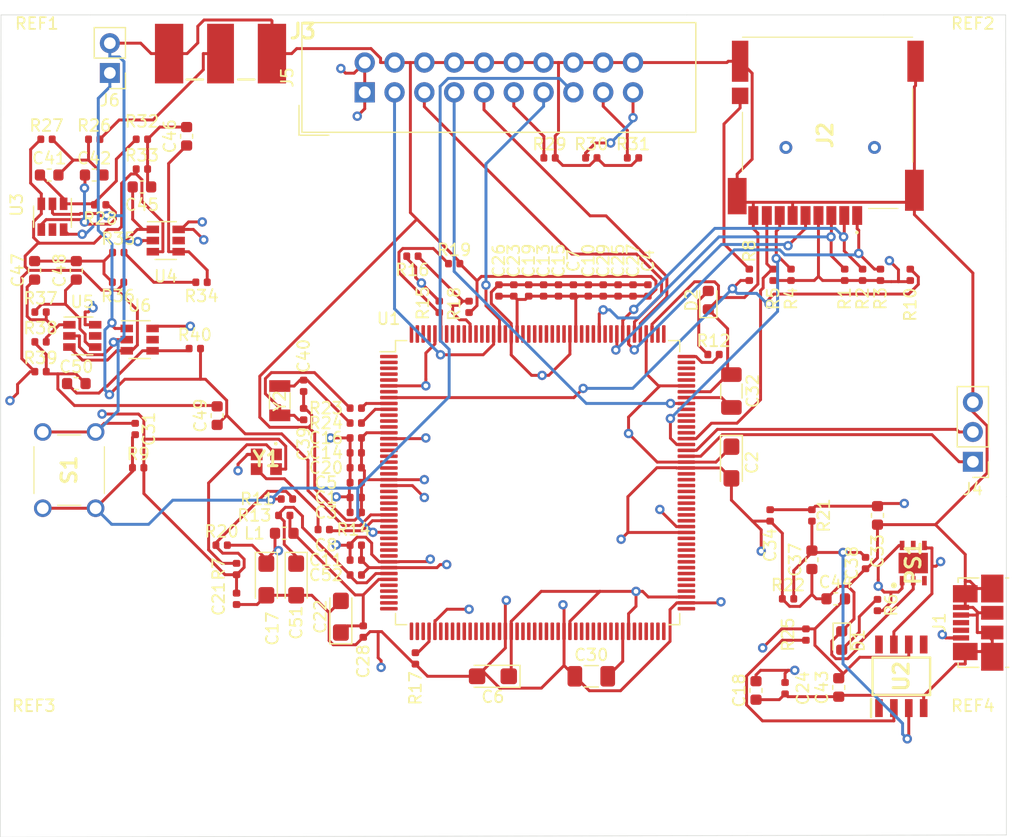
<source format=kicad_pcb>
(kicad_pcb (version 20171130) (host pcbnew "(5.1.2)-1")
  (layers (0 F.Cu signal) (1 GND power hide) (2 PWR power hide) (31 B.Cu signal hide) (34 B.Paste user) (35 F.Paste user) (36 B.SilkS user) (37 F.SilkS user) (38 B.Mask user) (39 F.Mask user) (44 Edge.Cuts user))
  (net 0 "")
  (net 1 VDD)
  (net 2 GND)
  (net 3 VDDA)
  (net 4 5V)
  (net 5 3V3)
  (net 6 "Net-(C30-Pad2)")
  (net 7 NRST)
  (net 8 "Net-(C32-Pad2)")
  (net 9 VREF+)
  (net 10 "Net-(C37-Pad2)")
  (net 11 "Net-(C39-Pad1)")
  (net 12 "Net-(C40-Pad2)")
  (net 13 "Net-(C41-Pad2)")
  (net 14 "Net-(C41-Pad1)")
  (net 15 "Net-(C42-Pad1)")
  (net 16 VREF)
  (net 17 "Net-(C45-Pad2)")
  (net 18 "Net-(C45-Pad1)")
  (net 19 "Net-(C46-Pad1)")
  (net 20 "Net-(C47-Pad2)")
  (net 21 "Net-(C47-Pad1)")
  (net 22 "Net-(C48-Pad1)")
  (net 23 "Net-(C49-Pad2)")
  (net 24 V_OUT)
  (net 25 "Net-(C50-Pad1)")
  (net 26 "Net-(D1-Pad2)")
  (net 27 "Net-(D2-Pad2)")
  (net 28 "Net-(J1-Pad2)")
  (net 29 "Net-(J1-Pad3)")
  (net 30 uSD_D2)
  (net 31 uSD_D3)
  (net 32 uSD_CMD)
  (net 33 uSD_CLK)
  (net 34 uSD_D0)
  (net 35 uSD_D1)
  (net 36 "Net-(J2-PadMH1)")
  (net 37 "Net-(J2-PadMH2)")
  (net 38 "Net-(J2-PadSW1)")
  (net 39 "Net-(J3-Pad2)")
  (net 40 USART6_TX)
  (net 41 USART6_RX)
  (net 42 TRST)
  (net 43 TDI)
  (net 44 TMS_SWDIO)
  (net 45 TCK_SWCLK)
  (net 46 "Net-(J5-Pad11)")
  (net 47 TDO_SWO)
  (net 48 "Net-(J5-Pad17)")
  (net 49 "Net-(J5-Pad19)")
  (net 50 "Net-(PS1-Pad3)")
  (net 51 "Net-(PS1-Pad5)")
  (net 52 "Net-(R7-Pad1)")
  (net 53 uSD_Detect)
  (net 54 "Net-(R12-Pad2)")
  (net 55 "Net-(R14-Pad2)")
  (net 56 "Net-(R14-Pad1)")
  (net 57 "Net-(R15-Pad1)")
  (net 58 "Net-(R16-Pad1)")
  (net 59 "Net-(R17-Pad1)")
  (net 60 "Net-(R23-Pad2)")
  (net 61 "Net-(R24-Pad2)")
  (net 62 "Net-(R25-Pad2)")
  (net 63 "Net-(U1-Pad1)")
  (net 64 "Net-(U1-Pad2)")
  (net 65 "Net-(U1-Pad3)")
  (net 66 "Net-(U1-Pad4)")
  (net 67 "Net-(U1-Pad5)")
  (net 68 "Net-(U1-Pad7)")
  (net 69 "Net-(U1-Pad11)")
  (net 70 "Net-(U1-Pad12)")
  (net 71 "Net-(U1-Pad13)")
  (net 72 "Net-(U1-Pad16)")
  (net 73 "Net-(U1-Pad17)")
  (net 74 "Net-(U1-Pad18)")
  (net 75 "Net-(U1-Pad19)")
  (net 76 "Net-(U1-Pad20)")
  (net 77 "Net-(U1-Pad21)")
  (net 78 "Net-(U1-Pad24)")
  (net 79 "Net-(U1-Pad25)")
  (net 80 "Net-(U1-Pad26)")
  (net 81 "Net-(U1-Pad27)")
  (net 82 "Net-(U1-Pad30)")
  (net 83 "Net-(U1-Pad32)")
  (net 84 "Net-(U1-Pad33)")
  (net 85 "Net-(U1-Pad34)")
  (net 86 "Net-(U1-Pad35)")
  (net 87 "Net-(U1-Pad40)")
  (net 88 "Net-(U1-Pad41)")
  (net 89 "Net-(U1-Pad42)")
  (net 90 "Net-(U1-Pad43)")
  (net 91 "Net-(U1-Pad44)")
  (net 92 "Net-(U1-Pad45)")
  (net 93 "Net-(U1-Pad46)")
  (net 94 "Net-(U1-Pad47)")
  (net 95 "Net-(U1-Pad50)")
  (net 96 "Net-(U1-Pad51)")
  (net 97 "Net-(U1-Pad52)")
  (net 98 "Net-(U1-Pad53)")
  (net 99 "Net-(U1-Pad54)")
  (net 100 "Net-(U1-Pad55)")
  (net 101 "Net-(U1-Pad56)")
  (net 102 "Net-(U1-Pad57)")
  (net 103 "Net-(U1-Pad58)")
  (net 104 "Net-(U1-Pad59)")
  (net 105 "Net-(U1-Pad60)")
  (net 106 "Net-(U1-Pad63)")
  (net 107 "Net-(U1-Pad64)")
  (net 108 "Net-(U1-Pad65)")
  (net 109 "Net-(U1-Pad66)")
  (net 110 "Net-(U1-Pad67)")
  (net 111 "Net-(U1-Pad68)")
  (net 112 "Net-(U1-Pad69)")
  (net 113 "Net-(U1-Pad70)")
  (net 114 "Net-(U1-Pad73)")
  (net 115 "Net-(U1-Pad74)")
  (net 116 "Net-(U1-Pad75)")
  (net 117 "Net-(U1-Pad76)")
  (net 118 "Net-(U1-Pad77)")
  (net 119 "Net-(U1-Pad78)")
  (net 120 "Net-(U1-Pad79)")
  (net 121 "Net-(U1-Pad80)")
  (net 122 "Net-(U1-Pad83)")
  (net 123 "Net-(U1-Pad84)")
  (net 124 "Net-(U1-Pad85)")
  (net 125 "Net-(U1-Pad86)")
  (net 126 "Net-(U1-Pad87)")
  (net 127 "Net-(U1-Pad88)")
  (net 128 "Net-(U1-Pad89)")
  (net 129 "Net-(U1-Pad92)")
  (net 130 "Net-(U1-Pad93)")
  (net 131 "Net-(U1-Pad94)")
  (net 132 "Net-(U1-Pad95)")
  (net 133 "Net-(U1-Pad96)")
  (net 134 "Net-(U1-Pad97)")
  (net 135 "Net-(U1-Pad98)")
  (net 136 "Net-(U1-Pad99)")
  (net 137 "Net-(U1-Pad100)")
  (net 138 "Net-(U1-Pad101)")
  (net 139 "Net-(U1-Pad104)")
  (net 140 "Net-(U1-Pad105)")
  (net 141 "Net-(U1-Pad106)")
  (net 142 "Net-(U1-Pad107)")
  (net 143 "Net-(U1-Pad108)")
  (net 144 "Net-(U1-Pad109)")
  (net 145 "Net-(U1-Pad110)")
  (net 146 "Net-(U1-Pad111)")
  (net 147 "Net-(U1-Pad112)")
  (net 148 "Net-(U1-Pad119)")
  (net 149 "Net-(U1-Pad120)")
  (net 150 "Net-(U1-Pad121)")
  (net 151 "Net-(U1-Pad122)")
  (net 152 "Net-(U1-Pad123)")
  (net 153 "Net-(U1-Pad128)")
  (net 154 "Net-(U1-Pad129)")
  (net 155 "Net-(U1-Pad130)")
  (net 156 "Net-(U1-Pad131)")
  (net 157 "Net-(U1-Pad133)")
  (net 158 "Net-(U1-Pad134)")
  (net 159 "Net-(U1-Pad142)")
  (net 160 "Net-(U1-Pad143)")
  (net 161 "Net-(U1-Pad145)")
  (net 162 "Net-(U1-Pad146)")
  (net 163 "Net-(U1-Pad147)")
  (net 164 "Net-(U1-Pad150)")
  (net 165 "Net-(U1-Pad151)")
  (net 166 "Net-(U1-Pad152)")
  (net 167 "Net-(U1-Pad153)")
  (net 168 "Net-(U1-Pad154)")
  (net 169 "Net-(U1-Pad155)")
  (net 170 "Net-(U1-Pad156)")
  (net 171 "Net-(U1-Pad157)")
  (net 172 "Net-(U1-Pad160)")
  (net 173 "Net-(U1-Pad163)")
  (net 174 "Net-(U1-Pad164)")
  (net 175 "Net-(U1-Pad165)")
  (net 176 "Net-(U1-Pad167)")
  (net 177 "Net-(U1-Pad168)")
  (net 178 "Net-(U1-Pad169)")
  (net 179 "Net-(U1-Pad170)")
  (net 180 "Net-(U1-Pad173)")
  (net 181 "Net-(U1-Pad174)")
  (net 182 "Net-(U1-Pad175)")
  (net 183 "Net-(U1-Pad176)")
  (net 184 "Net-(U2-Pad1)")
  (net 185 "Net-(U2-Pad5)")
  (net 186 "Net-(U2-Pad8)")
  (net 187 "Net-(U3-Pad5)")
  (net 188 "Net-(U4-Pad5)")
  (net 189 "Net-(U5-Pad5)")
  (net 190 "Net-(U6-Pad5)")
  (module Package_QFP:LQFP-176_24x24mm_P0.5mm (layer F.Cu) (at 195.58 65.278)
    (fp_text reference U1 (at -12.7 -13.97) (layer F.SilkS))
    (fp_text value STM32F746IETx)
    (pad 1 smd roundrect (at -12.675 -10.75) (size 1.5 0.3) (layers F.Cu F.Paste F.Mask) (net 63 "Net-(U1-Pad1)"))
    (pad 2 smd roundrect (at -12.675 -10.25) (size 1.5 0.3) (layers F.Cu F.Paste F.Mask) (net 64 "Net-(U1-Pad2)"))
    (pad 3 smd roundrect (at -12.675 -9.75) (size 1.5 0.3) (layers F.Cu F.Paste F.Mask) (net 65 "Net-(U1-Pad3)"))
    (pad 4 smd roundrect (at -12.675 -9.25) (size 1.5 0.3) (layers F.Cu F.Paste F.Mask) (net 66 "Net-(U1-Pad4)"))
    (pad 5 smd roundrect (at -12.675 -8.75) (size 1.5 0.3) (layers F.Cu F.Paste F.Mask) (net 67 "Net-(U1-Pad5)"))
    (pad 6 smd roundrect (at -12.675 -8.25) (size 1.5 0.3) (layers F.Cu F.Paste F.Mask) (net 1 VDD))
    (pad 7 smd roundrect (at -12.675 -7.75) (size 1.5 0.3) (layers F.Cu F.Paste F.Mask) (net 68 "Net-(U1-Pad7)"))
    (pad 8 smd roundrect (at -12.675 -7.25) (size 1.5 0.3) (layers F.Cu F.Paste F.Mask) (net 53 uSD_Detect))
    (pad 9 smd roundrect (at -12.675 -6.75) (size 1.5 0.3) (layers F.Cu F.Paste F.Mask) (net 60 "Net-(R23-Pad2)"))
    (pad 10 smd roundrect (at -12.675 -6.25) (size 1.5 0.3) (layers F.Cu F.Paste F.Mask) (net 61 "Net-(R24-Pad2)"))
    (pad 11 smd roundrect (at -12.675 -5.75) (size 1.5 0.3) (layers F.Cu F.Paste F.Mask) (net 69 "Net-(U1-Pad11)"))
    (pad 12 smd roundrect (at -12.675 -5.25) (size 1.5 0.3) (layers F.Cu F.Paste F.Mask) (net 70 "Net-(U1-Pad12)"))
    (pad 13 smd roundrect (at -12.675 -4.75) (size 1.5 0.3) (layers F.Cu F.Paste F.Mask) (net 71 "Net-(U1-Pad13)"))
    (pad 14 smd roundrect (at -12.675 -4.25) (size 1.5 0.3) (layers F.Cu F.Paste F.Mask) (net 2 GND))
    (pad 15 smd roundrect (at -12.675 -3.75) (size 1.5 0.3) (layers F.Cu F.Paste F.Mask) (net 1 VDD))
    (pad 16 smd roundrect (at -12.675 -3.25) (size 1.5 0.3) (layers F.Cu F.Paste F.Mask) (net 72 "Net-(U1-Pad16)"))
    (pad 17 smd roundrect (at -12.675 -2.75) (size 1.5 0.3) (layers F.Cu F.Paste F.Mask) (net 73 "Net-(U1-Pad17)"))
    (pad 18 smd roundrect (at -12.675 -2.25) (size 1.5 0.3) (layers F.Cu F.Paste F.Mask) (net 74 "Net-(U1-Pad18)"))
    (pad 19 smd roundrect (at -12.675 -1.75) (size 1.5 0.3) (layers F.Cu F.Paste F.Mask) (net 75 "Net-(U1-Pad19)"))
    (pad 20 smd roundrect (at -12.675 -1.25) (size 1.5 0.3) (layers F.Cu F.Paste F.Mask) (net 76 "Net-(U1-Pad20)"))
    (pad 21 smd roundrect (at -12.675 -0.75) (size 1.5 0.3) (layers F.Cu F.Paste F.Mask) (net 77 "Net-(U1-Pad21)"))
    (pad 22 smd roundrect (at -12.675 -0.25) (size 1.5 0.3) (layers F.Cu F.Paste F.Mask) (net 2 GND))
    (pad 23 smd roundrect (at -12.675 0.25) (size 1.5 0.3) (layers F.Cu F.Paste F.Mask) (net 1 VDD))
    (pad 24 smd roundrect (at -12.675 0.75) (size 1.5 0.3) (layers F.Cu F.Paste F.Mask) (net 78 "Net-(U1-Pad24)"))
    (pad 25 smd roundrect (at -12.675 1.25) (size 1.5 0.3) (layers F.Cu F.Paste F.Mask) (net 79 "Net-(U1-Pad25)"))
    (pad 26 smd roundrect (at -12.675 1.75) (size 1.5 0.3) (layers F.Cu F.Paste F.Mask) (net 80 "Net-(U1-Pad26)"))
    (pad 27 smd roundrect (at -12.675 2.25) (size 1.5 0.3) (layers F.Cu F.Paste F.Mask) (net 81 "Net-(U1-Pad27)"))
    (pad 28 smd roundrect (at -12.675 2.75) (size 1.5 0.3) (layers F.Cu F.Paste F.Mask) (net 24 V_OUT))
    (pad 29 smd roundrect (at -12.675 3.25) (size 1.5 0.3) (layers F.Cu F.Paste F.Mask) (net 56 "Net-(R14-Pad1)"))
    (pad 30 smd roundrect (at -12.675 3.75) (size 1.5 0.3) (layers F.Cu F.Paste F.Mask) (net 82 "Net-(U1-Pad30)"))
    (pad 31 smd roundrect (at -12.675 4.25) (size 1.5 0.3) (layers F.Cu F.Paste F.Mask) (net 7 NRST))
    (pad 32 smd roundrect (at -12.675 4.75) (size 1.5 0.3) (layers F.Cu F.Paste F.Mask) (net 83 "Net-(U1-Pad32)"))
    (pad 33 smd roundrect (at -12.675 5.25) (size 1.5 0.3) (layers F.Cu F.Paste F.Mask) (net 84 "Net-(U1-Pad33)"))
    (pad 34 smd roundrect (at -12.675 5.75) (size 1.5 0.3) (layers F.Cu F.Paste F.Mask) (net 85 "Net-(U1-Pad34)"))
    (pad 35 smd roundrect (at -12.675 6.25) (size 1.5 0.3) (layers F.Cu F.Paste F.Mask) (net 86 "Net-(U1-Pad35)"))
    (pad 36 smd roundrect (at -12.675 6.75) (size 1.5 0.3) (layers F.Cu F.Paste F.Mask) (net 1 VDD))
    (pad 37 smd roundrect (at -12.675 7.25) (size 1.5 0.3) (layers F.Cu F.Paste F.Mask) (net 2 GND))
    (pad 38 smd roundrect (at -12.675 7.75) (size 1.5 0.3) (layers F.Cu F.Paste F.Mask) (net 9 VREF+))
    (pad 39 smd roundrect (at -12.675 8.25) (size 1.5 0.3) (layers F.Cu F.Paste F.Mask) (net 3 VDDA))
    (pad 40 smd roundrect (at -12.675 8.75) (size 1.5 0.3) (layers F.Cu F.Paste F.Mask) (net 87 "Net-(U1-Pad40)"))
    (pad 41 smd roundrect (at -12.675 9.25) (size 1.5 0.3) (layers F.Cu F.Paste F.Mask) (net 88 "Net-(U1-Pad41)"))
    (pad 42 smd roundrect (at -12.675 9.75) (size 1.5 0.3) (layers F.Cu F.Paste F.Mask) (net 89 "Net-(U1-Pad42)"))
    (pad 43 smd roundrect (at -12.675 10.25) (size 1.5 0.3) (layers F.Cu F.Paste F.Mask) (net 90 "Net-(U1-Pad43)"))
    (pad 44 smd roundrect (at -12.675 10.75) (size 1.5 0.3) (layers F.Cu F.Paste F.Mask) (net 91 "Net-(U1-Pad44)"))
    (pad 45 smd roundrect (at -10.75 12.675) (size 0.3 1.5) (layers F.Cu F.Paste F.Mask) (net 92 "Net-(U1-Pad45)"))
    (pad 46 smd roundrect (at -10.25 12.675) (size 0.3 1.5) (layers F.Cu F.Paste F.Mask) (net 93 "Net-(U1-Pad46)"))
    (pad 47 smd roundrect (at -9.75 12.675) (size 0.3 1.5) (layers F.Cu F.Paste F.Mask) (net 94 "Net-(U1-Pad47)"))
    (pad 48 smd roundrect (at -9.25 12.675) (size 0.3 1.5) (layers F.Cu F.Paste F.Mask) (net 59 "Net-(R17-Pad1)"))
    (pad 49 smd roundrect (at -8.75 12.675) (size 0.3 1.5) (layers F.Cu F.Paste F.Mask) (net 1 VDD))
    (pad 50 smd roundrect (at -8.25 12.675) (size 0.3 1.5) (layers F.Cu F.Paste F.Mask) (net 95 "Net-(U1-Pad50)"))
    (pad 51 smd roundrect (at -7.75 12.675) (size 0.3 1.5) (layers F.Cu F.Paste F.Mask) (net 96 "Net-(U1-Pad51)"))
    (pad 52 smd roundrect (at -7.25 12.675) (size 0.3 1.5) (layers F.Cu F.Paste F.Mask) (net 97 "Net-(U1-Pad52)"))
    (pad 53 smd roundrect (at -6.75 12.675) (size 0.3 1.5) (layers F.Cu F.Paste F.Mask) (net 98 "Net-(U1-Pad53)"))
    (pad 54 smd roundrect (at -6.25 12.675) (size 0.3 1.5) (layers F.Cu F.Paste F.Mask) (net 99 "Net-(U1-Pad54)"))
    (pad 55 smd roundrect (at -5.75 12.675) (size 0.3 1.5) (layers F.Cu F.Paste F.Mask) (net 100 "Net-(U1-Pad55)"))
    (pad 56 smd roundrect (at -5.25 12.675) (size 0.3 1.5) (layers F.Cu F.Paste F.Mask) (net 101 "Net-(U1-Pad56)"))
    (pad 57 smd roundrect (at -4.75 12.675) (size 0.3 1.5) (layers F.Cu F.Paste F.Mask) (net 102 "Net-(U1-Pad57)"))
    (pad 58 smd roundrect (at -4.25 12.675) (size 0.3 1.5) (layers F.Cu F.Paste F.Mask) (net 103 "Net-(U1-Pad58)"))
    (pad 59 smd roundrect (at -3.75 12.675) (size 0.3 1.5) (layers F.Cu F.Paste F.Mask) (net 104 "Net-(U1-Pad59)"))
    (pad 60 smd roundrect (at -3.25 12.675) (size 0.3 1.5) (layers F.Cu F.Paste F.Mask) (net 105 "Net-(U1-Pad60)"))
    (pad 61 smd roundrect (at -2.75 12.675) (size 0.3 1.5) (layers F.Cu F.Paste F.Mask) (net 2 GND))
    (pad 62 smd roundrect (at -2.25 12.675) (size 0.3 1.5) (layers F.Cu F.Paste F.Mask) (net 1 VDD))
    (pad 63 smd roundrect (at -1.75 12.675) (size 0.3 1.5) (layers F.Cu F.Paste F.Mask) (net 106 "Net-(U1-Pad63)"))
    (pad 64 smd roundrect (at -1.25 12.675) (size 0.3 1.5) (layers F.Cu F.Paste F.Mask) (net 107 "Net-(U1-Pad64)"))
    (pad 65 smd roundrect (at -0.75 12.675) (size 0.3 1.5) (layers F.Cu F.Paste F.Mask) (net 108 "Net-(U1-Pad65)"))
    (pad 66 smd roundrect (at -0.25 12.675) (size 0.3 1.5) (layers F.Cu F.Paste F.Mask) (net 109 "Net-(U1-Pad66)"))
    (pad 67 smd roundrect (at 0.25 12.675) (size 0.3 1.5) (layers F.Cu F.Paste F.Mask) (net 110 "Net-(U1-Pad67)"))
    (pad 68 smd roundrect (at 0.75 12.675) (size 0.3 1.5) (layers F.Cu F.Paste F.Mask) (net 111 "Net-(U1-Pad68)"))
    (pad 69 smd roundrect (at 1.25 12.675) (size 0.3 1.5) (layers F.Cu F.Paste F.Mask) (net 112 "Net-(U1-Pad69)"))
    (pad 70 smd roundrect (at 1.75 12.675) (size 0.3 1.5) (layers F.Cu F.Paste F.Mask) (net 113 "Net-(U1-Pad70)"))
    (pad 71 smd roundrect (at 2.25 12.675) (size 0.3 1.5) (layers F.Cu F.Paste F.Mask) (net 2 GND))
    (pad 72 smd roundrect (at 2.75 12.675) (size 0.3 1.5) (layers F.Cu F.Paste F.Mask) (net 1 VDD))
    (pad 73 smd roundrect (at 3.25 12.675) (size 0.3 1.5) (layers F.Cu F.Paste F.Mask) (net 114 "Net-(U1-Pad73)"))
    (pad 74 smd roundrect (at 3.75 12.675) (size 0.3 1.5) (layers F.Cu F.Paste F.Mask) (net 115 "Net-(U1-Pad74)"))
    (pad 75 smd roundrect (at 4.25 12.675) (size 0.3 1.5) (layers F.Cu F.Paste F.Mask) (net 116 "Net-(U1-Pad75)"))
    (pad 76 smd roundrect (at 4.75 12.675) (size 0.3 1.5) (layers F.Cu F.Paste F.Mask) (net 117 "Net-(U1-Pad76)"))
    (pad 77 smd roundrect (at 5.25 12.675) (size 0.3 1.5) (layers F.Cu F.Paste F.Mask) (net 118 "Net-(U1-Pad77)"))
    (pad 78 smd roundrect (at 5.75 12.675) (size 0.3 1.5) (layers F.Cu F.Paste F.Mask) (net 119 "Net-(U1-Pad78)"))
    (pad 79 smd roundrect (at 6.25 12.675) (size 0.3 1.5) (layers F.Cu F.Paste F.Mask) (net 120 "Net-(U1-Pad79)"))
    (pad 80 smd roundrect (at 6.75 12.675) (size 0.3 1.5) (layers F.Cu F.Paste F.Mask) (net 121 "Net-(U1-Pad80)"))
    (pad 81 smd roundrect (at 7.25 12.675) (size 0.3 1.5) (layers F.Cu F.Paste F.Mask) (net 6 "Net-(C30-Pad2)"))
    (pad 82 smd roundrect (at 7.75 12.675) (size 0.3 1.5) (layers F.Cu F.Paste F.Mask) (net 1 VDD))
    (pad 83 smd roundrect (at 8.25 12.675) (size 0.3 1.5) (layers F.Cu F.Paste F.Mask) (net 122 "Net-(U1-Pad83)"))
    (pad 84 smd roundrect (at 8.75 12.675) (size 0.3 1.5) (layers F.Cu F.Paste F.Mask) (net 123 "Net-(U1-Pad84)"))
    (pad 85 smd roundrect (at 9.25 12.675) (size 0.3 1.5) (layers F.Cu F.Paste F.Mask) (net 124 "Net-(U1-Pad85)"))
    (pad 86 smd roundrect (at 9.75 12.675) (size 0.3 1.5) (layers F.Cu F.Paste F.Mask) (net 125 "Net-(U1-Pad86)"))
    (pad 87 smd roundrect (at 10.25 12.675) (size 0.3 1.5) (layers F.Cu F.Paste F.Mask) (net 126 "Net-(U1-Pad87)"))
    (pad 88 smd roundrect (at 10.75 12.675) (size 0.3 1.5) (layers F.Cu F.Paste F.Mask) (net 127 "Net-(U1-Pad88)"))
    (pad 89 smd roundrect (at 12.675 10.75) (size 1.5 0.3) (layers F.Cu F.Paste F.Mask) (net 128 "Net-(U1-Pad89)"))
    (pad 90 smd roundrect (at 12.675 10.25) (size 1.5 0.3) (layers F.Cu F.Paste F.Mask) (net 2 GND))
    (pad 91 smd roundrect (at 12.675 9.75) (size 1.5 0.3) (layers F.Cu F.Paste F.Mask) (net 1 VDD))
    (pad 92 smd roundrect (at 12.675 9.25) (size 1.5 0.3) (layers F.Cu F.Paste F.Mask) (net 129 "Net-(U1-Pad92)"))
    (pad 93 smd roundrect (at 12.675 8.75) (size 1.5 0.3) (layers F.Cu F.Paste F.Mask) (net 130 "Net-(U1-Pad93)"))
    (pad 94 smd roundrect (at 12.675 8.25) (size 1.5 0.3) (layers F.Cu F.Paste F.Mask) (net 131 "Net-(U1-Pad94)"))
    (pad 95 smd roundrect (at 12.675 7.75) (size 1.5 0.3) (layers F.Cu F.Paste F.Mask) (net 132 "Net-(U1-Pad95)"))
    (pad 96 smd roundrect (at 12.675 7.25) (size 1.5 0.3) (layers F.Cu F.Paste F.Mask) (net 133 "Net-(U1-Pad96)"))
    (pad 97 smd roundrect (at 12.675 6.75) (size 1.5 0.3) (layers F.Cu F.Paste F.Mask) (net 134 "Net-(U1-Pad97)"))
    (pad 98 smd roundrect (at 12.675 6.25) (size 1.5 0.3) (layers F.Cu F.Paste F.Mask) (net 135 "Net-(U1-Pad98)"))
    (pad 99 smd roundrect (at 12.675 5.75) (size 1.5 0.3) (layers F.Cu F.Paste F.Mask) (net 136 "Net-(U1-Pad99)"))
    (pad 100 smd roundrect (at 12.675 5.25) (size 1.5 0.3) (layers F.Cu F.Paste F.Mask) (net 137 "Net-(U1-Pad100)"))
    (pad 101 smd roundrect (at 12.675 4.75) (size 1.5 0.3) (layers F.Cu F.Paste F.Mask) (net 138 "Net-(U1-Pad101)"))
    (pad 102 smd roundrect (at 12.675 4.25) (size 1.5 0.3) (layers F.Cu F.Paste F.Mask) (net 2 GND))
    (pad 103 smd roundrect (at 12.675 3.75) (size 1.5 0.3) (layers F.Cu F.Paste F.Mask) (net 1 VDD))
    (pad 104 smd roundrect (at 12.675 3.25) (size 1.5 0.3) (layers F.Cu F.Paste F.Mask) (net 139 "Net-(U1-Pad104)"))
    (pad 105 smd roundrect (at 12.675 2.75) (size 1.5 0.3) (layers F.Cu F.Paste F.Mask) (net 140 "Net-(U1-Pad105)"))
    (pad 106 smd roundrect (at 12.675 2.25) (size 1.5 0.3) (layers F.Cu F.Paste F.Mask) (net 141 "Net-(U1-Pad106)"))
    (pad 107 smd roundrect (at 12.675 1.75) (size 1.5 0.3) (layers F.Cu F.Paste F.Mask) (net 142 "Net-(U1-Pad107)"))
    (pad 108 smd roundrect (at 12.675 1.25) (size 1.5 0.3) (layers F.Cu F.Paste F.Mask) (net 143 "Net-(U1-Pad108)"))
    (pad 109 smd roundrect (at 12.675 0.75) (size 1.5 0.3) (layers F.Cu F.Paste F.Mask) (net 144 "Net-(U1-Pad109)"))
    (pad 110 smd roundrect (at 12.675 0.25) (size 1.5 0.3) (layers F.Cu F.Paste F.Mask) (net 145 "Net-(U1-Pad110)"))
    (pad 111 smd roundrect (at 12.675 -0.25) (size 1.5 0.3) (layers F.Cu F.Paste F.Mask) (net 146 "Net-(U1-Pad111)"))
    (pad 112 smd roundrect (at 12.675 -0.75) (size 1.5 0.3) (layers F.Cu F.Paste F.Mask) (net 147 "Net-(U1-Pad112)"))
    (pad 113 smd roundrect (at 12.675 -1.25) (size 1.5 0.3) (layers F.Cu F.Paste F.Mask) (net 2 GND))
    (pad 114 smd roundrect (at 12.675 -1.75) (size 1.5 0.3) (layers F.Cu F.Paste F.Mask) (net 1 VDD))
    (pad 115 smd roundrect (at 12.675 -2.25) (size 1.5 0.3) (layers F.Cu F.Paste F.Mask) (net 40 USART6_TX))
    (pad 116 smd roundrect (at 12.675 -2.75) (size 1.5 0.3) (layers F.Cu F.Paste F.Mask) (net 41 USART6_RX))
    (pad 117 smd roundrect (at 12.675 -3.25) (size 1.5 0.3) (layers F.Cu F.Paste F.Mask) (net 34 uSD_D0))
    (pad 118 smd roundrect (at 12.675 -3.75) (size 1.5 0.3) (layers F.Cu F.Paste F.Mask) (net 35 uSD_D1))
    (pad 119 smd roundrect (at 12.675 -4.25) (size 1.5 0.3) (layers F.Cu F.Paste F.Mask) (net 148 "Net-(U1-Pad119)"))
    (pad 120 smd roundrect (at 12.675 -4.75) (size 1.5 0.3) (layers F.Cu F.Paste F.Mask) (net 149 "Net-(U1-Pad120)"))
    (pad 121 smd roundrect (at 12.675 -5.25) (size 1.5 0.3) (layers F.Cu F.Paste F.Mask) (net 150 "Net-(U1-Pad121)"))
    (pad 122 smd roundrect (at 12.675 -5.75) (size 1.5 0.3) (layers F.Cu F.Paste F.Mask) (net 151 "Net-(U1-Pad122)"))
    (pad 123 smd roundrect (at 12.675 -6.25) (size 1.5 0.3) (layers F.Cu F.Paste F.Mask) (net 152 "Net-(U1-Pad123)"))
    (pad 124 smd roundrect (at 12.675 -6.75) (size 1.5 0.3) (layers F.Cu F.Paste F.Mask) (net 44 TMS_SWDIO))
    (pad 125 smd roundrect (at 12.675 -7.25) (size 1.5 0.3) (layers F.Cu F.Paste F.Mask) (net 8 "Net-(C32-Pad2)"))
    (pad 126 smd roundrect (at 12.675 -7.75) (size 1.5 0.3) (layers F.Cu F.Paste F.Mask) (net 2 GND))
    (pad 127 smd roundrect (at 12.675 -8.25) (size 1.5 0.3) (layers F.Cu F.Paste F.Mask) (net 1 VDD))
    (pad 128 smd roundrect (at 12.675 -8.75) (size 1.5 0.3) (layers F.Cu F.Paste F.Mask) (net 153 "Net-(U1-Pad128)"))
    (pad 129 smd roundrect (at 12.675 -9.25) (size 1.5 0.3) (layers F.Cu F.Paste F.Mask) (net 154 "Net-(U1-Pad129)"))
    (pad 130 smd roundrect (at 12.675 -9.75) (size 1.5 0.3) (layers F.Cu F.Paste F.Mask) (net 155 "Net-(U1-Pad130)"))
    (pad 131 smd roundrect (at 12.675 -10.25) (size 1.5 0.3) (layers F.Cu F.Paste F.Mask) (net 156 "Net-(U1-Pad131)"))
    (pad 132 smd roundrect (at 12.675 -10.75) (size 1.5 0.3) (layers F.Cu F.Paste F.Mask) (net 54 "Net-(R12-Pad2)"))
    (pad 133 smd roundrect (at 10.75 -12.675) (size 0.3 1.5) (layers F.Cu F.Paste F.Mask) (net 157 "Net-(U1-Pad133)"))
    (pad 134 smd roundrect (at 10.25 -12.675) (size 0.3 1.5) (layers F.Cu F.Paste F.Mask) (net 158 "Net-(U1-Pad134)"))
    (pad 135 smd roundrect (at 9.75 -12.675) (size 0.3 1.5) (layers F.Cu F.Paste F.Mask) (net 2 GND))
    (pad 136 smd roundrect (at 9.25 -12.675) (size 0.3 1.5) (layers F.Cu F.Paste F.Mask) (net 1 VDD))
    (pad 137 smd roundrect (at 8.75 -12.675) (size 0.3 1.5) (layers F.Cu F.Paste F.Mask) (net 45 TCK_SWCLK))
    (pad 138 smd roundrect (at 8.25 -12.675) (size 0.3 1.5) (layers F.Cu F.Paste F.Mask) (net 43 TDI))
    (pad 139 smd roundrect (at 7.75 -12.675) (size 0.3 1.5) (layers F.Cu F.Paste F.Mask) (net 30 uSD_D2))
    (pad 140 smd roundrect (at 7.25 -12.675) (size 0.3 1.5) (layers F.Cu F.Paste F.Mask) (net 31 uSD_D3))
    (pad 141 smd roundrect (at 6.75 -12.675) (size 0.3 1.5) (layers F.Cu F.Paste F.Mask) (net 33 uSD_CLK))
    (pad 142 smd roundrect (at 6.25 -12.675) (size 0.3 1.5) (layers F.Cu F.Paste F.Mask) (net 159 "Net-(U1-Pad142)"))
    (pad 143 smd roundrect (at 5.75 -12.675) (size 0.3 1.5) (layers F.Cu F.Paste F.Mask) (net 160 "Net-(U1-Pad143)"))
    (pad 144 smd roundrect (at 5.25 -12.675) (size 0.3 1.5) (layers F.Cu F.Paste F.Mask) (net 32 uSD_CMD))
    (pad 145 smd roundrect (at 4.75 -12.675) (size 0.3 1.5) (layers F.Cu F.Paste F.Mask) (net 161 "Net-(U1-Pad145)"))
    (pad 146 smd roundrect (at 4.25 -12.675) (size 0.3 1.5) (layers F.Cu F.Paste F.Mask) (net 162 "Net-(U1-Pad146)"))
    (pad 147 smd roundrect (at 3.75 -12.675) (size 0.3 1.5) (layers F.Cu F.Paste F.Mask) (net 163 "Net-(U1-Pad147)"))
    (pad 148 smd roundrect (at 3.25 -12.675) (size 0.3 1.5) (layers F.Cu F.Paste F.Mask) (net 2 GND))
    (pad 149 smd roundrect (at 2.75 -12.675) (size 0.3 1.5) (layers F.Cu F.Paste F.Mask) (net 1 VDD))
    (pad 150 smd roundrect (at 2.25 -12.675) (size 0.3 1.5) (layers F.Cu F.Paste F.Mask) (net 164 "Net-(U1-Pad150)"))
    (pad 151 smd roundrect (at 1.75 -12.675) (size 0.3 1.5) (layers F.Cu F.Paste F.Mask) (net 165 "Net-(U1-Pad151)"))
    (pad 152 smd roundrect (at 1.25 -12.675) (size 0.3 1.5) (layers F.Cu F.Paste F.Mask) (net 166 "Net-(U1-Pad152)"))
    (pad 153 smd roundrect (at 0.75 -12.675) (size 0.3 1.5) (layers F.Cu F.Paste F.Mask) (net 167 "Net-(U1-Pad153)"))
    (pad 154 smd roundrect (at 0.25 -12.675) (size 0.3 1.5) (layers F.Cu F.Paste F.Mask) (net 168 "Net-(U1-Pad154)"))
    (pad 155 smd roundrect (at -0.25 -12.675) (size 0.3 1.5) (layers F.Cu F.Paste F.Mask) (net 169 "Net-(U1-Pad155)"))
    (pad 156 smd roundrect (at -0.75 -12.675) (size 0.3 1.5) (layers F.Cu F.Paste F.Mask) (net 170 "Net-(U1-Pad156)"))
    (pad 157 smd roundrect (at -1.25 -12.675) (size 0.3 1.5) (layers F.Cu F.Paste F.Mask) (net 171 "Net-(U1-Pad157)"))
    (pad 158 smd roundrect (at -1.75 -12.675) (size 0.3 1.5) (layers F.Cu F.Paste F.Mask) (net 2 GND))
    (pad 159 smd roundrect (at -2.25 -12.675) (size 0.3 1.5) (layers F.Cu F.Paste F.Mask) (net 1 VDD))
    (pad 160 smd roundrect (at -2.75 -12.675) (size 0.3 1.5) (layers F.Cu F.Paste F.Mask) (net 172 "Net-(U1-Pad160)"))
    (pad 161 smd roundrect (at -3.25 -12.675) (size 0.3 1.5) (layers F.Cu F.Paste F.Mask) (net 47 TDO_SWO))
    (pad 162 smd roundrect (at -3.75 -12.675) (size 0.3 1.5) (layers F.Cu F.Paste F.Mask) (net 42 TRST))
    (pad 163 smd roundrect (at -4.25 -12.675) (size 0.3 1.5) (layers F.Cu F.Paste F.Mask) (net 173 "Net-(U1-Pad163)"))
    (pad 164 smd roundrect (at -4.75 -12.675) (size 0.3 1.5) (layers F.Cu F.Paste F.Mask) (net 174 "Net-(U1-Pad164)"))
    (pad 165 smd roundrect (at -5.25 -12.675) (size 0.3 1.5) (layers F.Cu F.Paste F.Mask) (net 175 "Net-(U1-Pad165)"))
    (pad 166 smd roundrect (at -5.75 -12.675) (size 0.3 1.5) (layers F.Cu F.Paste F.Mask) (net 58 "Net-(R16-Pad1)"))
    (pad 167 smd roundrect (at -6.25 -12.675) (size 0.3 1.5) (layers F.Cu F.Paste F.Mask) (net 176 "Net-(U1-Pad167)"))
    (pad 168 smd roundrect (at -6.75 -12.675) (size 0.3 1.5) (layers F.Cu F.Paste F.Mask) (net 177 "Net-(U1-Pad168)"))
    (pad 169 smd roundrect (at -7.25 -12.675) (size 0.3 1.5) (layers F.Cu F.Paste F.Mask) (net 178 "Net-(U1-Pad169)"))
    (pad 170 smd roundrect (at -7.75 -12.675) (size 0.3 1.5) (layers F.Cu F.Paste F.Mask) (net 179 "Net-(U1-Pad170)"))
    (pad 171 smd roundrect (at -8.25 -12.675) (size 0.3 1.5) (layers F.Cu F.Paste F.Mask) (net 57 "Net-(R15-Pad1)"))
    (pad 172 smd roundrect (at -8.75 -12.675) (size 0.3 1.5) (layers F.Cu F.Paste F.Mask) (net 1 VDD))
    (pad 173 smd roundrect (at -9.25 -12.675) (size 0.3 1.5) (layers F.Cu F.Paste F.Mask) (net 180 "Net-(U1-Pad173)"))
    (pad 174 smd roundrect (at -9.75 -12.675) (size 0.3 1.5) (layers F.Cu F.Paste F.Mask) (net 181 "Net-(U1-Pad174)"))
    (pad 175 smd roundrect (at -10.25 -12.675) (size 0.3 1.5) (layers F.Cu F.Paste F.Mask) (net 182 "Net-(U1-Pad175)"))
    (pad 176 smd roundrect (at -10.75 -12.675) (size 0.3 1.5) (layers F.Cu F.Paste F.Mask) (net 183 "Net-(U1-Pad176)"))
  )
  (module SamacSys_Parts:TL1105CF160Q (layer F.Cu) (at 155.666 64.21 90)
    (fp_text reference S1 (at 0 0 90) (layer F.SilkS) (effects (font (size 1.27 1.27) (thickness 0.254))))
    (fp_text value TL1105CF160Q hide)
    (pad 1 thru_hole circle (at -3.25 2.25 90) (size 1.5 1.5) (drill 1) (layers *.Cu *.Mask) (net 7 NRST))
    (pad 2 thru_hole circle (at 3.25 2.25 90) (size 1.5 1.5) (drill 1) (layers *.Cu *.Mask) (net 2 GND))
    (pad 3 thru_hole circle (at 3.25 -2.25 90) (size 1.5 1.5) (drill 1) (layers *.Cu *.Mask) (net 2 GND))
    (pad 4 thru_hole circle (at -3.25 -2.25 90) (size 1.5 1.5) (drill 1) (layers *.Cu *.Mask) (net 7 NRST))
  )
  (module MountingHole:MountingHole_2.2mm_M2 (layer F.Cu) (at 232.664 87.503)
    (fp_text reference REF4 (at 0 -3.2) (layer F.SilkS))
    (fp_text value MountingHole_2.2mm_M2)
    (pad 1 np_thru_hole circle (at 0 0) (size 2.2 2.2) (drill 2.2) (layers *.Cu *.Mask))
  )
  (module MountingHole:MountingHole_2.2mm_M2 (layer F.Cu) (at 152.654 87.503)
    (fp_text reference REF3 (at 0 -3.2) (layer F.SilkS))
    (fp_text value MountingHole_2.2mm_M2)
    (pad 1 np_thru_hole circle (at 0 0) (size 2.2 2.2) (drill 2.2) (layers *.Cu *.Mask))
  )
  (module MountingHole:MountingHole_2.2mm_M2 (layer F.Cu) (at 232.664 29.337)
    (fp_text reference REF2 (at 0 -3.2) (layer F.SilkS))
    (fp_text value MountingHole_2.2mm_M2)
    (pad 1 np_thru_hole circle (at 0 0) (size 2.2 2.2) (drill 2.2) (layers *.Cu *.Mask))
  )
  (module MountingHole:MountingHole_2.2mm_M2 (layer F.Cu) (at 152.908 29.337)
    (fp_text reference REF1 (at 0 -3.2) (layer F.SilkS))
    (fp_text value MountingHole_2.2mm_M2)
    (pad 1 np_thru_hole circle (at 0 0) (size 2.2 2.2) (drill 2.2) (layers *.Cu *.Mask))
  )
  (module Capacitor_SMD:C_0402_1005Metric (layer F.Cu) (at 180.086 66.548)
    (fp_text reference C1 (at -2.54 0) (layer F.SilkS))
    (fp_text value 100n)
    (pad 1 smd roundrect (at -0.485 0) (size 0.59 0.64) (layers F.Cu F.Paste F.Mask) (net 1 VDD))
    (pad 2 smd roundrect (at 0.485 0) (size 0.59 0.64) (layers F.Cu F.Paste F.Mask) (net 2 GND))
  )
  (module Capacitor_Tantalum_SMD:CP_EIA-3216-18_Kemet-A (layer F.Cu) (at 212.09 63.5635 270)
    (fp_text reference C2 (at 0 -1.75 90) (layer F.SilkS))
    (fp_text value 4.7u)
    (pad 2 smd roundrect (at 1.35 0 270) (size 1.4 1.35) (layers F.Cu F.Paste F.Mask) (roundrect_rratio 0.185185) (net 2 GND))
    (pad 1 smd roundrect (at -1.35 0 270) (size 1.4 1.35) (layers F.Cu F.Paste F.Mask) (roundrect_rratio 0.185185) (net 1 VDD))
  )
  (module Capacitor_SMD:C_0402_1005Metric (layer F.Cu) (at 180.086 67.818)
    (fp_text reference C3 (at -2.54 0) (layer F.SilkS))
    (fp_text value 100n)
    (pad 1 smd roundrect (at -0.485 0) (size 0.59 0.64) (layers F.Cu F.Paste F.Mask) (net 1 VDD))
    (pad 2 smd roundrect (at 0.485 0) (size 0.59 0.64) (layers F.Cu F.Paste F.Mask) (net 2 GND))
  )
  (module Capacitor_SMD:C_0402_1005Metric (layer F.Cu) (at 204.978 48.895 270)
    (fp_text reference C4 (at -2.54 0 90) (layer F.SilkS))
    (fp_text value 100n)
    (pad 2 smd roundrect (at 0.485 0 270) (size 0.59 0.64) (layers F.Cu F.Paste F.Mask) (net 2 GND))
    (pad 1 smd roundrect (at -0.485 0 270) (size 0.59 0.64) (layers F.Cu F.Paste F.Mask) (net 1 VDD))
  )
  (module Capacitor_SMD:C_0402_1005Metric (layer F.Cu) (at 180.086 65.278)
    (fp_text reference C5 (at -2.54 0) (layer F.SilkS))
    (fp_text value 100n)
    (pad 2 smd roundrect (at 0.485 0) (size 0.59 0.64) (layers F.Cu F.Paste F.Mask) (net 2 GND))
    (pad 1 smd roundrect (at -0.485 0) (size 0.59 0.64) (layers F.Cu F.Paste F.Mask) (net 1 VDD))
  )
  (module Capacitor_Tantalum_SMD:CP_EIA-3216-18_Kemet-A (layer F.Cu) (at 191.77 81.788 180)
    (fp_text reference C6 (at 0 -1.75 180) (layer F.SilkS))
    (fp_text value 4.7u)
    (pad 1 smd roundrect (at -1.35 0 180) (size 1.4 1.35) (layers F.Cu F.Paste F.Mask) (roundrect_rratio 0.185185) (net 1 VDD))
    (pad 2 smd roundrect (at 1.35 0 180) (size 1.4 1.35) (layers F.Cu F.Paste F.Mask) (roundrect_rratio 0.185185) (net 2 GND))
  )
  (module Capacitor_SMD:C_0402_1005Metric (layer F.Cu) (at 198.628 48.895 270)
    (fp_text reference C7 (at -2.54 0 90) (layer F.SilkS))
    (fp_text value 100n)
    (pad 1 smd roundrect (at -0.485 0 270) (size 0.59 0.64) (layers F.Cu F.Paste F.Mask) (net 1 VDD))
    (pad 2 smd roundrect (at 0.485 0 270) (size 0.59 0.64) (layers F.Cu F.Paste F.Mask) (net 2 GND))
  )
  (module Capacitor_SMD:C_0402_1005Metric (layer F.Cu) (at 180.086 70.612)
    (fp_text reference C8 (at -2.54 0) (layer F.SilkS))
    (fp_text value 100n)
    (pad 1 smd roundrect (at -0.485 0) (size 0.59 0.64) (layers F.Cu F.Paste F.Mask) (net 1 VDD))
    (pad 2 smd roundrect (at 0.485 0) (size 0.59 0.64) (layers F.Cu F.Paste F.Mask) (net 2 GND))
  )
  (module Capacitor_SMD:C_0402_1005Metric (layer F.Cu) (at 199.898 48.895 270)
    (fp_text reference C10 (at -2.54 0 90) (layer F.SilkS))
    (fp_text value 100n)
    (pad 2 smd roundrect (at 0.485 0 270) (size 0.59 0.64) (layers F.Cu F.Paste F.Mask) (net 2 GND))
    (pad 1 smd roundrect (at -0.485 0 270) (size 0.59 0.64) (layers F.Cu F.Paste F.Mask) (net 1 VDD))
  )
  (module Capacitor_SMD:C_0402_1005Metric (layer F.Cu) (at 180.086 71.882)
    (fp_text reference C11 (at -2.54 0) (layer F.SilkS))
    (fp_text value 100n)
    (pad 1 smd roundrect (at -0.485 0) (size 0.59 0.64) (layers F.Cu F.Paste F.Mask) (net 1 VDD))
    (pad 2 smd roundrect (at 0.485 0) (size 0.59 0.64) (layers F.Cu F.Paste F.Mask) (net 2 GND))
  )
  (module Capacitor_SMD:C_0402_1005Metric (layer F.Cu) (at 196.088 48.895 270)
    (fp_text reference C13 (at -2.54 0 90) (layer F.SilkS))
    (fp_text value 100n)
    (pad 1 smd roundrect (at -0.485 0 270) (size 0.59 0.64) (layers F.Cu F.Paste F.Mask) (net 1 VDD))
    (pad 2 smd roundrect (at 0.485 0 270) (size 0.59 0.64) (layers F.Cu F.Paste F.Mask) (net 2 GND))
  )
  (module Capacitor_SMD:C_0402_1005Metric (layer F.Cu) (at 180.086 62.738)
    (fp_text reference C14 (at -2.54 0) (layer F.SilkS))
    (fp_text value 100n)
    (pad 2 smd roundrect (at 0.485 0) (size 0.59 0.64) (layers F.Cu F.Paste F.Mask) (net 2 GND))
    (pad 1 smd roundrect (at -0.485 0) (size 0.59 0.64) (layers F.Cu F.Paste F.Mask) (net 1 VDD))
  )
  (module Capacitor_SMD:C_0402_1005Metric (layer F.Cu) (at 197.358 48.895 270)
    (fp_text reference C15 (at -2.54 0 90) (layer F.SilkS))
    (fp_text value 100n)
    (pad 2 smd roundrect (at 0.485 0 270) (size 0.59 0.64) (layers F.Cu F.Paste F.Mask) (net 2 GND))
    (pad 1 smd roundrect (at -0.485 0 270) (size 0.59 0.64) (layers F.Cu F.Paste F.Mask) (net 1 VDD))
  )
  (module Capacitor_SMD:C_0402_1005Metric (layer F.Cu) (at 180.086 61.468)
    (fp_text reference C16 (at -2.54 0) (layer F.SilkS))
    (fp_text value 100n)
    (pad 1 smd roundrect (at -0.485 0) (size 0.59 0.64) (layers F.Cu F.Paste F.Mask) (net 1 VDD))
    (pad 2 smd roundrect (at 0.485 0) (size 0.59 0.64) (layers F.Cu F.Paste F.Mask) (net 2 GND))
  )
  (module Capacitor_Tantalum_SMD:CP_EIA-3216-18_Kemet-A (layer F.Cu) (at 172.466 73.533 270)
    (fp_text reference C17 (at 4.191 -0.508 90) (layer F.SilkS))
    (fp_text value 1u)
    (pad 1 smd roundrect (at -1.35 0 270) (size 1.4 1.35) (layers F.Cu F.Paste F.Mask) (roundrect_rratio 0.185185) (net 1 VDD))
    (pad 2 smd roundrect (at 1.35 0 270) (size 1.4 1.35) (layers F.Cu F.Paste F.Mask) (roundrect_rratio 0.185185) (net 2 GND))
  )
  (module Capacitor_SMD:C_0603_1608Metric (layer F.Cu) (at 214.186 82.9945 90)
    (fp_text reference C18 (at 0 -1.43 90) (layer F.SilkS))
    (fp_text value 1u)
    (pad 2 smd roundrect (at 0.7875 0 90) (size 0.875 0.95) (layers F.Cu F.Paste F.Mask) (net 4 5V))
    (pad 1 smd roundrect (at -0.7875 0 90) (size 0.875 0.95) (layers F.Cu F.Paste F.Mask) (net 2 GND))
  )
  (module Capacitor_SMD:C_0402_1005Metric (layer F.Cu) (at 194.818 48.895 270)
    (fp_text reference C19 (at -2.54 0 90) (layer F.SilkS))
    (fp_text value 100n)
    (pad 1 smd roundrect (at -0.485 0 270) (size 0.59 0.64) (layers F.Cu F.Paste F.Mask) (net 1 VDD))
    (pad 2 smd roundrect (at 0.485 0 270) (size 0.59 0.64) (layers F.Cu F.Paste F.Mask) (net 2 GND))
  )
  (module Capacitor_SMD:C_0402_1005Metric (layer F.Cu) (at 180.086 64.008)
    (fp_text reference C20 (at -2.54 0) (layer F.SilkS))
    (fp_text value 100n)
    (pad 2 smd roundrect (at 0.485 0) (size 0.59 0.64) (layers F.Cu F.Paste F.Mask) (net 2 GND))
    (pad 1 smd roundrect (at -0.485 0) (size 0.59 0.64) (layers F.Cu F.Paste F.Mask) (net 1 VDD))
  )
  (module Capacitor_SMD:C_0402_1005Metric (layer F.Cu) (at 169.926 75.184 270)
    (fp_text reference C21 (at 0 1.524 90) (layer F.SilkS))
    (fp_text value 100n)
    (pad 2 smd roundrect (at 0.485 0 270) (size 0.59 0.64) (layers F.Cu F.Paste F.Mask) (net 2 GND))
    (pad 1 smd roundrect (at -0.485 0 270) (size 0.59 0.64) (layers F.Cu F.Paste F.Mask) (net 5 3V3))
  )
  (module Capacitor_Tantalum_SMD:CP_EIA-3216-18_Kemet-A (layer F.Cu) (at 178.816 76.708 90)
    (fp_text reference C22 (at 0 -1.75 90) (layer F.SilkS))
    (fp_text value 1u)
    (pad 1 smd roundrect (at -1.35 0 90) (size 1.4 1.35) (layers F.Cu F.Paste F.Mask) (roundrect_rratio 0.185185) (net 3 VDDA))
    (pad 2 smd roundrect (at 1.35 0 90) (size 1.4 1.35) (layers F.Cu F.Paste F.Mask) (roundrect_rratio 0.185185) (net 2 GND))
  )
  (module Capacitor_SMD:C_0402_1005Metric (layer F.Cu) (at 193.548 48.895 270)
    (fp_text reference C23 (at -2.54 0 90) (layer F.SilkS))
    (fp_text value 100n)
    (pad 2 smd roundrect (at 0.485 0 270) (size 0.59 0.64) (layers F.Cu F.Paste F.Mask) (net 2 GND))
    (pad 1 smd roundrect (at -0.485 0 270) (size 0.59 0.64) (layers F.Cu F.Paste F.Mask) (net 1 VDD))
  )
  (module Capacitor_SMD:C_0402_1005Metric (layer F.Cu) (at 216.662 82.804 90)
    (fp_text reference C24 (at 0 1.524 90) (layer F.SilkS))
    (fp_text value 100n)
    (pad 1 smd roundrect (at -0.485 0 90) (size 0.59 0.64) (layers F.Cu F.Paste F.Mask) (net 2 GND))
    (pad 2 smd roundrect (at 0.485 0 90) (size 0.59 0.64) (layers F.Cu F.Paste F.Mask) (net 4 5V))
  )
  (module Capacitor_SMD:C_0402_1005Metric (layer F.Cu) (at 202.438 48.895 270)
    (fp_text reference C25 (at -2.54 0 90) (layer F.SilkS))
    (fp_text value 100n)
    (pad 1 smd roundrect (at -0.485 0 270) (size 0.59 0.64) (layers F.Cu F.Paste F.Mask) (net 1 VDD))
    (pad 2 smd roundrect (at 0.485 0 270) (size 0.59 0.64) (layers F.Cu F.Paste F.Mask) (net 2 GND))
  )
  (module Capacitor_SMD:C_0402_1005Metric (layer F.Cu) (at 192.278 48.895 270)
    (fp_text reference C26 (at -2.54 0 90) (layer F.SilkS))
    (fp_text value 100n)
    (pad 1 smd roundrect (at -0.485 0 270) (size 0.59 0.64) (layers F.Cu F.Paste F.Mask) (net 1 VDD))
    (pad 2 smd roundrect (at 0.485 0 270) (size 0.59 0.64) (layers F.Cu F.Paste F.Mask) (net 2 GND))
  )
  (module Capacitor_SMD:C_0402_1005Metric (layer F.Cu) (at 203.708 48.895 270)
    (fp_text reference C27 (at -2.54 0 90) (layer F.SilkS))
    (fp_text value 100n)
    (pad 2 smd roundrect (at 0.485 0 270) (size 0.59 0.64) (layers F.Cu F.Paste F.Mask) (net 2 GND))
    (pad 1 smd roundrect (at -0.485 0 270) (size 0.59 0.64) (layers F.Cu F.Paste F.Mask) (net 1 VDD))
  )
  (module Capacitor_SMD:C_0402_1005Metric (layer F.Cu) (at 180.721 77.978 270)
    (fp_text reference C28 (at 2.54 0 90) (layer F.SilkS))
    (fp_text value 100n)
    (pad 1 smd roundrect (at -0.485 0 270) (size 0.59 0.64) (layers F.Cu F.Paste F.Mask) (net 3 VDDA))
    (pad 2 smd roundrect (at 0.485 0 270) (size 0.59 0.64) (layers F.Cu F.Paste F.Mask) (net 2 GND))
  )
  (module Capacitor_SMD:C_0402_1005Metric (layer F.Cu) (at 201.168 48.895 270)
    (fp_text reference C29 (at -2.54 0 90) (layer F.SilkS))
    (fp_text value 100n)
    (pad 2 smd roundrect (at 0.485 0 270) (size 0.59 0.64) (layers F.Cu F.Paste F.Mask) (net 2 GND))
    (pad 1 smd roundrect (at -0.485 0 270) (size 0.59 0.64) (layers F.Cu F.Paste F.Mask) (net 1 VDD))
  )
  (module Capacitor_SMD:C_1206_3216Metric (layer F.Cu) (at 200.152 81.788)
    (fp_text reference C30 (at 0 -1.82 -180) (layer F.SilkS))
    (fp_text value 2.2u)
    (pad 2 smd roundrect (at 1.4 0) (size 1.25 1.75) (layers F.Cu F.Paste F.Mask) (roundrect_rratio 0.2) (net 6 "Net-(C30-Pad2)"))
    (pad 1 smd roundrect (at -1.4 0) (size 1.25 1.75) (layers F.Cu F.Paste F.Mask) (roundrect_rratio 0.2) (net 2 GND))
  )
  (module Capacitor_SMD:C_0402_1005Metric (layer F.Cu) (at 161.29 60.706 270)
    (fp_text reference C31 (at 0 -1.17 90) (layer F.SilkS))
    (fp_text value 100n)
    (pad 2 smd roundrect (at 0.485 0 270) (size 0.59 0.64) (layers F.Cu F.Paste F.Mask) (net 7 NRST))
    (pad 1 smd roundrect (at -0.485 0 270) (size 0.59 0.64) (layers F.Cu F.Paste F.Mask) (net 2 GND))
  )
  (module Capacitor_SMD:C_1206_3216Metric (layer F.Cu) (at 212.09 57.4675 270)
    (fp_text reference C32 (at 0 -1.82 90) (layer F.SilkS))
    (fp_text value 2.2u)
    (pad 1 smd roundrect (at -1.4 0 270) (size 1.25 1.75) (layers F.Cu F.Paste F.Mask) (roundrect_rratio 0.2) (net 2 GND))
    (pad 2 smd roundrect (at 1.4 0 270) (size 1.25 1.75) (layers F.Cu F.Paste F.Mask) (roundrect_rratio 0.2) (net 8 "Net-(C32-Pad2)"))
  )
  (module Capacitor_SMD:C_0603_1608Metric (layer F.Cu) (at 224.536 68.072 90)
    (fp_text reference C33 (at -3.048 0 -90) (layer F.SilkS))
    (fp_text value 1u)
    (pad 1 smd roundrect (at -0.7875 0 90) (size 0.875 0.95) (layers F.Cu F.Paste F.Mask) (net 2 GND))
    (pad 2 smd roundrect (at 0.7875 0 90) (size 0.875 0.95) (layers F.Cu F.Paste F.Mask) (net 5 3V3))
  )
  (module Capacitor_SMD:C_0402_1005Metric (layer F.Cu) (at 215.392 68.072 90)
    (fp_text reference C34 (at -2.54 0 90) (layer F.SilkS))
    (fp_text value 100n)
    (pad 2 smd roundrect (at 0.485 0 90) (size 0.59 0.64) (layers F.Cu F.Paste F.Mask) (net 5 3V3))
    (pad 1 smd roundrect (at -0.485 0 90) (size 0.59 0.64) (layers F.Cu F.Paste F.Mask) (net 2 GND))
  )
  (module Capacitor_SMD:C_0603_1608Metric (layer F.Cu) (at 218.948 71.8565 90)
    (fp_text reference C37 (at 0 -1.43 -90) (layer F.SilkS))
    (fp_text value 10u)
    (pad 1 smd roundrect (at -0.7875 0 90) (size 0.875 0.95) (layers F.Cu F.Paste F.Mask) (net 2 GND))
    (pad 2 smd roundrect (at 0.7875 0 90) (size 0.875 0.95) (layers F.Cu F.Paste F.Mask) (net 10 "Net-(C37-Pad2)"))
  )
  (module Capacitor_SMD:C_0402_1005Metric (layer F.Cu) (at 223.52 72.136 90)
    (fp_text reference C38 (at 0 -1.17 90) (layer F.SilkS))
    (fp_text value 100n)
    (pad 1 smd roundrect (at -0.485 0 90) (size 0.59 0.64) (layers F.Cu F.Paste F.Mask) (net 2 GND))
    (pad 2 smd roundrect (at 0.485 0 90) (size 0.59 0.64) (layers F.Cu F.Paste F.Mask) (net 10 "Net-(C37-Pad2)"))
  )
  (module Capacitor_SMD:C_0402_1005Metric (layer F.Cu) (at 175.641 59.436 90)
    (fp_text reference C39 (at -2.54 0 90) (layer F.SilkS))
    (fp_text value 4.7p)
    (pad 2 smd roundrect (at 0.485 0 90) (size 0.59 0.64) (layers F.Cu F.Paste F.Mask) (net 2 GND))
    (pad 1 smd roundrect (at -0.485 0 90) (size 0.59 0.64) (layers F.Cu F.Paste F.Mask) (net 11 "Net-(C39-Pad1)"))
  )
  (module Capacitor_SMD:C_0402_1005Metric (layer F.Cu) (at 175.641 57.023 90)
    (fp_text reference C40 (at 2.54 0 90) (layer F.SilkS))
    (fp_text value 4.7p)
    (pad 1 smd roundrect (at -0.485 0 90) (size 0.59 0.64) (layers F.Cu F.Paste F.Mask) (net 2 GND))
    (pad 2 smd roundrect (at 0.485 0 90) (size 0.59 0.64) (layers F.Cu F.Paste F.Mask) (net 12 "Net-(C40-Pad2)"))
  )
  (module Capacitor_SMD:C_0603_1608Metric (layer F.Cu) (at 153.962 39.0525)
    (fp_text reference C41 (at 0 -1.43) (layer F.SilkS))
    (fp_text value 1.3n)
    (pad 2 smd roundrect (at 0.7875 0) (size 0.875 0.95) (layers F.Cu F.Paste F.Mask) (net 13 "Net-(C41-Pad2)"))
    (pad 1 smd roundrect (at -0.7875 0) (size 0.875 0.95) (layers F.Cu F.Paste F.Mask) (net 14 "Net-(C41-Pad1)"))
  )
  (module Capacitor_SMD:C_0603_1608Metric (layer F.Cu) (at 157.798 39.0525)
    (fp_text reference C42 (at 0 -1.43) (layer F.SilkS))
    (fp_text value 1.3n)
    (pad 1 smd roundrect (at -0.7875 0) (size 0.875 0.95) (layers F.Cu F.Paste F.Mask) (net 15 "Net-(C42-Pad1)"))
    (pad 2 smd roundrect (at 0.7875 0) (size 0.875 0.95) (layers F.Cu F.Paste F.Mask) (net 13 "Net-(C41-Pad2)"))
  )
  (module Capacitor_SMD:C_0603_1608Metric (layer F.Cu) (at 221.234 82.7405 90)
    (fp_text reference C43 (at 0 -1.43 90) (layer F.SilkS))
    (fp_text value 10u)
    (pad 2 smd roundrect (at 0.7875 0 90) (size 0.875 0.95) (layers F.Cu F.Paste F.Mask) (net 16 VREF))
    (pad 1 smd roundrect (at -0.7875 0 90) (size 0.875 0.95) (layers F.Cu F.Paste F.Mask) (net 2 GND))
  )
  (module Capacitor_SMD:C_0603_1608Metric (layer F.Cu) (at 220.98 75.184)
    (fp_text reference C44 (at 0 -1.43 -180) (layer F.SilkS))
    (fp_text value 100n)
    (pad 1 smd roundrect (at -0.7875 0) (size 0.875 0.95) (layers F.Cu F.Paste F.Mask) (net 2 GND))
    (pad 2 smd roundrect (at 0.7875 0) (size 0.875 0.95) (layers F.Cu F.Paste F.Mask) (net 16 VREF))
  )
  (module Capacitor_SMD:C_0603_1608Metric (layer F.Cu) (at 161.862 40.0685)
    (fp_text reference C45 (at 0 1.524) (layer F.SilkS))
    (fp_text value 1.1n)
    (pad 2 smd roundrect (at 0.7875 0) (size 0.875 0.95) (layers F.Cu F.Paste F.Mask) (net 17 "Net-(C45-Pad2)"))
    (pad 1 smd roundrect (at -0.7875 0) (size 0.875 0.95) (layers F.Cu F.Paste F.Mask) (net 18 "Net-(C45-Pad1)"))
  )
  (module Capacitor_SMD:C_0603_1608Metric (layer F.Cu) (at 165.672 35.7505 90)
    (fp_text reference C46 (at 0 -1.43 90) (layer F.SilkS))
    (fp_text value 1.1n)
    (pad 1 smd roundrect (at -0.7875 0 90) (size 0.875 0.95) (layers F.Cu F.Paste F.Mask) (net 19 "Net-(C46-Pad1)"))
    (pad 2 smd roundrect (at 0.7875 0 90) (size 0.875 0.95) (layers F.Cu F.Paste F.Mask) (net 17 "Net-(C45-Pad2)"))
  )
  (module Capacitor_SMD:C_0603_1608Metric (layer F.Cu) (at 152.718 47.1805 90)
    (fp_text reference C47 (at 0 -1.43 90) (layer F.SilkS))
    (fp_text value 1.5n)
    (pad 2 smd roundrect (at 0.7875 0 90) (size 0.875 0.95) (layers F.Cu F.Paste F.Mask) (net 20 "Net-(C47-Pad2)"))
    (pad 1 smd roundrect (at -0.7875 0 90) (size 0.875 0.95) (layers F.Cu F.Paste F.Mask) (net 21 "Net-(C47-Pad1)"))
  )
  (module Capacitor_SMD:C_0603_1608Metric (layer F.Cu) (at 156.274 47.1805 90)
    (fp_text reference C48 (at 0 -1.43 90) (layer F.SilkS))
    (fp_text value 1.5n)
    (pad 1 smd roundrect (at -0.7875 0 90) (size 0.875 0.95) (layers F.Cu F.Paste F.Mask) (net 22 "Net-(C48-Pad1)"))
    (pad 2 smd roundrect (at 0.7875 0 90) (size 0.875 0.95) (layers F.Cu F.Paste F.Mask) (net 20 "Net-(C47-Pad2)"))
  )
  (module Capacitor_SMD:C_0603_1608Metric (layer F.Cu) (at 168.275 59.563 90)
    (fp_text reference C49 (at 0 -1.43 90) (layer F.SilkS))
    (fp_text value 1n)
    (pad 2 smd roundrect (at 0.7875 0 90) (size 0.875 0.95) (layers F.Cu F.Paste F.Mask) (net 23 "Net-(C49-Pad2)"))
    (pad 1 smd roundrect (at -0.7875 0 90) (size 0.875 0.95) (layers F.Cu F.Paste F.Mask) (net 24 V_OUT))
  )
  (module Capacitor_SMD:C_0603_1608Metric (layer F.Cu) (at 156.274 56.8325)
    (fp_text reference C50 (at 0 -1.43) (layer F.SilkS))
    (fp_text value 1n)
    (pad 1 smd roundrect (at -0.7875 0) (size 0.875 0.95) (layers F.Cu F.Paste F.Mask) (net 25 "Net-(C50-Pad1)"))
    (pad 2 smd roundrect (at 0.7875 0) (size 0.875 0.95) (layers F.Cu F.Paste F.Mask) (net 23 "Net-(C49-Pad2)"))
  )
  (module Capacitor_Tantalum_SMD:CP_EIA-3216-18_Kemet-A (layer F.Cu) (at 175.006 73.533 270)
    (fp_text reference C51 (at 3.683 0 90) (layer F.SilkS))
    (fp_text value 1u)
    (pad 1 smd roundrect (at -1.35 0 270) (size 1.4 1.35) (layers F.Cu F.Paste F.Mask) (roundrect_rratio 0.185185) (net 9 VREF+))
    (pad 2 smd roundrect (at 1.35 0 270) (size 1.4 1.35) (layers F.Cu F.Paste F.Mask) (roundrect_rratio 0.185185) (net 2 GND))
  )
  (module Capacitor_SMD:C_0402_1005Metric (layer F.Cu) (at 180.086 73.152)
    (fp_text reference C52 (at -2.54 0) (layer F.SilkS))
    (fp_text value 100n)
    (pad 2 smd roundrect (at 0.485 0) (size 0.59 0.64) (layers F.Cu F.Paste F.Mask) (net 2 GND))
    (pad 1 smd roundrect (at -0.485 0) (size 0.59 0.64) (layers F.Cu F.Paste F.Mask) (net 9 VREF+))
  )
  (module LED_SMD:LED_0603_1608Metric (layer F.Cu) (at 221.488 78.74 270)
    (fp_text reference D1 (at 0 -1.43 90) (layer F.SilkS))
    (fp_text value LED)
    (pad 1 smd roundrect (at -0.7875 0 270) (size 0.875 0.95) (layers F.Cu F.Paste F.Mask) (net 2 GND))
    (pad 2 smd roundrect (at 0.7875 0 270) (size 0.875 0.95) (layers F.Cu F.Paste F.Mask) (net 26 "Net-(D1-Pad2)"))
  )
  (module LED_SMD:LED_0603_1608Metric (layer F.Cu) (at 210.122 49.7205 90)
    (fp_text reference D2 (at 0 -1.43 90) (layer F.SilkS))
    (fp_text value LED)
    (pad 2 smd roundrect (at 0.7875 0 90) (size 0.875 0.95) (layers F.Cu F.Paste F.Mask) (net 27 "Net-(D2-Pad2)"))
    (pad 1 smd roundrect (at -0.7875 0 90) (size 0.875 0.95) (layers F.Cu F.Paste F.Mask) (net 2 GND))
  )
  (module Connector_USB:USB_Micro-B_Molex_47346-0001 (layer F.Cu) (at 233.115 77.216 90)
    (fp_text reference J1 (at 0 -3.3 270) (layer F.SilkS))
    (fp_text value USB_B_Micro)
    (pad 1 smd rect (at -1.3 -1.46 90) (size 0.45 1.38) (layers F.Cu F.Paste F.Mask) (net 4 5V))
    (pad 2 smd rect (at -0.65 -1.46 90) (size 0.45 1.38) (layers F.Cu F.Paste F.Mask) (net 28 "Net-(J1-Pad2)"))
    (pad 3 smd rect (at 0 -1.46 90) (size 0.45 1.38) (layers F.Cu F.Paste F.Mask) (net 29 "Net-(J1-Pad3)"))
    (pad 4 smd rect (at 0.65 -1.46 90) (size 0.45 1.38) (layers F.Cu F.Paste F.Mask) (net 2 GND))
    (pad 5 smd rect (at 1.3 -1.46 90) (size 0.45 1.38) (layers F.Cu F.Paste F.Mask) (net 2 GND))
    (pad 6 smd rect (at -2.4625 -1.1 90) (size 1.475 2.1) (layers F.Cu F.Paste F.Mask) (net 2 GND))
    (pad 6 smd rect (at 2.4625 -1.1 90) (size 1.475 2.1) (layers F.Cu F.Paste F.Mask) (net 2 GND))
    (pad 6 smd rect (at -2.91 1.2 90) (size 2.375 1.9) (layers F.Cu F.Paste F.Mask) (net 2 GND))
    (pad 6 smd rect (at 2.91 1.2 90) (size 2.375 1.9) (layers F.Cu F.Paste F.Mask) (net 2 GND))
    (pad 6 smd rect (at -0.84 1.2 90) (size 1.175 1.9) (layers F.Cu F.Paste F.Mask) (net 2 GND))
    (pad 6 smd rect (at 0.84 1.2 90) (size 1.175 1.9) (layers F.Cu F.Paste F.Mask) (net 2 GND))
  )
  (module SamacSys_Parts:PJS00820031 (layer F.Cu) (at 224.282 36.703 90)
    (fp_text reference J2 (at 1.05 -4.2 90) (layer F.SilkS) (effects (font (size 1.27 1.27) (thickness 0.254))))
    (fp_text value PJS008-2003-1 hide)
    (pad 1 smd rect (at -5.8 -1.475 180) (size 0.85 1.6) (layers F.Cu F.Paste F.Mask) (net 30 uSD_D2))
    (pad 2 smd rect (at -5.8 -2.575 180) (size 0.85 1.6) (layers F.Cu F.Paste F.Mask) (net 31 uSD_D3))
    (pad 3 smd rect (at -5.8 -3.675 180) (size 0.85 1.6) (layers F.Cu F.Paste F.Mask) (net 32 uSD_CMD))
    (pad 4 smd rect (at -5.8 -4.775 180) (size 0.85 1.6) (layers F.Cu F.Paste F.Mask) (net 5 3V3))
    (pad 5 smd rect (at -5.8 -5.875 180) (size 0.85 1.6) (layers F.Cu F.Paste F.Mask) (net 33 uSD_CLK))
    (pad 6 smd rect (at -5.8 -6.975 180) (size 0.85 1.6) (layers F.Cu F.Paste F.Mask) (net 2 GND))
    (pad 7 smd rect (at -5.8 -8.075 180) (size 0.85 1.6) (layers F.Cu F.Paste F.Mask) (net 34 uSD_D0))
    (pad 8 smd rect (at -5.8 -9.175 180) (size 0.85 1.6) (layers F.Cu F.Paste F.Mask) (net 35 uSD_D1))
    (pad MH1 thru_hole circle (at 0 0 90) (size 1.1 1.1) (drill 0.6) (layers *.Cu *.Mask) (net 36 "Net-(J2-PadMH1)"))
    (pad MH2 thru_hole circle (at 0 -7.55 90) (size 1.1 1.1) (drill 0.6) (layers *.Cu *.Mask) (net 37 "Net-(J2-PadMH2)"))
    (pad SH1 smd rect (at -3.65 3.4 180) (size 1.6 3.5) (layers F.Cu F.Paste F.Mask) (net 2 GND))
    (pad SH2 smd rect (at 7.35 3.5 180) (size 1.4 3.5) (layers F.Cu F.Paste F.Mask) (net 2 GND))
    (pad SH3 smd rect (at 7.35 -11.45 180) (size 1.4 3.5) (layers F.Cu F.Paste F.Mask) (net 2 GND))
    (pad SH4 smd rect (at -4.15 -11.7 180) (size 1.6 3.1) (layers F.Cu F.Paste F.Mask) (net 2 GND))
    (pad SW1 smd rect (at 4.4 -11.45 180) (size 1.4 1.4) (layers F.Cu F.Paste F.Mask) (net 38 "Net-(J2-PadSW1)"))
    (pad SW2 smd rect (at -5.8 -10.325 180) (size 0.85 1.6) (layers F.Cu F.Paste F.Mask) (net 2 GND))
  )
  (module SamacSys_Parts:142-0701-851 (layer F.Cu) (at 170.752 24.511)
    (fp_text reference J3 (at 4.826 2.286) (layer F.SilkS) (effects (font (size 1.27 1.27) (thickness 0.254))))
    (fp_text value 142-0701-851 hide)
    (pad 1 smd rect (at -6.57225 4.19) (size 2.413 5.08) (layers F.Cu F.Paste F.Mask) (net 2 GND))
    (pad 2 smd rect (at -2.19075 4.19) (size 2.286 5.08) (layers F.Cu F.Paste F.Mask) (net 39 "Net-(J3-Pad2)"))
    (pad 3 smd rect (at 2.19075 4.19) (size 2.413 5.08) (layers F.Cu F.Paste F.Mask) (net 2 GND))
  )
  (module Connector_PinHeader_2.54mm:PinHeader_1x03_P2.54mm_Vertical (layer F.Cu) (at 232.664 63.5 180)
    (fp_text reference J4 (at 0 -2.33) (layer F.SilkS))
    (fp_text value Conn_01x03_Female)
    (pad 1 thru_hole rect (at 0 0 180) (size 1.7 1.7) (drill 1) (layers *.Cu *.Mask) (net 40 USART6_TX))
    (pad 2 thru_hole oval (at 0 2.54 180) (size 1.7 1.7) (drill 1) (layers *.Cu *.Mask) (net 41 USART6_RX))
    (pad 3 thru_hole oval (at 0 5.08 180) (size 1.7 1.7) (drill 1) (layers *.Cu *.Mask) (net 2 GND))
  )
  (module Connector_PinHeader_2.54mm:PinHeader_1x02_P2.54mm_Vertical (layer F.Cu) (at 159.131 30.353 180)
    (fp_text reference J6 (at 0 -2.33) (layer F.SilkS))
    (fp_text value Conn_01x02_Female)
    (pad 1 thru_hole rect (at 0 0 180) (size 1.7 1.7) (drill 1) (layers *.Cu *.Mask) (net 24 V_OUT))
    (pad 2 thru_hole oval (at 0 2.54 180) (size 1.7 1.7) (drill 1) (layers *.Cu *.Mask) (net 2 GND))
  )
  (module Inductor_SMD:L_0603_1608Metric (layer F.Cu) (at 173.99 69.596 180)
    (fp_text reference L1 (at 2.54 0) (layer F.SilkS))
    (fp_text value FCM1608KF-601T03)
    (pad 1 smd roundrect (at -0.7875 0 180) (size 0.875 0.95) (layers F.Cu F.Paste F.Mask) (net 3 VDDA))
    (pad 2 smd roundrect (at 0.7875 0 180) (size 0.875 0.95) (layers F.Cu F.Paste F.Mask) (net 1 VDD))
  )
  (module SamacSys_Parts:SON95P300X300X100-7N-D (layer F.Cu) (at 227.584 72.136 90)
    (fp_text reference PS1 (at 0 0 90) (layer F.SilkS) (effects (font (size 1.27 1.27) (thickness 0.254))))
    (fp_text value LD39050PU33R hide)
    (pad 1 smd rect (at -1.5 -0.95 180) (size 0.4 0.8) (layers F.Cu F.Paste F.Mask) (net 4 5V))
    (pad 2 smd rect (at -1.5 0 180) (size 0.4 0.8) (layers F.Cu F.Paste F.Mask) (net 2 GND))
    (pad 3 smd rect (at -1.5 0.95 180) (size 0.4 0.8) (layers F.Cu F.Paste F.Mask) (net 50 "Net-(PS1-Pad3)"))
    (pad 4 smd rect (at 1.5 0.95 180) (size 0.4 0.8) (layers F.Cu F.Paste F.Mask) (net 5 3V3))
    (pad 5 smd rect (at 1.5 0 180) (size 0.4 0.8) (layers F.Cu F.Paste F.Mask) (net 51 "Net-(PS1-Pad5)"))
    (pad 6 smd rect (at 1.5 -0.95 180) (size 0.4 0.8) (layers F.Cu F.Paste F.Mask) (net 4 5V))
    (pad 7 smd rect (at 0 0 90) (size 1.75 2.5) (layers F.Cu F.Paste F.Mask) (net 2 GND))
  )
  (module Resistor_SMD:R_0402_1005Metric (layer F.Cu) (at 221.742 47.5615 270)
    (fp_text reference R1 (at 2.032 0 90) (layer F.SilkS))
    (fp_text value 47k)
    (pad 2 smd roundrect (at 0.485 0 270) (size 0.59 0.64) (layers F.Cu F.Paste F.Mask) (net 5 3V3))
    (pad 1 smd roundrect (at -0.485 0 270) (size 0.59 0.64) (layers F.Cu F.Paste F.Mask) (net 32 uSD_CMD))
  )
  (module Resistor_SMD:R_0402_1005Metric (layer F.Cu) (at 223.266 47.5615 270)
    (fp_text reference R2 (at 2.032 0 90) (layer F.SilkS))
    (fp_text value 47k)
    (pad 1 smd roundrect (at -0.485 0 270) (size 0.59 0.64) (layers F.Cu F.Paste F.Mask) (net 31 uSD_D3))
    (pad 2 smd roundrect (at 0.485 0 270) (size 0.59 0.64) (layers F.Cu F.Paste F.Mask) (net 5 3V3))
  )
  (module Resistor_SMD:R_0402_1005Metric (layer F.Cu) (at 224.79 47.5615 270)
    (fp_text reference R3 (at 2.032 0 90) (layer F.SilkS))
    (fp_text value 47k)
    (pad 2 smd roundrect (at 0.485 0 270) (size 0.59 0.64) (layers F.Cu F.Paste F.Mask) (net 5 3V3))
    (pad 1 smd roundrect (at -0.485 0 270) (size 0.59 0.64) (layers F.Cu F.Paste F.Mask) (net 30 uSD_D2))
  )
  (module Resistor_SMD:R_0402_1005Metric (layer F.Cu) (at 217.17 47.5615 270)
    (fp_text reference R4 (at 2.032 0 90) (layer F.SilkS))
    (fp_text value 47k)
    (pad 1 smd roundrect (at -0.485 0 270) (size 0.59 0.64) (layers F.Cu F.Paste F.Mask) (net 34 uSD_D0))
    (pad 2 smd roundrect (at 0.485 0 270) (size 0.59 0.64) (layers F.Cu F.Paste F.Mask) (net 5 3V3))
  )
  (module Resistor_SMD:R_0402_1005Metric (layer F.Cu) (at 215.646 47.5615 270)
    (fp_text reference R5 (at 2.032 0 90) (layer F.SilkS))
    (fp_text value 47k)
    (pad 2 smd roundrect (at 0.485 0 270) (size 0.59 0.64) (layers F.Cu F.Paste F.Mask) (net 5 3V3))
    (pad 1 smd roundrect (at -0.485 0 270) (size 0.59 0.64) (layers F.Cu F.Paste F.Mask) (net 35 uSD_D1))
  )
  (module Resistor_SMD:R_0402_1005Metric (layer F.Cu) (at 224.536 75.715 270)
    (fp_text reference R6 (at 0 -1.17 270) (layer F.SilkS))
    (fp_text value 10k)
    (pad 1 smd roundrect (at -0.485 0 270) (size 0.59 0.64) (layers F.Cu F.Paste F.Mask) (net 26 "Net-(D1-Pad2)"))
    (pad 2 smd roundrect (at 0.485 0 270) (size 0.59 0.64) (layers F.Cu F.Paste F.Mask) (net 4 5V))
  )
  (module Resistor_SMD:R_0402_1005Metric (layer F.Cu) (at 169.926 72.644 270)
    (fp_text reference R7 (at 0 1.524 90) (layer F.SilkS))
    (fp_text value 10k)
    (pad 2 smd roundrect (at 0.485 0 270) (size 0.59 0.64) (layers F.Cu F.Paste F.Mask) (net 5 3V3))
    (pad 1 smd roundrect (at -0.485 0 270) (size 0.59 0.64) (layers F.Cu F.Paste F.Mask) (net 52 "Net-(R7-Pad1)"))
  )
  (module Resistor_SMD:R_0402_1005Metric (layer F.Cu) (at 213.614 47.5615 90)
    (fp_text reference R8 (at 2.032 0 90) (layer F.SilkS))
    (fp_text value 0)
    (pad 2 smd roundrect (at 0.485 0 90) (size 0.59 0.64) (layers F.Cu F.Paste F.Mask) (net 38 "Net-(J2-PadSW1)"))
    (pad 1 smd roundrect (at -0.485 0 90) (size 0.59 0.64) (layers F.Cu F.Paste F.Mask) (net 53 uSD_Detect))
  )
  (module Resistor_SMD:R_0402_1005Metric (layer F.Cu) (at 161.544 64.008)
    (fp_text reference R9 (at 0 -1.17 -180) (layer F.SilkS))
    (fp_text value 10k)
    (pad 2 smd roundrect (at 0.485 0) (size 0.59 0.64) (layers F.Cu F.Paste F.Mask) (net 5 3V3))
    (pad 1 smd roundrect (at -0.485 0) (size 0.59 0.64) (layers F.Cu F.Paste F.Mask) (net 7 NRST))
  )
  (module Resistor_SMD:R_0402_1005Metric (layer F.Cu) (at 227.33 47.5615 270)
    (fp_text reference R10 (at 2.54 0 90) (layer F.SilkS))
    (fp_text value NA)
    (pad 1 smd roundrect (at -0.485 0 270) (size 0.59 0.64) (layers F.Cu F.Paste F.Mask) (net 53 uSD_Detect))
    (pad 2 smd roundrect (at 0.485 0 270) (size 0.59 0.64) (layers F.Cu F.Paste F.Mask) (net 5 3V3))
  )
  (module Resistor_SMD:R_0402_1005Metric (layer F.Cu) (at 174.221 66.675)
    (fp_text reference R11 (at -2.54 0) (layer F.SilkS))
    (fp_text value 10k)
    (pad 1 smd roundrect (at -0.485 0) (size 0.59 0.64) (layers F.Cu F.Paste F.Mask) (net 7 NRST))
    (pad 2 smd roundrect (at 0.485 0) (size 0.59 0.64) (layers F.Cu F.Paste F.Mask) (net 5 3V3))
  )
  (module Resistor_SMD:R_0402_1005Metric (layer F.Cu) (at 210.566 54.356)
    (fp_text reference R12 (at 0 -1.17) (layer F.SilkS))
    (fp_text value 510)
    (pad 1 smd roundrect (at -0.485 0) (size 0.59 0.64) (layers F.Cu F.Paste F.Mask) (net 27 "Net-(D2-Pad2)"))
    (pad 2 smd roundrect (at 0.485 0) (size 0.59 0.64) (layers F.Cu F.Paste F.Mask) (net 54 "Net-(R12-Pad2)"))
  )
  (module Resistor_SMD:R_0402_1005Metric (layer F.Cu) (at 173.99 68.072)
    (fp_text reference R13 (at -2.54 0) (layer F.SilkS))
    (fp_text value 0)
    (pad 2 smd roundrect (at 0.485 0) (size 0.59 0.64) (layers F.Cu F.Paste F.Mask) (net 3 VDDA))
    (pad 1 smd roundrect (at -0.485 0) (size 0.59 0.64) (layers F.Cu F.Paste F.Mask) (net 9 VREF+))
  )
  (module Resistor_SMD:R_0402_1005Metric (layer F.Cu) (at 177.356 69.2785 180)
    (fp_text reference R14 (at -2.54 0) (layer F.SilkS))
    (fp_text value 100)
    (pad 2 smd roundrect (at 0.485 0 180) (size 0.59 0.64) (layers F.Cu F.Paste F.Mask) (net 55 "Net-(R14-Pad2)"))
    (pad 1 smd roundrect (at -0.485 0 180) (size 0.59 0.64) (layers F.Cu F.Paste F.Mask) (net 56 "Net-(R14-Pad1)"))
  )
  (module Resistor_SMD:R_0402_1005Metric (layer F.Cu) (at 187.198 50.292 90)
    (fp_text reference R15 (at 0.3175 -1.397 90) (layer F.SilkS))
    (fp_text value 10k)
    (pad 2 smd roundrect (at 0.485 0 90) (size 0.59 0.64) (layers F.Cu F.Paste F.Mask) (net 5 3V3))
    (pad 1 smd roundrect (at -0.485 0 90) (size 0.59 0.64) (layers F.Cu F.Paste F.Mask) (net 57 "Net-(R15-Pad1)"))
  )
  (module Resistor_SMD:R_0402_1005Metric (layer F.Cu) (at 184.912 45.974 180)
    (fp_text reference R16 (at 0 -1.17 180) (layer F.SilkS))
    (fp_text value NA)
    (pad 1 smd roundrect (at -0.485 0 180) (size 0.59 0.64) (layers F.Cu F.Paste F.Mask) (net 58 "Net-(R16-Pad1)"))
    (pad 2 smd roundrect (at 0.485 0 180) (size 0.59 0.64) (layers F.Cu F.Paste F.Mask) (net 5 3V3))
  )
  (module Resistor_SMD:R_0402_1005Metric (layer F.Cu) (at 185.166 80.264 270)
    (fp_text reference R17 (at 2.54 0 90) (layer F.SilkS))
    (fp_text value 10k)
    (pad 2 smd roundrect (at 0.485 0 270) (size 0.59 0.64) (layers F.Cu F.Paste F.Mask) (net 2 GND))
    (pad 1 smd roundrect (at -0.485 0 270) (size 0.59 0.64) (layers F.Cu F.Paste F.Mask) (net 59 "Net-(R17-Pad1)"))
  )
  (module Resistor_SMD:R_0402_1005Metric (layer F.Cu) (at 189.738 50.292 270)
    (fp_text reference R18 (at -0.254 1.27 90) (layer F.SilkS))
    (fp_text value 10k)
    (pad 1 smd roundrect (at -0.485 0 270) (size 0.59 0.64) (layers F.Cu F.Paste F.Mask) (net 58 "Net-(R16-Pad1)"))
    (pad 2 smd roundrect (at 0.485 0 270) (size 0.59 0.64) (layers F.Cu F.Paste F.Mask) (net 2 GND))
  )
  (module Resistor_SMD:R_0402_1005Metric (layer F.Cu) (at 168.656 70.612)
    (fp_text reference R20 (at 0 -1.17) (layer F.SilkS))
    (fp_text value 0)
    (pad 1 smd roundrect (at -0.485 0) (size 0.59 0.64) (layers F.Cu F.Paste F.Mask) (net 5 3V3))
    (pad 2 smd roundrect (at 0.485 0) (size 0.59 0.64) (layers F.Cu F.Paste F.Mask) (net 1 VDD))
  )
  (module Resistor_SMD:R_0402_1005Metric (layer F.Cu) (at 218.948 68.072 90)
    (fp_text reference R21 (at 0 1.016 -90) (layer F.SilkS))
    (fp_text value 10k)
    (pad 1 smd roundrect (at -0.485 0 90) (size 0.59 0.64) (layers F.Cu F.Paste F.Mask) (net 10 "Net-(C37-Pad2)"))
    (pad 2 smd roundrect (at 0.485 0 90) (size 0.59 0.64) (layers F.Cu F.Paste F.Mask) (net 5 3V3))
  )
  (module Resistor_SMD:R_0402_1005Metric (layer F.Cu) (at 216.916 75.184)
    (fp_text reference R22 (at 0 -1.17) (layer F.SilkS))
    (fp_text value 10k)
    (pad 2 smd roundrect (at 0.485 0) (size 0.59 0.64) (layers F.Cu F.Paste F.Mask) (net 10 "Net-(C37-Pad2)"))
    (pad 1 smd roundrect (at -0.485 0) (size 0.59 0.64) (layers F.Cu F.Paste F.Mask) (net 2 GND))
  )
  (module Resistor_SMD:R_0402_1005Metric (layer F.Cu) (at 180.086 58.928)
    (fp_text reference R23 (at -2.54 0) (layer F.SilkS))
    (fp_text value 0)
    (pad 2 smd roundrect (at 0.485 0) (size 0.59 0.64) (layers F.Cu F.Paste F.Mask) (net 60 "Net-(R23-Pad2)"))
    (pad 1 smd roundrect (at -0.485 0) (size 0.59 0.64) (layers F.Cu F.Paste F.Mask) (net 11 "Net-(C39-Pad1)"))
  )
  (module Resistor_SMD:R_0402_1005Metric (layer F.Cu) (at 180.086 60.198)
    (fp_text reference R24 (at -2.54 0) (layer F.SilkS))
    (fp_text value 0)
    (pad 1 smd roundrect (at -0.485 0) (size 0.59 0.64) (layers F.Cu F.Paste F.Mask) (net 12 "Net-(C40-Pad2)"))
    (pad 2 smd roundrect (at 0.485 0) (size 0.59 0.64) (layers F.Cu F.Paste F.Mask) (net 61 "Net-(R24-Pad2)"))
  )
  (module Resistor_SMD:R_0402_1005Metric (layer F.Cu) (at 218.44 78.232 270)
    (fp_text reference R25 (at 0 1.524 90) (layer F.SilkS))
    (fp_text value 4.99k)
    (pad 2 smd roundrect (at 0.485 0 270) (size 0.59 0.64) (layers F.Cu F.Paste F.Mask) (net 62 "Net-(R25-Pad2)"))
    (pad 1 smd roundrect (at -0.485 0 270) (size 0.59 0.64) (layers F.Cu F.Paste F.Mask) (net 16 VREF))
  )
  (module Resistor_SMD:R_0402_1005Metric (layer F.Cu) (at 157.798 36.0045)
    (fp_text reference R26 (at 0 -1.17) (layer F.SilkS))
    (fp_text value 418)
    (pad 1 smd roundrect (at -0.485 0) (size 0.59 0.64) (layers F.Cu F.Paste F.Mask) (net 13 "Net-(C41-Pad2)"))
    (pad 2 smd roundrect (at 0.485 0) (size 0.59 0.64) (layers F.Cu F.Paste F.Mask) (net 39 "Net-(J3-Pad2)"))
  )
  (module Resistor_SMD:R_0402_1005Metric (layer F.Cu) (at 153.734 36.0045)
    (fp_text reference R27 (at 0 -1.17) (layer F.SilkS))
    (fp_text value 558)
    (pad 1 smd roundrect (at -0.485 0) (size 0.59 0.64) (layers F.Cu F.Paste F.Mask) (net 16 VREF))
    (pad 2 smd roundrect (at 0.485 0) (size 0.59 0.64) (layers F.Cu F.Paste F.Mask) (net 13 "Net-(C41-Pad2)"))
  )
  (module Resistor_SMD:R_0402_1005Metric (layer F.Cu) (at 158.306 41.5925 180)
    (fp_text reference R28 (at 0 -1.17) (layer F.SilkS))
    (fp_text value 4.52k)
    (pad 1 smd roundrect (at -0.485 0 180) (size 0.59 0.64) (layers F.Cu F.Paste F.Mask) (net 15 "Net-(C42-Pad1)"))
    (pad 2 smd roundrect (at 0.485 0 180) (size 0.59 0.64) (layers F.Cu F.Paste F.Mask) (net 14 "Net-(C41-Pad1)"))
  )
  (module Resistor_SMD:R_0402_1005Metric (layer F.Cu) (at 196.596 37.592)
    (fp_text reference R29 (at 0 -1.17) (layer F.SilkS))
    (fp_text value 10k)
    (pad 2 smd roundrect (at 0.485 0) (size 0.59 0.64) (layers F.Cu F.Paste F.Mask) (net 2 GND))
    (pad 1 smd roundrect (at -0.485 0) (size 0.59 0.64) (layers F.Cu F.Paste F.Mask) (net 46 "Net-(J5-Pad11)"))
  )
  (module Resistor_SMD:R_0402_1005Metric (layer F.Cu) (at 200.152 37.592)
    (fp_text reference R30 (at 0 -1.17 -180) (layer F.SilkS))
    (fp_text value 10k)
    (pad 1 smd roundrect (at -0.485 0) (size 0.59 0.64) (layers F.Cu F.Paste F.Mask) (net 49 "Net-(J5-Pad19)"))
    (pad 2 smd roundrect (at 0.485 0) (size 0.59 0.64) (layers F.Cu F.Paste F.Mask) (net 2 GND))
  )
  (module Resistor_SMD:R_0402_1005Metric (layer F.Cu) (at 203.708 37.592)
    (fp_text reference R31 (at 0 -1.17 -180) (layer F.SilkS))
    (fp_text value 10k)
    (pad 2 smd roundrect (at 0.485 0) (size 0.59 0.64) (layers F.Cu F.Paste F.Mask) (net 2 GND))
    (pad 1 smd roundrect (at -0.485 0) (size 0.59 0.64) (layers F.Cu F.Paste F.Mask) (net 48 "Net-(J5-Pad17)"))
  )
  (module Resistor_SMD:R_0402_1005Metric (layer F.Cu) (at 161.862 36.0045 180)
    (fp_text reference R32 (at 0 1.524) (layer F.SilkS))
    (fp_text value 406)
    (pad 2 smd roundrect (at 0.485 0 180) (size 0.59 0.64) (layers F.Cu F.Paste F.Mask) (net 14 "Net-(C41-Pad1)"))
    (pad 1 smd roundrect (at -0.485 0 180) (size 0.59 0.64) (layers F.Cu F.Paste F.Mask) (net 17 "Net-(C45-Pad2)"))
  )
  (module Resistor_SMD:R_0402_1005Metric (layer F.Cu) (at 161.862 38.5445)
    (fp_text reference R33 (at 0 -1.17) (layer F.SilkS))
    (fp_text value 541)
    (pad 1 smd roundrect (at -0.485 0) (size 0.59 0.64) (layers F.Cu F.Paste F.Mask) (net 16 VREF))
    (pad 2 smd roundrect (at 0.485 0) (size 0.59 0.64) (layers F.Cu F.Paste F.Mask) (net 17 "Net-(C45-Pad2)"))
  )
  (module Resistor_SMD:R_0402_1005Metric (layer F.Cu) (at 166.942 48.1965 180)
    (fp_text reference R34 (at 0 -1.17) (layer F.SilkS))
    (fp_text value 4.39k)
    (pad 2 smd roundrect (at 0.485 0 180) (size 0.59 0.64) (layers F.Cu F.Paste F.Mask) (net 18 "Net-(C45-Pad1)"))
    (pad 1 smd roundrect (at -0.485 0 180) (size 0.59 0.64) (layers F.Cu F.Paste F.Mask) (net 19 "Net-(C46-Pad1)"))
  )
  (module Resistor_SMD:R_0402_1005Metric (layer F.Cu) (at 159.852 45.6565)
    (fp_text reference R35 (at 0 -1.17) (layer F.SilkS))
    (fp_text value 1.02k)
    (pad 2 smd roundrect (at 0.485 0) (size 0.59 0.64) (layers F.Cu F.Paste F.Mask) (net 18 "Net-(C45-Pad1)"))
    (pad 1 smd roundrect (at -0.485 0) (size 0.59 0.64) (layers F.Cu F.Paste F.Mask) (net 20 "Net-(C47-Pad2)"))
  )
  (module Resistor_SMD:R_0402_1005Metric (layer F.Cu) (at 159.83 48.1965 180)
    (fp_text reference R36 (at 0 -1.17) (layer F.SilkS))
    (fp_text value 106)
    (pad 1 smd roundrect (at -0.485 0 180) (size 0.59 0.64) (layers F.Cu F.Paste F.Mask) (net 16 VREF))
    (pad 2 smd roundrect (at 0.485 0 180) (size 0.59 0.64) (layers F.Cu F.Paste F.Mask) (net 20 "Net-(C47-Pad2)"))
  )
  (module Resistor_SMD:R_0402_1005Metric (layer F.Cu) (at 153.226 50.7365)
    (fp_text reference R37 (at 0 -1.17) (layer F.SilkS))
    (fp_text value 11k)
    (pad 2 smd roundrect (at 0.485 0) (size 0.59 0.64) (layers F.Cu F.Paste F.Mask) (net 21 "Net-(C47-Pad1)"))
    (pad 1 smd roundrect (at -0.485 0) (size 0.59 0.64) (layers F.Cu F.Paste F.Mask) (net 22 "Net-(C48-Pad1)"))
  )
  (module Resistor_SMD:R_0402_1005Metric (layer F.Cu) (at 153.226 53.2765)
    (fp_text reference R38 (at 0 -1.17) (layer F.SilkS))
    (fp_text value 966)
    (pad 1 smd roundrect (at -0.485 0) (size 0.59 0.64) (layers F.Cu F.Paste F.Mask) (net 23 "Net-(C49-Pad2)"))
    (pad 2 smd roundrect (at 0.485 0) (size 0.59 0.64) (layers F.Cu F.Paste F.Mask) (net 21 "Net-(C47-Pad1)"))
  )
  (module Resistor_SMD:R_0402_1005Metric (layer F.Cu) (at 153.226 55.8165)
    (fp_text reference R39 (at 0 -1.17) (layer F.SilkS))
    (fp_text value 100)
    (pad 2 smd roundrect (at 0.485 0) (size 0.59 0.64) (layers F.Cu F.Paste F.Mask) (net 23 "Net-(C49-Pad2)"))
    (pad 1 smd roundrect (at -0.485 0) (size 0.59 0.64) (layers F.Cu F.Paste F.Mask) (net 16 VREF))
  )
  (module Resistor_SMD:R_0402_1005Metric (layer F.Cu) (at 166.37 53.848)
    (fp_text reference R40 (at 0 -1.17) (layer F.SilkS))
    (fp_text value 10.4k)
    (pad 1 smd roundrect (at -0.485 0) (size 0.59 0.64) (layers F.Cu F.Paste F.Mask) (net 25 "Net-(C50-Pad1)"))
    (pad 2 smd roundrect (at 0.485 0) (size 0.59 0.64) (layers F.Cu F.Paste F.Mask) (net 24 V_OUT))
  )
  (module SamacSys_Parts:SOIC127P600X175-8N (layer F.Cu) (at 226.568 81.788 90)
    (fp_text reference U2 (at 0 0 -90) (layer F.SilkS) (effects (font (size 1.27 1.27) (thickness 0.254))))
    (fp_text value AD8031ARZ-REEL hide)
    (pad 1 smd rect (at -2.711 -1.905 180) (size 0.65 1.528) (layers F.Cu F.Paste F.Mask) (net 184 "Net-(U2-Pad1)"))
    (pad 2 smd rect (at -2.711 -0.635 180) (size 0.65 1.528) (layers F.Cu F.Paste F.Mask) (net 62 "Net-(R25-Pad2)"))
    (pad 3 smd rect (at -2.711 0.635 180) (size 0.65 1.528) (layers F.Cu F.Paste F.Mask) (net 10 "Net-(C37-Pad2)"))
    (pad 4 smd rect (at -2.711 1.905 180) (size 0.65 1.528) (layers F.Cu F.Paste F.Mask) (net 2 GND))
    (pad 5 smd rect (at 2.711 1.905 180) (size 0.65 1.528) (layers F.Cu F.Paste F.Mask) (net 185 "Net-(U2-Pad5)"))
    (pad 6 smd rect (at 2.711 0.635 180) (size 0.65 1.528) (layers F.Cu F.Paste F.Mask) (net 16 VREF))
    (pad 7 smd rect (at 2.711 -0.635 180) (size 0.65 1.528) (layers F.Cu F.Paste F.Mask) (net 5 3V3))
    (pad 8 smd rect (at 2.711 -1.905 180) (size 0.65 1.528) (layers F.Cu F.Paste F.Mask) (net 186 "Net-(U2-Pad8)"))
  )
  (module Package_TO_SOT_SMD:SOT-23-6 (layer F.Cu) (at 154.242 42.6085 270)
    (fp_text reference U3 (at -1.016 3.048 90) (layer F.SilkS))
    (fp_text value ADA4807-1)
    (pad 5 smd rect (at 1.1 0 270) (size 1.06 0.65) (layers F.Cu F.Paste F.Mask) (net 187 "Net-(U3-Pad5)"))
    (pad 6 smd rect (at 1.1 -0.95 270) (size 1.06 0.65) (layers F.Cu F.Paste F.Mask) (net 5 3V3))
    (pad 4 smd rect (at 1.1 0.95 270) (size 1.06 0.65) (layers F.Cu F.Paste F.Mask) (net 15 "Net-(C42-Pad1)"))
    (pad 3 smd rect (at -1.1 0.95 270) (size 1.06 0.65) (layers F.Cu F.Paste F.Mask) (net 16 VREF))
    (pad 2 smd rect (at -1.1 0 270) (size 1.06 0.65) (layers F.Cu F.Paste F.Mask) (net 2 GND))
    (pad 1 smd rect (at -1.1 -0.95 270) (size 1.06 0.65) (layers F.Cu F.Paste F.Mask) (net 14 "Net-(C41-Pad1)"))
  )
  (module Package_TO_SOT_SMD:SOT-23-6 (layer F.Cu) (at 163.894 44.6405)
    (fp_text reference U4 (at 0 3.048) (layer F.SilkS))
    (fp_text value ADA4807-1)
    (pad 1 smd rect (at -1.1 -0.95) (size 1.06 0.65) (layers F.Cu F.Paste F.Mask) (net 18 "Net-(C45-Pad1)"))
    (pad 2 smd rect (at -1.1 0) (size 1.06 0.65) (layers F.Cu F.Paste F.Mask) (net 2 GND))
    (pad 3 smd rect (at -1.1 0.95) (size 1.06 0.65) (layers F.Cu F.Paste F.Mask) (net 16 VREF))
    (pad 4 smd rect (at 1.1 0.95) (size 1.06 0.65) (layers F.Cu F.Paste F.Mask) (net 19 "Net-(C46-Pad1)"))
    (pad 6 smd rect (at 1.1 -0.95) (size 1.06 0.65) (layers F.Cu F.Paste F.Mask) (net 5 3V3))
    (pad 5 smd rect (at 1.1 0) (size 1.06 0.65) (layers F.Cu F.Paste F.Mask) (net 188 "Net-(U4-Pad5)"))
  )
  (module Package_TO_SOT_SMD:SOT-23-6 (layer F.Cu) (at 156.782 52.7685)
    (fp_text reference U5 (at 0 -2.9) (layer F.SilkS))
    (fp_text value ADA4807-1)
    (pad 5 smd rect (at 1.1 0) (size 1.06 0.65) (layers F.Cu F.Paste F.Mask) (net 189 "Net-(U5-Pad5)"))
    (pad 6 smd rect (at 1.1 -0.95) (size 1.06 0.65) (layers F.Cu F.Paste F.Mask) (net 5 3V3))
    (pad 4 smd rect (at 1.1 0.95) (size 1.06 0.65) (layers F.Cu F.Paste F.Mask) (net 22 "Net-(C48-Pad1)"))
    (pad 3 smd rect (at -1.1 0.95) (size 1.06 0.65) (layers F.Cu F.Paste F.Mask) (net 16 VREF))
    (pad 2 smd rect (at -1.1 0) (size 1.06 0.65) (layers F.Cu F.Paste F.Mask) (net 2 GND))
    (pad 1 smd rect (at -1.1 -0.95) (size 1.06 0.65) (layers F.Cu F.Paste F.Mask) (net 21 "Net-(C47-Pad1)"))
  )
  (module Package_TO_SOT_SMD:SOT-23-6 (layer F.Cu) (at 161.671 53.086)
    (fp_text reference U6 (at 0 -2.9) (layer F.SilkS))
    (fp_text value ADA4807-1)
    (pad 1 smd rect (at -1.1 -0.95) (size 1.06 0.65) (layers F.Cu F.Paste F.Mask) (net 24 V_OUT))
    (pad 2 smd rect (at -1.1 0) (size 1.06 0.65) (layers F.Cu F.Paste F.Mask) (net 2 GND))
    (pad 3 smd rect (at -1.1 0.95) (size 1.06 0.65) (layers F.Cu F.Paste F.Mask) (net 16 VREF))
    (pad 4 smd rect (at 1.1 0.95) (size 1.06 0.65) (layers F.Cu F.Paste F.Mask) (net 25 "Net-(C50-Pad1)"))
    (pad 6 smd rect (at 1.1 -0.95) (size 1.06 0.65) (layers F.Cu F.Paste F.Mask) (net 5 3V3))
    (pad 5 smd rect (at 1.1 0) (size 1.06 0.65) (layers F.Cu F.Paste F.Mask) (net 190 "Net-(U6-Pad5)"))
  )
  (module SamacSys_Parts:NZ2520SB25600MHZ (layer F.Cu) (at 172.466 63.5 180)
    (fp_text reference Y1 (at 0 0.238) (layer F.SilkS) (effects (font (size 1.27 1.27) (thickness 0.254))))
    (fp_text value NZ2520SB-25.600MHZ hide)
    (pad 1 smd rect (at -0.825 0.625 270) (size 1 1) (layers F.Cu F.Paste F.Mask) (net 52 "Net-(R7-Pad1)"))
    (pad 2 smd rect (at 0.825 0.625 270) (size 1 1) (layers F.Cu F.Paste F.Mask) (net 2 GND))
    (pad 3 smd rect (at 0.825 -0.625 270) (size 1 1) (layers F.Cu F.Paste F.Mask) (net 55 "Net-(R14-Pad2)"))
    (pad 4 smd rect (at -0.825 -0.625 270) (size 1 1) (layers F.Cu F.Paste F.Mask) (net 5 3V3))
  )
  (module Crystal:Crystal_SMD_3215-2Pin_3.2x1.5mm (layer F.Cu) (at 173.609 58.293 270)
    (fp_text reference Y2 (at 0.02 0 90) (layer F.SilkS))
    (fp_text value Crystal)
    (pad 1 smd rect (at 1.25 0 270) (size 1 1.8) (layers F.Cu F.Paste F.Mask) (net 11 "Net-(C39-Pad1)"))
    (pad 2 smd rect (at -1.25 0 270) (size 1 1.8) (layers F.Cu F.Paste F.Mask) (net 12 "Net-(C40-Pad2)"))
  )
  (module Connector_IDC:IDC-Header_2x10_P2.54mm_Vertical (layer F.Cu) (at 180.848 32.004 90)
    (fp_text reference J5 (at 1.27 -6.604 90) (layer F.SilkS))
    (fp_text value Conn_ARM_JTAG_SWD_20)
    (pad 1 thru_hole rect (at 0 0 90) (size 1.7272 1.7272) (drill 1.016) (layers *.Cu *.Mask) (net 5 3V3))
    (pad 2 thru_hole oval (at 2.54 0 90) (size 1.7272 1.7272) (drill 1.016) (layers *.Cu *.Mask) (net 5 3V3))
    (pad 3 thru_hole oval (at 0 2.54 90) (size 1.7272 1.7272) (drill 1.016) (layers *.Cu *.Mask) (net 42 TRST))
    (pad 4 thru_hole oval (at 2.54 2.54 90) (size 1.7272 1.7272) (drill 1.016) (layers *.Cu *.Mask) (net 2 GND))
    (pad 5 thru_hole oval (at 0 5.08 90) (size 1.7272 1.7272) (drill 1.016) (layers *.Cu *.Mask) (net 43 TDI))
    (pad 6 thru_hole oval (at 2.54 5.08 90) (size 1.7272 1.7272) (drill 1.016) (layers *.Cu *.Mask) (net 2 GND))
    (pad 7 thru_hole oval (at 0 7.62 90) (size 1.7272 1.7272) (drill 1.016) (layers *.Cu *.Mask) (net 44 TMS_SWDIO))
    (pad 8 thru_hole oval (at 2.54 7.62 90) (size 1.7272 1.7272) (drill 1.016) (layers *.Cu *.Mask) (net 2 GND))
    (pad 9 thru_hole oval (at 0 10.16 90) (size 1.7272 1.7272) (drill 1.016) (layers *.Cu *.Mask) (net 45 TCK_SWCLK))
    (pad 10 thru_hole oval (at 2.54 10.16 90) (size 1.7272 1.7272) (drill 1.016) (layers *.Cu *.Mask) (net 2 GND))
    (pad 11 thru_hole oval (at 0 12.7 90) (size 1.7272 1.7272) (drill 1.016) (layers *.Cu *.Mask) (net 46 "Net-(J5-Pad11)"))
    (pad 12 thru_hole oval (at 2.54 12.7 90) (size 1.7272 1.7272) (drill 1.016) (layers *.Cu *.Mask) (net 2 GND))
    (pad 13 thru_hole oval (at 0 15.24 90) (size 1.7272 1.7272) (drill 1.016) (layers *.Cu *.Mask) (net 47 TDO_SWO))
    (pad 14 thru_hole oval (at 2.54 15.24 90) (size 1.7272 1.7272) (drill 1.016) (layers *.Cu *.Mask) (net 2 GND))
    (pad 15 thru_hole oval (at 0 17.78 90) (size 1.7272 1.7272) (drill 1.016) (layers *.Cu *.Mask) (net 7 NRST))
    (pad 16 thru_hole oval (at 2.54 17.78 90) (size 1.7272 1.7272) (drill 1.016) (layers *.Cu *.Mask) (net 2 GND))
    (pad 17 thru_hole oval (at 0 20.32 90) (size 1.7272 1.7272) (drill 1.016) (layers *.Cu *.Mask) (net 48 "Net-(J5-Pad17)"))
    (pad 18 thru_hole oval (at 2.54 20.32 90) (size 1.7272 1.7272) (drill 1.016) (layers *.Cu *.Mask) (net 2 GND))
    (pad 19 thru_hole oval (at 0 22.86 90) (size 1.7272 1.7272) (drill 1.016) (layers *.Cu *.Mask) (net 49 "Net-(J5-Pad19)"))
    (pad 20 thru_hole oval (at 2.54 22.86 90) (size 1.7272 1.7272) (drill 1.016) (layers *.Cu *.Mask) (net 2 GND))
  )
  (module Resistor_SMD:R_0402_1005Metric (layer F.Cu) (at 188.468 46.609)
    (fp_text reference R19 (at 0 -1.17) (layer F.SilkS))
    (fp_text value NA)
    (pad 1 smd roundrect (at -0.485 0) (size 0.59 0.64) (layers F.Cu F.Paste F.Mask) (net 57 "Net-(R15-Pad1)"))
    (pad 2 smd roundrect (at 0.485 0) (size 0.59 0.64) (layers F.Cu F.Paste F.Mask) (net 2 GND))
  )
  (gr_line (start 235.5215 66.4845) (end 235.458 25.4) (layer Edge.Cuts) (width 0.05))
  (gr_line (start 149.7965 95.504) (end 149.86 25.4) (layer Edge.Cuts) (width 0.05))
  (gr_line (start 235.5215 95.3135) (end 149.7965 95.504) (layer Edge.Cuts) (width 0.05))
  (gr_line (start 235.5215 66.4845) (end 235.5215 95.3135) (layer Edge.Cuts) (width 0.05))
  (gr_line (start 225.044 25.4) (end 235.458 25.4) (layer Edge.Cuts) (width 0.05))
  (gr_line (start 208.28 25.4) (end 225.044 25.4) (layer Edge.Cuts) (width 0.05))
  (gr_line (start 157.48 25.4) (end 149.86 25.4) (layer Edge.Cuts) (width 0.05))
  (gr_line (start 157.48 25.4) (end 208.28 25.4) (layer Edge.Cuts) (width 0.05))
  (segment (start 179.541 66.488) (end 178.4165 66.488) (width 0.25) (layer F.Cu) (net 1))
  (segment (start 186.83 77.033) (end 186.83 77.953) (width 0.25) (layer F.Cu) (net 1))
  (segment (start 179.601 70.612) (end 179.601 70.5274) (width 0.25) (layer F.Cu) (net 1))
  (segment (start 179.601 70.5274) (end 180.2039 69.9245) (width 0.25) (layer F.Cu) (net 1))
  (segment (start 180.2039 69.9245) (end 180.9329 69.9245) (width 0.25) (layer F.Cu) (net 1))
  (segment (start 180.9329 69.9245) (end 181.4396 70.4312) (width 0.25) (layer F.Cu) (net 1))
  (segment (start 181.4396 70.4312) (end 181.4396 71.3862) (width 0.25) (layer F.Cu) (net 1))
  (segment (start 181.4396 71.3862) (end 182.0814 72.028) (width 0.25) (layer F.Cu) (net 1))
  (segment (start 182.0814 72.028) (end 182.905 72.028) (width 0.25) (layer F.Cu) (net 1))
  (segment (start 172.466 71.8151) (end 172.466 72.183) (width 0.25) (layer F.Cu) (net 1))
  (segment (start 173.2025 71.0786) (end 172.466 71.8151) (width 0.25) (layer F.Cu) (net 1))
  (segment (start 172.466 71.8151) (end 171.2629 70.612) (width 0.25) (layer F.Cu) (net 1))
  (segment (start 171.2629 70.612) (end 169.141 70.612) (width 0.25) (layer F.Cu) (net 1))
  (segment (start 173.4979 71.0786) (end 173.2025 71.0786) (width 0.25) (layer F.Cu) (net 1))
  (segment (start 173.2025 71.0786) (end 173.2025 69.596) (width 0.25) (layer F.Cu) (net 1))
  (segment (start 179.601 70.612) (end 178.4483 70.612) (width 0.25) (layer F.Cu) (net 1))
  (segment (start 178.4483 70.612) (end 178.4165 70.5802) (width 0.25) (layer F.Cu) (net 1))
  (segment (start 193.33 52.603) (end 193.33 53.4266) (width 0.25) (layer F.Cu) (net 1))
  (segment (start 192.278 48.41) (end 192.2593 48.41) (width 0.25) (layer F.Cu) (net 1))
  (segment (start 192.2593 48.41) (end 191.6321 49.0372) (width 0.25) (layer F.Cu) (net 1))
  (segment (start 191.6321 49.0372) (end 191.6321 50.0162) (width 0.25) (layer F.Cu) (net 1))
  (segment (start 191.6321 50.0162) (end 193.33 51.7141) (width 0.25) (layer F.Cu) (net 1))
  (segment (start 193.33 51.7141) (end 193.33 52.603) (width 0.25) (layer F.Cu) (net 1))
  (segment (start 179.601 65.278) (end 179.601 64.008) (width 0.25) (layer F.Cu) (net 1))
  (segment (start 179.541 66.488) (end 179.541 65.338) (width 0.25) (layer F.Cu) (net 1))
  (segment (start 179.541 65.338) (end 179.601 65.278) (width 0.25) (layer F.Cu) (net 1))
  (segment (start 179.541 66.488) (end 179.601 66.548) (width 0.25) (layer F.Cu) (net 1))
  (segment (start 179.601 62.738) (end 179.601 61.468) (width 0.25) (layer F.Cu) (net 1))
  (segment (start 179.601 64.008) (end 179.601 62.738) (width 0.25) (layer F.Cu) (net 1))
  (segment (start 179.601 70.612) (end 179.601 71.882) (width 0.25) (layer F.Cu) (net 1))
  (segment (start 179.601 66.548) (end 179.601 67.818) (width 0.25) (layer F.Cu) (net 1))
  (segment (start 192.278 48.41) (end 193.548 48.41) (width 0.25) (layer F.Cu) (net 1))
  (segment (start 203.708 48.41) (end 204.978 48.41) (width 0.25) (layer F.Cu) (net 1))
  (segment (start 202.438 48.41) (end 203.708 48.41) (width 0.25) (layer F.Cu) (net 1))
  (segment (start 208.255 63.528) (end 210.7755 63.528) (width 0.25) (layer F.Cu) (net 1))
  (segment (start 210.7755 63.528) (end 212.09 62.2135) (width 0.25) (layer F.Cu) (net 1))
  (segment (start 197.358 48.41) (end 198.628 48.41) (width 0.25) (layer F.Cu) (net 1))
  (segment (start 196.088 48.41) (end 197.358 48.41) (width 0.25) (layer F.Cu) (net 1))
  (segment (start 194.818 48.41) (end 196.088 48.41) (width 0.25) (layer F.Cu) (net 1))
  (segment (start 193.548 48.41) (end 194.818 48.41) (width 0.25) (layer F.Cu) (net 1))
  (segment (start 199.898 48.41) (end 198.628 48.41) (width 0.25) (layer F.Cu) (net 1))
  (segment (start 201.168 48.41) (end 199.898 48.41) (width 0.25) (layer F.Cu) (net 1))
  (segment (start 201.168 48.41) (end 202.438 48.41) (width 0.25) (layer F.Cu) (net 1))
  (segment (start 193.33 77.953) (end 193.33 81.578) (width 0.25) (layer F.Cu) (net 1))
  (segment (start 193.33 81.578) (end 193.12 81.788) (width 0.25) (layer F.Cu) (net 1))
  (via (at 173.4979 71.0786) (size 0.8) (layers F.Cu B.Cu) (net 1))
  (via (at 178.4165 70.5802) (size 0.8) (layers F.Cu B.Cu) (net 1))
  (via (at 178.4165 66.488) (size 0.8) (layers F.Cu B.Cu) (net 1))
  (segment (start 198.33 52.603) (end 198.33 54.019) (width 0.25) (layer F.Cu) (net 1))
  (via (at 186.055 57.023) (size 0.8) (drill 0.4) (layers F.Cu B.Cu) (net 1))
  (segment (start 182.905 57.028) (end 186.05 57.028) (width 0.25) (layer F.Cu) (net 1))
  (segment (start 186.05 57.028) (end 186.055 57.023) (width 0.25) (layer F.Cu) (net 1))
  (via (at 195.961 56.134) (size 0.8) (drill 0.4) (layers F.Cu B.Cu) (net 1))
  (segment (start 198.33 54.330685) (end 198.33 54.019) (width 0.25) (layer F.Cu) (net 1))
  (segment (start 196.526685 56.134) (end 198.33 54.330685) (width 0.25) (layer F.Cu) (net 1))
  (segment (start 195.961 56.134) (end 196.526685 56.134) (width 0.25) (layer F.Cu) (net 1))
  (segment (start 193.33 52.603) (end 193.33 54.392) (width 0.25) (layer F.Cu) (net 1))
  (segment (start 195.072 56.134) (end 195.961 56.134) (width 0.25) (layer F.Cu) (net 1))
  (segment (start 193.33 54.392) (end 195.072 56.134) (width 0.25) (layer F.Cu) (net 1))
  (segment (start 186.055 56.457315) (end 186.055 57.023) (width 0.25) (layer F.Cu) (net 1))
  (segment (start 186.055 54.228) (end 186.055 56.457315) (width 0.25) (layer F.Cu) (net 1))
  (segment (start 186.83 53.453) (end 186.055 54.228) (width 0.25) (layer F.Cu) (net 1))
  (segment (start 186.83 52.603) (end 186.83 53.453) (width 0.25) (layer F.Cu) (net 1))
  (via (at 185.928 66.548) (size 0.8) (drill 0.4) (layers F.Cu B.Cu) (net 1))
  (segment (start 182.905 65.528) (end 184.908 65.528) (width 0.25) (layer F.Cu) (net 1))
  (segment (start 184.908 65.528) (end 185.928 66.548) (width 0.25) (layer F.Cu) (net 1))
  (via (at 203.327 61.087) (size 0.8) (drill 0.4) (layers F.Cu B.Cu) (net 1))
  (segment (start 205.768 63.528) (end 208.255 63.528) (width 0.25) (layer F.Cu) (net 1))
  (segment (start 203.327 61.087) (end 205.768 63.528) (width 0.25) (layer F.Cu) (net 1))
  (segment (start 208.255 57.028) (end 205.989 57.028) (width 0.25) (layer F.Cu) (net 1))
  (segment (start 203.327 59.69) (end 203.327 61.087) (width 0.25) (layer F.Cu) (net 1))
  (segment (start 204.83 55.986) (end 205.9305 57.0865) (width 0.25) (layer F.Cu) (net 1))
  (segment (start 204.83 52.603) (end 204.83 55.986) (width 0.25) (layer F.Cu) (net 1))
  (segment (start 205.989 57.028) (end 205.9305 57.0865) (width 0.25) (layer F.Cu) (net 1))
  (segment (start 205.9305 57.0865) (end 203.327 59.69) (width 0.25) (layer F.Cu) (net 1))
  (segment (start 183.755 72.028) (end 183.774 72.009) (width 0.25) (layer F.Cu) (net 1))
  (segment (start 182.905 72.028) (end 183.755 72.028) (width 0.25) (layer F.Cu) (net 1))
  (via (at 186.436 71.803) (size 0.8) (drill 0.4) (layers F.Cu B.Cu) (net 1))
  (segment (start 183.774 72.009) (end 186.23 72.009) (width 0.25) (layer F.Cu) (net 1))
  (segment (start 186.23 72.009) (end 186.436 71.803) (width 0.25) (layer F.Cu) (net 1))
  (via (at 203.962 74.549) (size 0.8) (drill 0.4) (layers F.Cu B.Cu) (net 1))
  (segment (start 207.405 75.028) (end 208.255 75.028) (width 0.25) (layer F.Cu) (net 1))
  (segment (start 205.006685 75.028) (end 207.405 75.028) (width 0.25) (layer F.Cu) (net 1))
  (segment (start 204.527685 74.549) (end 205.006685 75.028) (width 0.25) (layer F.Cu) (net 1))
  (segment (start 203.962 74.549) (end 204.527685 74.549) (width 0.25) (layer F.Cu) (net 1))
  (segment (start 203.33 77.953) (end 203.33 76.451) (width 0.25) (layer F.Cu) (net 1))
  (segment (start 203.33 76.451) (end 203.962 75.819) (width 0.25) (layer F.Cu) (net 1))
  (via (at 189.738 76.073) (size 0.8) (drill 0.4) (layers F.Cu B.Cu) (net 1))
  (segment (start 187.86 76.073) (end 189.738 76.073) (width 0.25) (layer F.Cu) (net 1))
  (segment (start 186.83 77.953) (end 186.83 77.103) (width 0.25) (layer F.Cu) (net 1))
  (segment (start 186.83 77.103) (end 187.86 76.073) (width 0.25) (layer F.Cu) (net 1))
  (segment (start 198.33 77.953) (end 198.33 77.103) (width 0.25) (layer F.Cu) (net 1))
  (segment (start 203.962 75.819) (end 203.962 74.549) (width 0.25) (layer F.Cu) (net 1))
  (segment (start 198.33 77.103) (end 200.884 74.549) (width 0.25) (layer F.Cu) (net 1))
  (segment (start 200.884 74.549) (end 203.962 74.549) (width 0.25) (layer F.Cu) (net 1))
  (segment (start 195.884 74.549) (end 200.884 74.549) (width 0.25) (layer F.Cu) (net 1))
  (segment (start 193.33 77.103) (end 195.884 74.549) (width 0.25) (layer F.Cu) (net 1))
  (segment (start 193.33 77.953) (end 193.33 77.103) (width 0.25) (layer F.Cu) (net 1))
  (via (at 205.994 67.564) (size 0.8) (drill 0.4) (layers F.Cu B.Cu) (net 1))
  (segment (start 205.994 67.617) (end 205.994 67.564) (width 0.25) (layer F.Cu) (net 1))
  (segment (start 208.255 69.028) (end 207.405 69.028) (width 0.25) (layer F.Cu) (net 1))
  (segment (start 207.405 69.028) (end 205.994 67.617) (width 0.25) (layer F.Cu) (net 1))
  (via (at 177.927 61.468) (size 0.8) (drill 0.4) (layers F.Cu B.Cu) (net 1))
  (segment (start 179.601 61.468) (end 177.927 61.468) (width 0.25) (layer F.Cu) (net 1))
  (via (at 186.055 61.468) (size 0.8) (drill 0.4) (layers F.Cu B.Cu) (net 1))
  (segment (start 182.905 61.528) (end 185.995 61.528) (width 0.25) (layer F.Cu) (net 1))
  (segment (start 185.995 61.528) (end 186.055 61.468) (width 0.25) (layer F.Cu) (net 1))
  (segment (start 212.091 66.769) (end 212.09 66.768) (width 0.25) (layer F.Cu) (net 2))
  (segment (start 212.09 66.768) (end 212.09 64.9135) (width 0.25) (layer F.Cu) (net 2))
  (segment (start 215.392 68.557) (end 213.879 68.557) (width 0.25) (layer F.Cu) (net 2))
  (segment (start 213.879 68.557) (end 212.091 66.769) (width 0.25) (layer F.Cu) (net 2))
  (segment (start 177.8146 76.3594) (end 178.816 75.358) (width 0.25) (layer F.Cu) (net 2))
  (segment (start 180.721 78.463) (end 180.0832 79.1008) (width 0.25) (layer F.Cu) (net 2))
  (segment (start 180.0832 79.1008) (end 178.1686 79.1008) (width 0.25) (layer F.Cu) (net 2))
  (segment (start 178.1686 79.1008) (end 177.8146 78.7468) (width 0.25) (layer F.Cu) (net 2))
  (segment (start 177.8146 78.7468) (end 177.8146 76.3594) (width 0.25) (layer F.Cu) (net 2))
  (segment (start 175.006 74.883) (end 176.3382 74.883) (width 0.25) (layer F.Cu) (net 2))
  (segment (start 176.3382 74.883) (end 177.8146 76.3594) (width 0.25) (layer F.Cu) (net 2))
  (segment (start 172.466 74.883) (end 175.006 74.883) (width 0.25) (layer F.Cu) (net 2))
  (segment (start 182.2877 77.9792) (end 182.2876 77.9793) (width 0.25) (layer F.Cu) (net 2))
  (segment (start 181.3025 77.9793) (end 180.8188 78.463) (width 0.25) (layer F.Cu) (net 2))
  (segment (start 180.8188 78.463) (end 180.721 78.463) (width 0.25) (layer F.Cu) (net 2))
  (segment (start 222.019 74.122) (end 222.5366 74.6397) (width 0.25) (layer F.Cu) (net 2))
  (segment (start 222.5366 74.6397) (end 222.5366 76.9039) (width 0.25) (layer F.Cu) (net 2))
  (segment (start 222.5366 76.9039) (end 221.488 77.9525) (width 0.25) (layer F.Cu) (net 2))
  (segment (start 220.1925 75.184) (end 221.2545 74.122) (width 0.25) (layer F.Cu) (net 2))
  (segment (start 221.2545 74.122) (end 222.0189 74.122) (width 0.25) (layer F.Cu) (net 2))
  (segment (start 222.0189 74.122) (end 222.019 74.122) (width 0.25) (layer F.Cu) (net 2))
  (segment (start 223.52 72.621) (end 222.019 74.122) (width 0.25) (layer F.Cu) (net 2))
  (segment (start 224.536 68.8595) (end 224.536 71.7) (width 0.25) (layer F.Cu) (net 2))
  (segment (start 224.536 71.7) (end 223.615 72.621) (width 0.25) (layer F.Cu) (net 2))
  (segment (start 223.615 72.621) (end 223.52 72.621) (width 0.25) (layer F.Cu) (net 2))
  (segment (start 184.7376 29.464) (end 183.388 29.464) (width 0.25) (layer F.Cu) (net 2))
  (segment (start 185.928 29.464) (end 184.7376 29.464) (width 0.25) (layer F.Cu) (net 2))
  (segment (start 184.7376 29.464) (end 184.7376 42.2599) (width 0.25) (layer F.Cu) (net 2))
  (segment (start 184.7376 42.2599) (end 185.2946 42.8169) (width 0.25) (layer F.Cu) (net 2))
  (segment (start 185.2946 42.8169) (end 171.9073 56.2042) (width 0.25) (layer F.Cu) (net 2))
  (segment (start 171.9073 56.2042) (end 171.9073 59.7049) (width 0.25) (layer F.Cu) (net 2))
  (segment (start 171.9073 59.7049) (end 172.7607 60.5583) (width 0.25) (layer F.Cu) (net 2))
  (segment (start 172.7607 60.5583) (end 176.0677 60.5583) (width 0.25) (layer F.Cu) (net 2))
  (segment (start 188.953 46.609) (end 188.953 46.4753) (width 0.25) (layer F.Cu) (net 2))
  (segment (start 188.953 46.4753) (end 185.2946 42.8169) (width 0.25) (layer F.Cu) (net 2))
  (segment (start 188.468 29.464) (end 185.928 29.464) (width 0.25) (layer F.Cu) (net 2))
  (segment (start 183.7291 72.528) (end 182.905 72.528) (width 0.25) (layer F.Cu) (net 2))
  (segment (start 185.166 80.749) (end 185.0574 80.749) (width 0.25) (layer F.Cu) (net 2))
  (segment (start 185.0574 80.749) (end 182.2877 77.9792) (width 0.25) (layer F.Cu) (net 2))
  (segment (start 181.206 72.517) (end 181.217 72.528) (width 0.25) (layer F.Cu) (net 2))
  (segment (start 181.217 72.528) (end 182.905 72.528) (width 0.25) (layer F.Cu) (net 2))
  (segment (start 190.42 81.788) (end 186.205 81.788) (width 0.25) (layer F.Cu) (net 2))
  (segment (start 186.205 81.788) (end 185.166 80.749) (width 0.25) (layer F.Cu) (net 2))
  (segment (start 191.008 29.464) (end 188.468 29.464) (width 0.25) (layer F.Cu) (net 2))
  (segment (start 193.548 29.464) (end 191.008 29.464) (width 0.25) (layer F.Cu) (net 2))
  (segment (start 159.4475 53.3137) (end 159.4386 53.3048) (width 0.25) (layer F.Cu) (net 2))
  (segment (start 159.7157 53.086) (end 159.488 53.3137) (width 0.25) (layer F.Cu) (net 2))
  (segment (start 159.488 53.3137) (end 159.4475 53.3137) (width 0.25) (layer F.Cu) (net 2))
  (segment (start 159.4475 53.3137) (end 159.4475 53.5108) (width 0.25) (layer F.Cu) (net 2))
  (segment (start 159.4475 53.5108) (end 158.5894 54.3689) (width 0.25) (layer F.Cu) (net 2))
  (segment (start 158.5894 54.3689) (end 157.1995 54.3689) (width 0.25) (layer F.Cu) (net 2))
  (segment (start 157.1995 54.3689) (end 156.5373 53.7067) (width 0.25) (layer F.Cu) (net 2))
  (segment (start 156.5373 53.7067) (end 156.5373 52.7685) (width 0.25) (layer F.Cu) (net 2))
  (segment (start 155.682 52.7685) (end 156.5373 52.7685) (width 0.25) (layer F.Cu) (net 2))
  (segment (start 159.8363 59.1432) (end 158.0195 60.96) (width 0.25) (layer B.Cu) (net 2))
  (segment (start 158.0195 60.96) (end 157.916 60.96) (width 0.25) (layer B.Cu) (net 2))
  (segment (start 159.8363 53.3048) (end 159.8363 59.1432) (width 0.25) (layer B.Cu) (net 2))
  (segment (start 171.641 62.875) (end 170.8157 62.875) (width 0.25) (layer F.Cu) (net 2))
  (segment (start 172.466 74.883) (end 171.68 75.669) (width 0.25) (layer F.Cu) (net 2))
  (segment (start 171.68 75.669) (end 169.926 75.669) (width 0.25) (layer F.Cu) (net 2))
  (segment (start 176.0677 60.5583) (end 176.3269 60.2991) (width 0.25) (layer F.Cu) (net 2))
  (segment (start 176.3269 60.2991) (end 176.3269 59.502) (width 0.25) (layer F.Cu) (net 2))
  (segment (start 176.3269 59.502) (end 175.7759 58.951) (width 0.25) (layer F.Cu) (net 2))
  (segment (start 175.7759 58.951) (end 175.641 58.951) (width 0.25) (layer F.Cu) (net 2))
  (segment (start 180.571 67.818) (end 180.571 67.909) (width 0.25) (layer F.Cu) (net 2))
  (segment (start 180.571 67.909) (end 179.9987 68.4813) (width 0.25) (layer F.Cu) (net 2))
  (segment (start 179.9987 68.4813) (end 179.2606 68.4813) (width 0.25) (layer F.Cu) (net 2))
  (segment (start 179.2606 68.4813) (end 176.5876 65.8083) (width 0.25) (layer F.Cu) (net 2))
  (segment (start 176.5876 65.8083) (end 176.5876 61.0782) (width 0.25) (layer F.Cu) (net 2))
  (segment (start 176.5876 61.0782) (end 176.0677 60.5583) (width 0.25) (layer F.Cu) (net 2))
  (segment (start 180.571 66.548) (end 180.571 67.818) (width 0.25) (layer F.Cu) (net 2))
  (segment (start 159.8363 53.3048) (end 159.4386 53.3048) (width 0.25) (layer B.Cu) (net 2))
  (segment (start 160.3376 44.7248) (end 160.3376 52.8035) (width 0.25) (layer B.Cu) (net 2))
  (segment (start 160.3376 52.8035) (end 159.8363 53.3048) (width 0.25) (layer B.Cu) (net 2))
  (segment (start 157.916 60.96) (end 153.416 60.96) (width 0.25) (layer F.Cu) (net 2))
  (segment (start 160.571 53.086) (end 159.7157 53.086) (width 0.25) (layer F.Cu) (net 2))
  (segment (start 160.3376 42.518) (end 160.3376 44.7248) (width 0.25) (layer B.Cu) (net 2))
  (segment (start 160.3376 44.7248) (end 161.5127 44.7248) (width 0.25) (layer B.Cu) (net 2))
  (segment (start 204.978 49.38) (end 205.0911 49.38) (width 0.25) (layer F.Cu) (net 2))
  (segment (start 205.0911 49.38) (end 205.6593 48.8118) (width 0.25) (layer F.Cu) (net 2))
  (segment (start 205.6593 48.8118) (end 205.6593 48.0938) (width 0.25) (layer F.Cu) (net 2))
  (segment (start 205.6593 48.0938) (end 205.2647 47.6992) (width 0.25) (layer F.Cu) (net 2))
  (segment (start 205.2647 47.6992) (end 190.7864 47.6992) (width 0.25) (layer F.Cu) (net 2))
  (segment (start 190.7864 47.6992) (end 190.4148 48.0708) (width 0.25) (layer F.Cu) (net 2))
  (segment (start 221.234 83.528) (end 216.901 83.528) (width 0.25) (layer F.Cu) (net 2))
  (segment (start 216.901 83.528) (end 216.662 83.289) (width 0.25) (layer F.Cu) (net 2))
  (segment (start 228.473 83.466) (end 228.4167 83.4097) (width 0.25) (layer F.Cu) (net 2))
  (segment (start 228.4167 83.4097) (end 221.3523 83.4097) (width 0.25) (layer F.Cu) (net 2))
  (segment (start 221.3523 83.4097) (end 221.234 83.528) (width 0.25) (layer F.Cu) (net 2))
  (segment (start 208.255 75.528) (end 207.4379 75.528) (width 0.25) (layer F.Cu) (net 2))
  (segment (start 207.4379 75.528) (end 206.8623 76.1036) (width 0.25) (layer F.Cu) (net 2))
  (segment (start 206.8623 76.1036) (end 206.8623 78.8059) (width 0.25) (layer F.Cu) (net 2))
  (segment (start 206.8623 78.8059) (end 202.6457 83.0225) (width 0.25) (layer F.Cu) (net 2))
  (segment (start 202.6457 83.0225) (end 199.9865 83.0225) (width 0.25) (layer F.Cu) (net 2))
  (segment (start 199.9865 83.0225) (end 198.752 81.788) (width 0.25) (layer F.Cu) (net 2))
  (segment (start 197.358 29.464) (end 196.088 29.464) (width 0.25) (layer F.Cu) (net 2))
  (segment (start 198.628 29.464) (end 197.358 29.464) (width 0.25) (layer F.Cu) (net 2))
  (segment (start 201.168 29.464) (end 198.628 29.464) (width 0.25) (layer F.Cu) (net 2))
  (segment (start 190.4148 48.0708) (end 190.4148 50.1828) (width 0.25) (layer F.Cu) (net 2))
  (segment (start 190.4148 50.1828) (end 189.8206 50.777) (width 0.25) (layer F.Cu) (net 2))
  (segment (start 189.8206 50.777) (end 189.738 50.777) (width 0.25) (layer F.Cu) (net 2))
  (segment (start 188.953 46.609) (end 190.4148 48.0708) (width 0.25) (layer F.Cu) (net 2))
  (segment (start 180.571 61.468) (end 181.011 61.028) (width 0.25) (layer F.Cu) (net 2))
  (segment (start 181.011 61.028) (end 182.905 61.028) (width 0.25) (layer F.Cu) (net 2))
  (segment (start 180.571 62.738) (end 180.571 61.468) (width 0.25) (layer F.Cu) (net 2))
  (segment (start 175.641 58.951) (end 175.641 57.508) (width 0.25) (layer F.Cu) (net 2))
  (segment (start 158.8705 42.518) (end 158.6565 42.304) (width 0.25) (layer F.Cu) (net 2))
  (segment (start 218.948 74.8065) (end 218.948 72.644) (width 0.25) (layer F.Cu) (net 2))
  (segment (start 220.1925 75.184) (end 219.3255 75.184) (width 0.25) (layer F.Cu) (net 2))
  (segment (start 219.3255 75.184) (end 218.948 74.8065) (width 0.25) (layer F.Cu) (net 2))
  (segment (start 218.948 74.8065) (end 217.9245 75.83) (width 0.25) (layer F.Cu) (net 2))
  (segment (start 217.9245 75.83) (end 217.0583 75.83) (width 0.25) (layer F.Cu) (net 2))
  (segment (start 217.0583 75.83) (end 216.431 75.2027) (width 0.25) (layer F.Cu) (net 2))
  (segment (start 216.431 75.2027) (end 216.431 75.184) (width 0.25) (layer F.Cu) (net 2))
  (segment (start 204.978 49.38) (end 203.708 49.38) (width 0.25) (layer F.Cu) (net 2))
  (segment (start 203.708 49.38) (end 202.438 49.38) (width 0.25) (layer F.Cu) (net 2))
  (segment (start 216.431 75.184) (end 216.431 69.596) (width 0.25) (layer F.Cu) (net 2))
  (segment (start 216.431 69.596) (end 215.392 68.557) (width 0.25) (layer F.Cu) (net 2))
  (segment (start 212.09 64.9135) (end 211.2045 64.028) (width 0.25) (layer F.Cu) (net 2))
  (segment (start 211.2045 64.028) (end 208.255 64.028) (width 0.25) (layer F.Cu) (net 2))
  (segment (start 217.307 41.3777) (end 213.957 41.3777) (width 0.25) (layer F.Cu) (net 2))
  (segment (start 213.957 42.503) (end 213.957 41.3777) (width 0.25) (layer F.Cu) (net 2))
  (segment (start 212.582 40.853) (end 213.1067 41.3777) (width 0.25) (layer F.Cu) (net 2))
  (segment (start 213.1067 41.3777) (end 213.957 41.3777) (width 0.25) (layer F.Cu) (net 2))
  (segment (start 204.193 37.592) (end 204.193 37.6111) (width 0.25) (layer F.Cu) (net 2))
  (segment (start 204.193 37.6111) (end 203.5661 38.238) (width 0.25) (layer F.Cu) (net 2))
  (segment (start 203.5661 38.238) (end 201.283 38.238) (width 0.25) (layer F.Cu) (net 2))
  (segment (start 201.283 38.238) (end 200.637 37.592) (width 0.25) (layer F.Cu) (net 2))
  (segment (start 197.83 80.866) (end 198.752 81.788) (width 0.25) (layer F.Cu) (net 2))
  (segment (start 197.83 77.953) (end 197.83 80.866) (width 0.25) (layer F.Cu) (net 2))
  (segment (start 190.8824 81.3256) (end 192.3543 82.7976) (width 0.25) (layer F.Cu) (net 2))
  (segment (start 192.3543 82.7976) (end 195.8984 82.7976) (width 0.25) (layer F.Cu) (net 2))
  (segment (start 195.8984 82.7976) (end 197.83 80.866) (width 0.25) (layer F.Cu) (net 2))
  (segment (start 190.8824 81.3256) (end 190.42 81.788) (width 0.25) (layer F.Cu) (net 2))
  (segment (start 192.83 77.953) (end 192.83 79.378) (width 0.25) (layer F.Cu) (net 2))
  (segment (start 192.83 79.378) (end 190.8824 81.3256) (width 0.25) (layer F.Cu) (net 2))
  (segment (start 210.988 49.4974) (end 210.988 48.4868) (width 0.25) (layer F.Cu) (net 2))
  (segment (start 210.988 48.4868) (end 210.6532 48.152) (width 0.25) (layer F.Cu) (net 2))
  (segment (start 210.6532 48.152) (end 208.9557 48.152) (width 0.25) (layer F.Cu) (net 2))
  (segment (start 208.9557 48.152) (end 205.33 51.7777) (width 0.25) (layer F.Cu) (net 2))
  (segment (start 205.33 51.7777) (end 205.33 52.603) (width 0.25) (layer F.Cu) (net 2))
  (segment (start 210.122 50.508) (end 210.988 49.642) (width 0.25) (layer F.Cu) (net 2))
  (segment (start 210.988 49.642) (end 210.988 49.4974) (width 0.25) (layer F.Cu) (net 2))
  (segment (start 213.957 43.6283) (end 214.3456 44.0169) (width 0.25) (layer F.Cu) (net 2))
  (segment (start 214.3456 44.0169) (end 214.3456 48.3588) (width 0.25) (layer F.Cu) (net 2))
  (segment (start 214.3456 48.3588) (end 213.207 49.4974) (width 0.25) (layer F.Cu) (net 2))
  (segment (start 213.207 49.4974) (end 210.988 49.4974) (width 0.25) (layer F.Cu) (net 2))
  (segment (start 212.832 29.353) (end 213.8574 30.3784) (width 0.25) (layer F.Cu) (net 2))
  (segment (start 213.8574 30.3784) (end 213.8574 37.7023) (width 0.25) (layer F.Cu) (net 2))
  (segment (start 213.8574 37.7023) (end 212.582 38.9777) (width 0.25) (layer F.Cu) (net 2))
  (segment (start 212.582 40.853) (end 212.582 38.9777) (width 0.25) (layer F.Cu) (net 2))
  (segment (start 181.206 72.517) (end 180.571 71.882) (width 0.25) (layer F.Cu) (net 2))
  (segment (start 180.571 73.152) (end 181.206 72.517) (width 0.25) (layer F.Cu) (net 2))
  (segment (start 180.571 71.882) (end 180.571 70.612) (width 0.25) (layer F.Cu) (net 2))
  (segment (start 160.3376 42.518) (end 158.8705 42.518) (width 0.25) (layer B.Cu) (net 2))
  (segment (start 161.29 60.221) (end 158.655 60.221) (width 0.25) (layer F.Cu) (net 2))
  (segment (start 158.655 60.221) (end 157.916 60.96) (width 0.25) (layer F.Cu) (net 2))
  (segment (start 159.131 28.9883) (end 159.939 28.9883) (width 0.25) (layer B.Cu) (net 2))
  (segment (start 159.939 28.9883) (end 160.3376 29.3869) (width 0.25) (layer B.Cu) (net 2))
  (segment (start 160.3376 29.3869) (end 160.3376 42.518) (width 0.25) (layer B.Cu) (net 2))
  (segment (start 213.957 42.503) (end 213.957 43.6283) (width 0.25) (layer F.Cu) (net 2))
  (segment (start 211.7684 56.0675) (end 211.7684 52.1544) (width 0.25) (layer F.Cu) (net 2))
  (segment (start 211.7684 52.1544) (end 210.122 50.508) (width 0.25) (layer F.Cu) (net 2))
  (segment (start 227.682 41.3906) (end 227.6691 41.3777) (width 0.25) (layer F.Cu) (net 2))
  (segment (start 227.6691 41.3777) (end 217.307 41.3777) (width 0.25) (layer F.Cu) (net 2))
  (segment (start 211.7684 56.0675) (end 212.09 56.0675) (width 0.25) (layer F.Cu) (net 2))
  (segment (start 208.255 57.528) (end 210.3079 57.528) (width 0.25) (layer F.Cu) (net 2))
  (segment (start 210.3079 57.528) (end 211.7684 56.0675) (width 0.25) (layer F.Cu) (net 2))
  (segment (start 193.83 49.662) (end 194.536 49.662) (width 0.25) (layer F.Cu) (net 2))
  (segment (start 194.536 49.662) (end 194.818 49.38) (width 0.25) (layer F.Cu) (net 2))
  (segment (start 193.548 49.38) (end 193.83 49.662) (width 0.25) (layer F.Cu) (net 2))
  (segment (start 193.83 52.603) (end 193.83 49.662) (width 0.25) (layer F.Cu) (net 2))
  (segment (start 232.015 73.6907) (end 232.015 71.4002) (width 0.25) (layer F.Cu) (net 2))
  (segment (start 232.015 71.4002) (end 229.4743 68.8595) (width 0.25) (layer F.Cu) (net 2))
  (segment (start 229.4743 68.8595) (end 224.536 68.8595) (width 0.25) (layer F.Cu) (net 2))
  (segment (start 233.0397 74.306) (end 232.4244 73.6907) (width 0.25) (layer F.Cu) (net 2))
  (segment (start 232.4244 73.6907) (end 232.015 73.6907) (width 0.25) (layer F.Cu) (net 2))
  (segment (start 227.682 42.4283) (end 232.664 47.4103) (width 0.25) (layer F.Cu) (net 2))
  (segment (start 232.664 47.4103) (end 232.664 58.42) (width 0.25) (layer F.Cu) (net 2))
  (segment (start 227.682 41.3906) (end 227.682 42.4283) (width 0.25) (layer F.Cu) (net 2))
  (segment (start 227.682 40.353) (end 227.682 41.3906) (width 0.25) (layer F.Cu) (net 2))
  (segment (start 217.307 42.503) (end 217.307 41.3777) (width 0.25) (layer F.Cu) (net 2))
  (segment (start 161.5127 44.7248) (end 161.8544 44.7248) (width 0.25) (layer F.Cu) (net 2))
  (segment (start 161.8544 44.7248) (end 161.9387 44.6405) (width 0.25) (layer F.Cu) (net 2))
  (segment (start 162.794 44.6405) (end 161.9387 44.6405) (width 0.25) (layer F.Cu) (net 2))
  (segment (start 232.015 79.6785) (end 232.015 80.7413) (width 0.25) (layer F.Cu) (net 2))
  (segment (start 228.473 83.466) (end 231.1977 80.7413) (width 0.25) (layer F.Cu) (net 2))
  (segment (start 231.1977 80.7413) (end 232.015 80.7413) (width 0.25) (layer F.Cu) (net 2))
  (segment (start 228.473 83.5223) (end 228.473 83.466) (width 0.25) (layer F.Cu) (net 2))
  (segment (start 232.015 79.6785) (end 233.3903 79.6785) (width 0.25) (layer F.Cu) (net 2))
  (segment (start 234.315 79.4835) (end 233.5853 79.4835) (width 0.25) (layer F.Cu) (net 2))
  (segment (start 233.5853 79.4835) (end 233.3903 79.6785) (width 0.25) (layer F.Cu) (net 2))
  (segment (start 234.315 79.4835) (end 234.315 78.6132) (width 0.25) (layer F.Cu) (net 2))
  (segment (start 234.315 80.126) (end 234.315 79.4835) (width 0.25) (layer F.Cu) (net 2))
  (segment (start 233.6774 78.056) (end 234.2346 78.6132) (width 0.25) (layer F.Cu) (net 2))
  (segment (start 234.2346 78.6132) (end 234.315 78.6132) (width 0.25) (layer F.Cu) (net 2))
  (segment (start 233.6774 78.056) (end 233.0397 78.056) (width 0.25) (layer F.Cu) (net 2))
  (segment (start 234.315 78.056) (end 233.6774 78.056) (width 0.25) (layer F.Cu) (net 2))
  (segment (start 228.473 84.499) (end 228.473 83.5223) (width 0.25) (layer F.Cu) (net 2))
  (segment (start 227.782 29.353) (end 227.782 31.4283) (width 0.25) (layer F.Cu) (net 2))
  (segment (start 227.682 40.353) (end 227.682 31.5283) (width 0.25) (layer F.Cu) (net 2))
  (segment (start 227.682 31.5283) (end 227.782 31.4283) (width 0.25) (layer F.Cu) (net 2))
  (segment (start 232.015 74.7535) (end 232.015 75.8163) (width 0.25) (layer F.Cu) (net 2))
  (segment (start 232.1627 75.916) (end 232.063 75.8163) (width 0.25) (layer F.Cu) (net 2))
  (segment (start 232.063 75.8163) (end 232.015 75.8163) (width 0.25) (layer F.Cu) (net 2))
  (segment (start 232.1627 75.916) (end 232.6703 75.916) (width 0.25) (layer F.Cu) (net 2))
  (segment (start 231.655 75.916) (end 232.1627 75.916) (width 0.25) (layer F.Cu) (net 2))
  (segment (start 232.015 74.7535) (end 232.015 73.6907) (width 0.25) (layer F.Cu) (net 2))
  (segment (start 221.488 77.9525) (end 220.6392 78.8013) (width 0.25) (layer F.Cu) (net 2))
  (segment (start 220.6392 78.8013) (end 220.6392 79.9429) (width 0.25) (layer F.Cu) (net 2))
  (segment (start 220.6392 79.9429) (end 220.989 80.2927) (width 0.25) (layer F.Cu) (net 2))
  (segment (start 220.989 80.2927) (end 221.9911 80.2927) (width 0.25) (layer F.Cu) (net 2))
  (segment (start 221.9911 80.2927) (end 222.7895 79.4943) (width 0.25) (layer F.Cu) (net 2))
  (segment (start 222.7895 79.4943) (end 222.7895 79.1558) (width 0.25) (layer F.Cu) (net 2))
  (segment (start 222.7895 79.1558) (end 227.584 74.3613) (width 0.25) (layer F.Cu) (net 2))
  (segment (start 214.186 83.782) (end 216.169 83.782) (width 0.25) (layer F.Cu) (net 2))
  (segment (start 216.169 83.782) (end 216.662 83.289) (width 0.25) (layer F.Cu) (net 2))
  (segment (start 159.131 27.813) (end 159.131 28.9883) (width 0.25) (layer B.Cu) (net 2))
  (segment (start 227.584 73.636) (end 227.584 74.3613) (width 0.25) (layer F.Cu) (net 2))
  (segment (start 227.584 72.136) (end 227.584 73.636) (width 0.25) (layer F.Cu) (net 2))
  (segment (start 198.83 49.582) (end 198.83 52.603) (width 0.25) (layer F.Cu) (net 2))
  (segment (start 197.358 49.38) (end 198.628 49.38) (width 0.25) (layer F.Cu) (net 2))
  (segment (start 196.088 49.38) (end 197.358 49.38) (width 0.25) (layer F.Cu) (net 2))
  (segment (start 180.571 65.278) (end 180.571 66.548) (width 0.25) (layer F.Cu) (net 2))
  (segment (start 180.821 65.028) (end 180.571 65.278) (width 0.25) (layer F.Cu) (net 2))
  (segment (start 194.818 49.38) (end 196.088 49.38) (width 0.25) (layer F.Cu) (net 2))
  (segment (start 202.438 49.38) (end 201.168 49.38) (width 0.25) (layer F.Cu) (net 2))
  (segment (start 192.278 49.38) (end 193.548 49.38) (width 0.25) (layer F.Cu) (net 2))
  (segment (start 180.571 64.008) (end 180.571 62.738) (width 0.25) (layer F.Cu) (net 2))
  (segment (start 198.83 49.582) (end 198.628 49.38) (width 0.25) (layer F.Cu) (net 2))
  (segment (start 199.898 49.38) (end 199.032 49.38) (width 0.25) (layer F.Cu) (net 2))
  (segment (start 199.032 49.38) (end 198.83 49.582) (width 0.25) (layer F.Cu) (net 2))
  (segment (start 201.168 49.38) (end 199.898 49.38) (width 0.25) (layer F.Cu) (net 2))
  (segment (start 182.905 65.028) (end 180.821 65.028) (width 0.25) (layer F.Cu) (net 2))
  (segment (start 180.571 64.008) (end 180.821 64.258) (width 0.25) (layer F.Cu) (net 2))
  (segment (start 180.821 64.258) (end 180.821 65.028) (width 0.25) (layer F.Cu) (net 2))
  (segment (start 233.0397 76.566) (end 233.0397 76.376) (width 0.25) (layer F.Cu) (net 2))
  (segment (start 233.0397 78.056) (end 233.0397 76.566) (width 0.25) (layer F.Cu) (net 2))
  (segment (start 233.0397 76.566) (end 232.6703 76.566) (width 0.25) (layer F.Cu) (net 2))
  (segment (start 231.655 76.566) (end 232.6703 76.566) (width 0.25) (layer F.Cu) (net 2))
  (segment (start 234.315 74.306) (end 233.0397 74.306) (width 0.25) (layer F.Cu) (net 2))
  (segment (start 234.315 76.376) (end 233.0397 76.376) (width 0.25) (layer F.Cu) (net 2))
  (segment (start 233.0397 76.376) (end 233.0397 76.2854) (width 0.25) (layer F.Cu) (net 2))
  (segment (start 233.0397 76.2854) (end 232.6703 75.916) (width 0.25) (layer F.Cu) (net 2))
  (segment (start 203.708 29.464) (end 201.168 29.464) (width 0.25) (layer F.Cu) (net 2))
  (segment (start 196.088 29.464) (end 193.548 29.464) (width 0.25) (layer F.Cu) (net 2))
  (via (at 159.4386 53.3048) (size 0.8) (layers F.Cu B.Cu) (net 2))
  (via (at 158.8705 42.518) (size 0.8) (layers F.Cu B.Cu) (net 2))
  (via (at 161.5127 44.7248) (size 0.8) (layers F.Cu B.Cu) (net 2))
  (via (at 170.053 64.262) (size 0.8) (drill 0.4) (layers F.Cu B.Cu) (net 2))
  (segment (start 170.891 62.875) (end 171.641 62.875) (width 0.25) (layer F.Cu) (net 2))
  (segment (start 170.053 63.696315) (end 170.874315 62.875) (width 0.25) (layer F.Cu) (net 2))
  (segment (start 170.053 64.262) (end 170.053 63.696315) (width 0.25) (layer F.Cu) (net 2))
  (segment (start 182.1991 29.464) (end 183.388 29.464) (width 0.25) (layer F.Cu) (net 2))
  (segment (start 172.94275 28.701) (end 174.626 28.701) (width 0.25) (layer F.Cu) (net 2))
  (segment (start 174.626 28.701) (end 175.051601 28.275399) (width 0.25) (layer F.Cu) (net 2))
  (segment (start 175.051601 28.275399) (end 181.381501 28.275399) (width 0.25) (layer F.Cu) (net 2))
  (segment (start 181.381501 28.275399) (end 181.3818 28.2751) (width 0.25) (layer F.Cu) (net 2))
  (segment (start 181.3818 28.2751) (end 182.1991 29.0924) (width 0.25) (layer F.Cu) (net 2))
  (segment (start 182.1991 29.0924) (end 182.1991 29.464) (width 0.25) (layer F.Cu) (net 2))
  (segment (start 162.648 28.701) (end 161.76 27.813) (width 0.25) (layer F.Cu) (net 2))
  (segment (start 161.76 27.813) (end 159.131 27.813) (width 0.25) (layer F.Cu) (net 2))
  (segment (start 165.7116 28.701) (end 162.648 28.701) (width 0.25) (layer F.Cu) (net 2))
  (segment (start 172.94275 25.911) (end 172.86735 25.8356) (width 0.25) (layer F.Cu) (net 2))
  (segment (start 172.94275 28.701) (end 172.94275 25.911) (width 0.25) (layer F.Cu) (net 2))
  (segment (start 172.86735 25.8356) (end 167.158648 25.8356) (width 0.25) (layer F.Cu) (net 2))
  (segment (start 167.158648 25.8356) (end 166.624 26.370248) (width 0.25) (layer F.Cu) (net 2))
  (segment (start 166.624 26.370248) (end 166.624 27.7886) (width 0.25) (layer F.Cu) (net 2))
  (segment (start 166.624 27.7886) (end 165.7116 28.701) (width 0.25) (layer F.Cu) (net 2))
  (via (at 185.928 65.024) (size 0.8) (drill 0.4) (layers F.Cu B.Cu) (net 2))
  (segment (start 182.905 65.028) (end 185.924 65.028) (width 0.25) (layer F.Cu) (net 2))
  (segment (start 185.924 65.028) (end 185.928 65.024) (width 0.25) (layer F.Cu) (net 2))
  (via (at 187.833 72.263) (size 0.8) (drill 0.4) (layers F.Cu B.Cu) (net 2))
  (segment (start 183.755 72.528) (end 182.905 72.528) (width 0.25) (layer F.Cu) (net 2))
  (segment (start 187.002315 72.528) (end 183.755 72.528) (width 0.25) (layer F.Cu) (net 2))
  (segment (start 187.267315 72.263) (end 187.002315 72.528) (width 0.25) (layer F.Cu) (net 2))
  (segment (start 187.833 72.263) (end 187.267315 72.263) (width 0.25) (layer F.Cu) (net 2))
  (via (at 182.245 81.026) (size 0.8) (drill 0.4) (layers F.Cu B.Cu) (net 2))
  (segment (start 181.9923 80.207615) (end 181.9923 77.9793) (width 0.25) (layer F.Cu) (net 2))
  (segment (start 182.245 80.460315) (end 181.9923 80.207615) (width 0.25) (layer F.Cu) (net 2))
  (segment (start 182.245 81.026) (end 182.245 80.460315) (width 0.25) (layer F.Cu) (net 2))
  (segment (start 182.2876 77.9793) (end 181.9923 77.9793) (width 0.25) (layer F.Cu) (net 2))
  (segment (start 181.9923 77.9793) (end 181.3025 77.9793) (width 0.25) (layer F.Cu) (net 2))
  (via (at 192.913 75.311) (size 0.8) (drill 0.4) (layers F.Cu B.Cu) (net 2))
  (segment (start 192.83 77.953) (end 192.83 75.394) (width 0.25) (layer F.Cu) (net 2))
  (segment (start 192.83 75.394) (end 192.913 75.311) (width 0.25) (layer F.Cu) (net 2))
  (via (at 197.739 75.692) (size 0.8) (drill 0.4) (layers F.Cu B.Cu) (net 2))
  (segment (start 197.83 77.953) (end 197.83 75.783) (width 0.25) (layer F.Cu) (net 2))
  (segment (start 197.83 75.783) (end 197.739 75.692) (width 0.25) (layer F.Cu) (net 2))
  (via (at 202.692 70.104) (size 0.8) (drill 0.4) (layers F.Cu B.Cu) (net 2))
  (segment (start 208.255 69.528) (end 203.268 69.528) (width 0.25) (layer F.Cu) (net 2))
  (segment (start 203.268 69.528) (end 202.692 70.104) (width 0.25) (layer F.Cu) (net 2))
  (segment (start 207.405 64.028) (end 207.385 64.008) (width 0.25) (layer F.Cu) (net 2))
  (segment (start 208.255 64.028) (end 207.405 64.028) (width 0.25) (layer F.Cu) (net 2))
  (segment (start 207.385 64.008) (end 205.74 64.008) (width 0.25) (layer F.Cu) (net 2))
  (segment (start 203.268 66.48) (end 203.268 69.528) (width 0.25) (layer F.Cu) (net 2))
  (segment (start 205.74 64.008) (end 203.268 66.48) (width 0.25) (layer F.Cu) (net 2))
  (via (at 211.201 75.438) (size 0.8) (drill 0.4) (layers F.Cu B.Cu) (net 2))
  (segment (start 208.255 75.528) (end 211.111 75.528) (width 0.25) (layer F.Cu) (net 2))
  (segment (start 211.111 75.528) (end 211.201 75.438) (width 0.25) (layer F.Cu) (net 2))
  (via (at 214.63 71.12) (size 0.8) (drill 0.4) (layers F.Cu B.Cu) (net 2))
  (segment (start 214.63 69.308) (end 213.879 68.557) (width 0.25) (layer F.Cu) (net 2))
  (segment (start 214.63 71.12) (end 214.63 69.308) (width 0.25) (layer F.Cu) (net 2))
  (segment (start 233.8757 64.4581) (end 229.4743 68.8595) (width 0.25) (layer F.Cu) (net 2))
  (segment (start 233.8757 60.4397) (end 233.8757 64.4581) (width 0.25) (layer F.Cu) (net 2))
  (segment (start 232.664 58.42) (end 232.664 59.228) (width 0.25) (layer F.Cu) (net 2))
  (segment (start 232.664 59.228) (end 233.8757 60.4397) (width 0.25) (layer F.Cu) (net 2))
  (segment (start 197.727 38.238) (end 197.081 37.592) (width 0.25) (layer F.Cu) (net 2))
  (segment (start 200.0104 38.238) (end 197.727 38.238) (width 0.25) (layer F.Cu) (net 2))
  (segment (start 200.637 37.592) (end 200.637 37.6114) (width 0.25) (layer F.Cu) (net 2))
  (segment (start 200.637 37.6114) (end 200.0104 38.238) (width 0.25) (layer F.Cu) (net 2))
  (segment (start 197.081 35.71) (end 197.081 37.592) (width 0.25) (layer F.Cu) (net 2))
  (segment (start 197.358 29.464) (end 197.358 35.433) (width 0.25) (layer F.Cu) (net 2))
  (segment (start 197.358 35.433) (end 197.081 35.71) (width 0.25) (layer F.Cu) (net 2))
  (segment (start 211.82 29.353) (end 212.832 29.353) (width 0.25) (layer F.Cu) (net 2))
  (segment (start 203.708 29.464) (end 211.709 29.464) (width 0.25) (layer F.Cu) (net 2))
  (segment (start 211.709 29.464) (end 211.82 29.353) (width 0.25) (layer F.Cu) (net 2))
  (segment (start 158.304815 42.518) (end 158.8705 42.518) (width 0.25) (layer F.Cu) (net 2))
  (segment (start 154.242 41.5085) (end 154.242 42.2885) (width 0.25) (layer F.Cu) (net 2))
  (segment (start 154.242 42.2885) (end 154.35659 42.40309) (width 0.25) (layer F.Cu) (net 2))
  (segment (start 154.35659 42.40309) (end 156.554808 42.40309) (width 0.25) (layer F.Cu) (net 2))
  (segment (start 156.554808 42.40309) (end 156.621399 42.336499) (width 0.25) (layer F.Cu) (net 2))
  (segment (start 156.621399 42.336499) (end 158.123314 42.336499) (width 0.25) (layer F.Cu) (net 2))
  (segment (start 158.123314 42.336499) (end 158.304815 42.518) (width 0.25) (layer F.Cu) (net 2))
  (segment (start 180.721 74.8508) (end 180.0323 74.8508) (width 0.25) (layer F.Cu) (net 3))
  (segment (start 180.0323 74.8508) (end 174.7775 69.596) (width 0.25) (layer F.Cu) (net 3))
  (segment (start 182.905 73.528) (end 182.0438 73.528) (width 0.25) (layer F.Cu) (net 3))
  (segment (start 182.0438 73.528) (end 180.721 74.8508) (width 0.25) (layer F.Cu) (net 3))
  (segment (start 180.721 74.8508) (end 180.721 77.493) (width 0.25) (layer F.Cu) (net 3))
  (segment (start 178.816 78.058) (end 179.381 77.493) (width 0.25) (layer F.Cu) (net 3))
  (segment (start 179.381 77.493) (end 180.721 77.493) (width 0.25) (layer F.Cu) (net 3))
  (segment (start 174.475 68.072) (end 174.475 69.2935) (width 0.25) (layer F.Cu) (net 3))
  (segment (start 174.475 69.2935) (end 174.7775 69.596) (width 0.25) (layer F.Cu) (net 3))
  (segment (start 216.662 82.319) (end 216.55 82.207) (width 0.25) (layer F.Cu) (net 4))
  (segment (start 231.655 78.516) (end 230.6397 78.516) (width 0.25) (layer F.Cu) (net 4))
  (segment (start 226.634 70.636) (end 226.4828 70.636) (width 0.25) (layer F.Cu) (net 4))
  (segment (start 224.6254 76.2) (end 224.536 76.2) (width 0.25) (layer F.Cu) (net 4))
  (via (at 230.0605 78.232) (size 0.8) (drill 0.4) (layers F.Cu B.Cu) (net 4))
  (segment (start 231.655 78.516) (end 230.3445 78.516) (width 0.25) (layer F.Cu) (net 4))
  (segment (start 230.3445 78.516) (end 230.0605 78.232) (width 0.25) (layer F.Cu) (net 4))
  (via (at 217.4875 81.28) (size 0.8) (drill 0.4) (layers F.Cu B.Cu) (net 4))
  (segment (start 217.4875 81.28) (end 216.921815 81.28) (width 0.25) (layer F.Cu) (net 4))
  (segment (start 216.662 81.539815) (end 216.662 82.319) (width 0.25) (layer F.Cu) (net 4))
  (segment (start 216.921815 81.28) (end 216.662 81.539815) (width 0.25) (layer F.Cu) (net 4))
  (segment (start 214.5755 81.28) (end 216.921815 81.28) (width 0.25) (layer F.Cu) (net 4))
  (segment (start 214.186 81.6695) (end 214.5755 81.28) (width 0.25) (layer F.Cu) (net 4))
  (segment (start 214.186 82.207) (end 214.186 81.6695) (width 0.25) (layer F.Cu) (net 4))
  (via (at 224.5995 74.1045) (size 0.8) (drill 0.4) (layers F.Cu B.Cu) (net 4))
  (segment (start 225.1075 74.6125) (end 224.5995 74.1045) (width 0.25) (layer F.Cu) (net 4))
  (segment (start 226.634 73.636) (end 226.634 74.286) (width 0.25) (layer F.Cu) (net 4))
  (segment (start 226.634 74.286) (end 226.3075 74.6125) (width 0.25) (layer F.Cu) (net 4))
  (segment (start 225.679 75.477) (end 225.679 74.6125) (width 0.25) (layer F.Cu) (net 4))
  (segment (start 224.956 76.2) (end 225.679 75.477) (width 0.25) (layer F.Cu) (net 4))
  (segment (start 224.536 76.2) (end 224.956 76.2) (width 0.25) (layer F.Cu) (net 4))
  (segment (start 226.3075 74.6125) (end 225.679 74.6125) (width 0.25) (layer F.Cu) (net 4))
  (segment (start 225.679 74.6125) (end 225.1075 74.6125) (width 0.25) (layer F.Cu) (net 4))
  (segment (start 224.5995 73.538815) (end 224.5995 74.1045) (width 0.25) (layer F.Cu) (net 4))
  (segment (start 224.5995 72.410498) (end 224.5995 73.538815) (width 0.25) (layer F.Cu) (net 4))
  (segment (start 226.373998 70.636) (end 224.5995 72.410498) (width 0.25) (layer F.Cu) (net 4))
  (segment (start 226.634 70.636) (end 226.373998 70.636) (width 0.25) (layer F.Cu) (net 4))
  (segment (start 174.706 66.675) (end 174.706 66.5775) (width 0.25) (layer F.Cu) (net 5))
  (segment (start 174.706 66.5775) (end 174.1516 66.0231) (width 0.25) (layer F.Cu) (net 5))
  (segment (start 174.1516 66.0231) (end 172.5585 66.0231) (width 0.25) (layer F.Cu) (net 5))
  (segment (start 172.5585 66.0231) (end 168.171 70.4106) (width 0.25) (layer F.Cu) (net 5))
  (segment (start 168.171 70.4106) (end 168.171 70.612) (width 0.25) (layer F.Cu) (net 5))
  (segment (start 169.926 73.129) (end 169.9448 73.129) (width 0.25) (layer F.Cu) (net 5))
  (segment (start 169.9448 73.129) (end 170.5733 72.5005) (width 0.25) (layer F.Cu) (net 5))
  (segment (start 170.5733 72.5005) (end 170.5733 71.8052) (width 0.25) (layer F.Cu) (net 5))
  (segment (start 170.5733 71.8052) (end 170.0587 71.2906) (width 0.25) (layer F.Cu) (net 5))
  (segment (start 170.0587 71.2906) (end 168.7453 71.2906) (width 0.25) (layer F.Cu) (net 5))
  (segment (start 168.7453 71.2906) (end 168.171 70.7163) (width 0.25) (layer F.Cu) (net 5))
  (segment (start 168.171 70.7163) (end 168.171 70.612) (width 0.25) (layer F.Cu) (net 5))
  (segment (start 173.291 64.125) (end 174.1163 64.125) (width 0.25) (layer F.Cu) (net 5))
  (segment (start 162.029 64.008) (end 162.029 66.2101) (width 0.25) (layer F.Cu) (net 5))
  (segment (start 162.029 66.2101) (end 168.9479 73.129) (width 0.25) (layer F.Cu) (net 5))
  (segment (start 168.9479 73.129) (end 169.926 73.129) (width 0.25) (layer F.Cu) (net 5))
  (segment (start 162.029 61.5702) (end 162.029 64.008) (width 0.25) (layer F.Cu) (net 5))
  (segment (start 158.4666 59.4296) (end 161.5716 59.4296) (width 0.25) (layer F.Cu) (net 5))
  (segment (start 161.5716 59.4296) (end 162.029 59.887) (width 0.25) (layer F.Cu) (net 5))
  (segment (start 162.029 59.887) (end 162.029 61.5702) (width 0.25) (layer F.Cu) (net 5))
  (segment (start 174.1163 64.125) (end 174.1163 62.1683) (width 0.25) (layer F.Cu) (net 5))
  (segment (start 174.1163 62.1683) (end 173.5182 61.5702) (width 0.25) (layer F.Cu) (net 5))
  (segment (start 173.5182 61.5702) (end 162.029 61.5702) (width 0.25) (layer F.Cu) (net 5))
  (segment (start 157.6948 43.4491) (end 157.0429 44.101) (width 0.25) (layer B.Cu) (net 5))
  (segment (start 157.882 51.8185) (end 157.0267 51.8185) (width 0.25) (layer F.Cu) (net 5))
  (segment (start 157.0429 44.101) (end 156.7768 44.101) (width 0.25) (layer B.Cu) (net 5))
  (segment (start 169.926 73.129) (end 169.926 74.699) (width 0.25) (layer F.Cu) (net 5))
  (segment (start 217.17 48.0465) (end 215.646 48.0465) (width 0.25) (layer F.Cu) (net 5))
  (segment (start 219.507 47.6901) (end 219.1506 48.0465) (width 0.25) (layer F.Cu) (net 5))
  (segment (start 219.1506 48.0465) (end 217.17 48.0465) (width 0.25) (layer F.Cu) (net 5))
  (segment (start 187.198 49.807) (end 185.1921 47.8011) (width 0.25) (layer F.Cu) (net 5))
  (segment (start 185.1921 47.8011) (end 185.1921 46.9099) (width 0.25) (layer F.Cu) (net 5))
  (segment (start 185.1921 46.9099) (end 184.427 46.1448) (width 0.25) (layer F.Cu) (net 5))
  (segment (start 184.427 46.1448) (end 184.427 45.974) (width 0.25) (layer F.Cu) (net 5))
  (segment (start 227.2339 48.1426) (end 227.33 48.0465) (width 0.25) (layer F.Cu) (net 5))
  (segment (start 224.79 48.0465) (end 224.8861 48.1426) (width 0.25) (layer F.Cu) (net 5))
  (segment (start 224.8861 48.1426) (end 225.7115 48.1426) (width 0.25) (layer F.Cu) (net 5))
  (segment (start 223.266 48.0465) (end 221.742 48.0465) (width 0.25) (layer F.Cu) (net 5))
  (segment (start 224.79 48.0465) (end 223.266 48.0465) (width 0.25) (layer F.Cu) (net 5))
  (segment (start 219.507 47.6901) (end 219.8634 48.0465) (width 0.25) (layer F.Cu) (net 5))
  (segment (start 219.8634 48.0465) (end 221.742 48.0465) (width 0.25) (layer F.Cu) (net 5))
  (segment (start 219.507 47.6901) (end 219.507 43.6283) (width 0.25) (layer F.Cu) (net 5))
  (segment (start 229.176 70.8482) (end 228.7462 70.8482) (width 0.25) (layer F.Cu) (net 5))
  (segment (start 228.7462 70.8482) (end 228.534 70.636) (width 0.25) (layer F.Cu) (net 5))
  (segment (start 225.933 77.9877) (end 229.176 74.7447) (width 0.25) (layer F.Cu) (net 5))
  (segment (start 218.948 67.587) (end 219.2505 67.2845) (width 0.25) (layer F.Cu) (net 5))
  (segment (start 219.2505 67.2845) (end 224.536 67.2845) (width 0.25) (layer F.Cu) (net 5))
  (segment (start 219.507 42.503) (end 219.507 43.6283) (width 0.25) (layer F.Cu) (net 5))
  (segment (start 225.933 79.077) (end 225.933 77.9877) (width 0.25) (layer F.Cu) (net 5))
  (segment (start 215.392 67.587) (end 218.948 67.587) (width 0.25) (layer F.Cu) (net 5))
  (via (at 158.4666 59.4296) (size 0.8) (layers F.Cu B.Cu) (net 5))
  (via (at 180.213 34.036) (size 0.8) (drill 0.4) (layers F.Cu B.Cu) (net 5))
  (segment (start 180.848 32.004) (end 180.848 33.401) (width 0.25) (layer F.Cu) (net 5))
  (segment (start 180.848 33.401) (end 180.213 34.036) (width 0.25) (layer F.Cu) (net 5))
  (via (at 167.005 43.053) (size 0.8) (drill 0.4) (layers F.Cu B.Cu) (net 5))
  (segment (start 165.199 43.6905) (end 164.994 43.6905) (width 0.25) (layer F.Cu) (net 5))
  (segment (start 165.8365 43.053) (end 165.199 43.6905) (width 0.25) (layer F.Cu) (net 5))
  (segment (start 167.005 43.053) (end 165.8365 43.053) (width 0.25) (layer F.Cu) (net 5))
  (segment (start 164.994 43.6905) (end 165.8493 43.6905) (width 0.25) (layer F.Cu) (net 5))
  (via (at 167.132 44.577) (size 0.8) (drill 0.4) (layers F.Cu B.Cu) (net 5))
  (segment (start 164.994 43.6905) (end 166.2455 43.6905) (width 0.25) (layer F.Cu) (net 5))
  (segment (start 166.2455 43.6905) (end 167.132 44.577) (width 0.25) (layer F.Cu) (net 5))
  (via (at 165.989 51.943) (size 0.8) (drill 0.4) (layers F.Cu B.Cu) (net 5))
  (segment (start 162.964 51.943) (end 162.771 52.136) (width 0.25) (layer F.Cu) (net 5))
  (segment (start 165.989 51.943) (end 162.964 51.943) (width 0.25) (layer F.Cu) (net 5))
  (via (at 157.6998 50.3848) (size 0.8) (drill 0.4) (layers F.Cu B.Cu) (net 5))
  (segment (start 157.6998 49.9064) (end 157.6998 50.3848) (width 0.25) (layer B.Cu) (net 5))
  (segment (start 157.6998 50.3848) (end 157.6412 50.3848) (width 0.25) (layer F.Cu) (net 5))
  (segment (start 157.2983 50.7277) (end 157.0267 50.7277) (width 0.25) (layer F.Cu) (net 5))
  (segment (start 157.6412 50.3848) (end 157.2983 50.7277) (width 0.25) (layer F.Cu) (net 5))
  (segment (start 157.0267 51.8185) (end 157.0267 50.7277) (width 0.25) (layer F.Cu) (net 5))
  (via (at 156.7768 44.101) (size 0.8) (drill 0.4) (layers F.Cu B.Cu) (net 5))
  (segment (start 155.5845 44.101) (end 155.192 43.7085) (width 0.25) (layer F.Cu) (net 5))
  (segment (start 156.7768 44.101) (end 155.5845 44.101) (width 0.25) (layer F.Cu) (net 5))
  (via (at 178.816 29.972) (size 0.8) (drill 0.4) (layers F.Cu B.Cu) (net 5))
  (segment (start 179.984401 30.327599) (end 180.848 29.464) (width 0.25) (layer F.Cu) (net 5))
  (segment (start 179.940001 30.371999) (end 179.984401 30.327599) (width 0.25) (layer F.Cu) (net 5))
  (segment (start 179.215999 30.371999) (end 179.940001 30.371999) (width 0.25) (layer F.Cu) (net 5))
  (segment (start 178.816 29.972) (end 179.215999 30.371999) (width 0.25) (layer F.Cu) (net 5))
  (segment (start 180.848 29.464) (end 180.848 32.004) (width 0.25) (layer F.Cu) (net 5))
  (via (at 225.552 46.355) (size 0.8) (drill 0.4) (layers F.Cu B.Cu) (net 5))
  (segment (start 226.3236 47.1266) (end 226.3236 48.1426) (width 0.25) (layer F.Cu) (net 5))
  (segment (start 225.552 46.355) (end 226.3236 47.1266) (width 0.25) (layer F.Cu) (net 5))
  (segment (start 225.7115 48.1426) (end 226.3236 48.1426) (width 0.25) (layer F.Cu) (net 5))
  (segment (start 226.3236 48.1426) (end 227.2339 48.1426) (width 0.25) (layer F.Cu) (net 5))
  (via (at 226.822 67.056) (size 0.8) (drill 0.4) (layers F.Cu B.Cu) (net 5))
  (segment (start 224.7645 67.056) (end 224.536 67.2845) (width 0.25) (layer F.Cu) (net 5))
  (segment (start 226.822 67.056) (end 224.7645 67.056) (width 0.25) (layer F.Cu) (net 5))
  (via (at 229.9147 72.009) (size 0.8) (drill 0.4) (layers F.Cu B.Cu) (net 5))
  (segment (start 229.9147 72.009) (end 229.514701 72.408999) (width 0.25) (layer F.Cu) (net 5))
  (segment (start 229.176 74.7447) (end 229.176 72.585) (width 0.25) (layer F.Cu) (net 5))
  (segment (start 229.253999 72.408999) (end 229.176 72.331) (width 0.25) (layer F.Cu) (net 5))
  (segment (start 229.514701 72.408999) (end 229.253999 72.408999) (width 0.25) (layer F.Cu) (net 5))
  (segment (start 229.176 72.585) (end 229.176 72.331) (width 0.25) (layer F.Cu) (net 5))
  (segment (start 229.176 72.331) (end 229.176 70.8482) (width 0.25) (layer F.Cu) (net 5))
  (via (at 185.677103 48.256897) (size 0.8) (drill 0.4) (layers F.Cu B.Cu) (net 5))
  (segment (start 185.677103 48.286103) (end 187.198 49.807) (width 0.25) (layer F.Cu) (net 5))
  (segment (start 185.677103 48.256897) (end 185.677103 48.286103) (width 0.25) (layer F.Cu) (net 5))
  (segment (start 202.83 77.953) (end 202.83 80.51) (width 0.25) (layer F.Cu) (net 6))
  (segment (start 202.83 80.51) (end 201.552 81.788) (width 0.25) (layer F.Cu) (net 6))
  (segment (start 180.2515 65.7444) (end 173.8629 65.7444) (width 0.25) (layer B.Cu) (net 7))
  (segment (start 173.8629 65.7444) (end 172.8329 66.7744) (width 0.25) (layer B.Cu) (net 7))
  (segment (start 181.5458 69.5117) (end 180.2515 68.2174) (width 0.25) (layer B.Cu) (net 7))
  (segment (start 180.2515 68.2174) (end 180.2515 65.7444) (width 0.25) (layer B.Cu) (net 7))
  (segment (start 172.8329 66.7744) (end 172.9323 66.675) (width 0.25) (layer F.Cu) (net 7))
  (segment (start 172.9323 66.675) (end 173.736 66.675) (width 0.25) (layer F.Cu) (net 7))
  (segment (start 181.5458 69.5117) (end 182.8887 69.5117) (width 0.25) (layer F.Cu) (net 7))
  (segment (start 182.8887 69.5117) (end 182.905 69.528) (width 0.25) (layer F.Cu) (net 7))
  (segment (start 161.059 64.008) (end 161.059 61.422) (width 0.25) (layer F.Cu) (net 7))
  (segment (start 161.059 61.422) (end 161.29 61.191) (width 0.25) (layer F.Cu) (net 7))
  (segment (start 157.916 67.46) (end 161.059 64.317) (width 0.25) (layer F.Cu) (net 7))
  (segment (start 161.059 64.317) (end 161.059 64.008) (width 0.25) (layer F.Cu) (net 7))
  (segment (start 153.416 67.46) (end 157.916 67.46) (width 0.25) (layer F.Cu) (net 7))
  (via (at 172.8329 66.7744) (size 0.8) (layers F.Cu B.Cu) (net 7))
  (via (at 181.5458 69.5117) (size 0.8) (layers F.Cu B.Cu) (net 7))
  (segment (start 172.8329 66.7744) (end 164.4926 66.7744) (width 0.25) (layer B.Cu) (net 7))
  (segment (start 164.4926 66.7744) (end 162.433 68.834) (width 0.25) (layer B.Cu) (net 7))
  (segment (start 159.29 68.834) (end 157.916 67.46) (width 0.25) (layer B.Cu) (net 7))
  (segment (start 162.433 68.834) (end 159.29 68.834) (width 0.25) (layer B.Cu) (net 7))
  (segment (start 180.2515 65.7444) (end 188.0422 57.9537) (width 0.25) (layer B.Cu) (net 7))
  (segment (start 188.0422 57.9537) (end 188.0422 53.9218) (width 0.25) (layer B.Cu) (net 7))
  (segment (start 188.0422 53.9218) (end 187.2736 53.1532) (width 0.25) (layer B.Cu) (net 7))
  (segment (start 197.439 30.815) (end 198.628 32.004) (width 0.25) (layer B.Cu) (net 7))
  (segment (start 187.2736 53.1532) (end 187.2736 31.4951) (width 0.25) (layer B.Cu) (net 7))
  (segment (start 187.2736 31.4951) (end 187.9537 30.815) (width 0.25) (layer B.Cu) (net 7))
  (segment (start 187.9537 30.815) (end 197.439 30.815) (width 0.25) (layer B.Cu) (net 7))
  (segment (start 208.255 58.028) (end 211.2505 58.028) (width 0.25) (layer F.Cu) (net 8))
  (segment (start 211.2505 58.028) (end 212.09 58.8675) (width 0.25) (layer F.Cu) (net 8))
  (segment (start 175.006 72.183) (end 175.006 71.5609) (width 0.25) (layer F.Cu) (net 9))
  (segment (start 175.006 71.5609) (end 173.99 70.5449) (width 0.25) (layer F.Cu) (net 9))
  (segment (start 173.99 70.5449) (end 173.99 68.5758) (width 0.25) (layer F.Cu) (net 9))
  (segment (start 173.99 68.5758) (end 173.505 68.0908) (width 0.25) (layer F.Cu) (net 9))
  (segment (start 173.505 68.0908) (end 173.505 68.072) (width 0.25) (layer F.Cu) (net 9))
  (segment (start 179.601 73.152) (end 175.5434 69.0944) (width 0.25) (layer F.Cu) (net 9))
  (segment (start 175.5434 69.0944) (end 175.5434 68.1358) (width 0.25) (layer F.Cu) (net 9))
  (segment (start 175.5434 68.1358) (end 174.7914 67.3838) (width 0.25) (layer F.Cu) (net 9))
  (segment (start 174.7914 67.3838) (end 174.0791 67.3838) (width 0.25) (layer F.Cu) (net 9))
  (segment (start 174.0791 67.3838) (end 173.505 67.9579) (width 0.25) (layer F.Cu) (net 9))
  (segment (start 173.505 67.9579) (end 173.505 68.072) (width 0.25) (layer F.Cu) (net 9))
  (segment (start 182.905 73.028) (end 181.7962 73.028) (width 0.25) (layer F.Cu) (net 9))
  (segment (start 181.7962 73.028) (end 181.0069 73.8173) (width 0.25) (layer F.Cu) (net 9))
  (segment (start 181.0069 73.8173) (end 180.1872 73.8173) (width 0.25) (layer F.Cu) (net 9))
  (segment (start 180.1872 73.8173) (end 179.601 73.2311) (width 0.25) (layer F.Cu) (net 9))
  (segment (start 179.601 73.2311) (end 179.601 73.152) (width 0.25) (layer F.Cu) (net 9))
  (segment (start 221.5999 71.2312) (end 221.5999 80.7298) (width 0.25) (layer B.Cu) (net 10))
  (segment (start 221.5999 71.2312) (end 223.1002 71.2312) (width 0.25) (layer F.Cu) (net 10))
  (segment (start 223.1002 71.2312) (end 223.52 71.651) (width 0.25) (layer F.Cu) (net 10))
  (segment (start 218.948 71.2312) (end 221.5999 71.2312) (width 0.25) (layer F.Cu) (net 10))
  (segment (start 217.401 75.184) (end 217.401 72.7782) (width 0.25) (layer F.Cu) (net 10))
  (segment (start 217.401 72.7782) (end 218.948 71.2312) (width 0.25) (layer F.Cu) (net 10))
  (segment (start 218.948 71.069) (end 218.948 71.2312) (width 0.25) (layer F.Cu) (net 10))
  (segment (start 218.948 68.557) (end 218.948 71.069) (width 0.25) (layer F.Cu) (net 10))
  (via (at 221.5999 71.2312) (size 0.8) (layers F.Cu B.Cu) (net 10))
  (segment (start 226.32755 85.45745) (end 226.64505 85.77495) (width 0.25) (layer B.Cu) (net 10))
  (via (at 227.076 87.122) (size 0.8) (drill 0.4) (layers F.Cu B.Cu) (net 10))
  (segment (start 226.676001 85.805901) (end 226.07355 85.20345) (width 0.25) (layer B.Cu) (net 10))
  (segment (start 226.676001 86.722001) (end 226.676001 85.805901) (width 0.25) (layer B.Cu) (net 10))
  (segment (start 227.076 87.122) (end 226.676001 86.722001) (width 0.25) (layer B.Cu) (net 10))
  (segment (start 221.5999 80.7298) (end 226.07355 85.20345) (width 0.25) (layer B.Cu) (net 10))
  (segment (start 226.07355 85.20345) (end 226.32755 85.45745) (width 0.25) (layer B.Cu) (net 10))
  (segment (start 227.203 86.995) (end 227.076 87.122) (width 0.25) (layer F.Cu) (net 10))
  (segment (start 227.203 84.499) (end 227.203 86.995) (width 0.25) (layer F.Cu) (net 10))
  (segment (start 173.609 59.543) (end 174.8343 59.543) (width 0.25) (layer F.Cu) (net 11))
  (segment (start 175.641 59.921) (end 175.2123 59.921) (width 0.25) (layer F.Cu) (net 11))
  (segment (start 175.2123 59.921) (end 174.8343 59.543) (width 0.25) (layer F.Cu) (net 11))
  (segment (start 173.609 59.543) (end 173.609 58.7177) (width 0.25) (layer F.Cu) (net 11))
  (segment (start 173.609 58.7177) (end 173.4027 58.7177) (width 0.25) (layer F.Cu) (net 11))
  (segment (start 173.4027 58.7177) (end 172.3836 57.6986) (width 0.25) (layer F.Cu) (net 11))
  (segment (start 172.3836 57.6986) (end 172.3836 56.4059) (width 0.25) (layer F.Cu) (net 11))
  (segment (start 172.3836 56.4059) (end 172.8932 55.8963) (width 0.25) (layer F.Cu) (net 11))
  (segment (start 172.8932 55.8963) (end 176.5693 55.8963) (width 0.25) (layer F.Cu) (net 11))
  (segment (start 176.5693 55.8963) (end 179.601 58.928) (width 0.25) (layer F.Cu) (net 11))
  (segment (start 175.641 56.538) (end 175.941 56.538) (width 0.25) (layer F.Cu) (net 12))
  (segment (start 175.941 56.538) (end 179.601 60.198) (width 0.25) (layer F.Cu) (net 12))
  (segment (start 174.8343 57.043) (end 175.3393 56.538) (width 0.25) (layer F.Cu) (net 12))
  (segment (start 175.3393 56.538) (end 175.641 56.538) (width 0.25) (layer F.Cu) (net 12))
  (segment (start 173.609 57.043) (end 174.8343 57.043) (width 0.25) (layer F.Cu) (net 12))
  (segment (start 156.0083 37.7937) (end 156.022 37.78) (width 0.25) (layer F.Cu) (net 13))
  (segment (start 156.022 37.78) (end 157.313 37.78) (width 0.25) (layer F.Cu) (net 13))
  (segment (start 154.7495 39.0525) (end 156.0083 37.7937) (width 0.25) (layer F.Cu) (net 13))
  (segment (start 156.0083 37.7937) (end 154.219 36.0045) (width 0.25) (layer F.Cu) (net 13))
  (segment (start 157.313 37.78) (end 157.313 36.0045) (width 0.25) (layer F.Cu) (net 13))
  (segment (start 158.5855 39.0525) (end 157.313 37.78) (width 0.25) (layer F.Cu) (net 13))
  (segment (start 155.192 41.5085) (end 157.737 41.5085) (width 0.25) (layer F.Cu) (net 14))
  (segment (start 157.737 41.5085) (end 157.821 41.5925) (width 0.25) (layer F.Cu) (net 14))
  (segment (start 161.377 36.0045) (end 159.6836 37.6979) (width 0.25) (layer F.Cu) (net 14))
  (segment (start 159.6836 37.6979) (end 159.6836 39.5619) (width 0.25) (layer F.Cu) (net 14))
  (segment (start 159.6836 39.5619) (end 157.737 41.5085) (width 0.25) (layer F.Cu) (net 14))
  (segment (start 155.192 41.07) (end 153.1745 39.0525) (width 0.25) (layer F.Cu) (net 14))
  (segment (start 155.192 41.5085) (end 155.192 41.07) (width 0.25) (layer F.Cu) (net 14))
  (segment (start 156.9694 40.1667) (end 156.9694 43.0615) (width 0.25) (layer B.Cu) (net 15))
  (segment (start 156.9694 43.0615) (end 157.1512 43.2433) (width 0.25) (layer F.Cu) (net 15))
  (segment (start 157.1512 43.2433) (end 159.171 43.2433) (width 0.25) (layer F.Cu) (net 15))
  (segment (start 159.171 43.2433) (end 159.5958 42.8185) (width 0.25) (layer F.Cu) (net 15))
  (segment (start 159.5958 42.8185) (end 159.5958 42.2175) (width 0.25) (layer F.Cu) (net 15))
  (segment (start 159.5958 42.2175) (end 158.9708 41.5925) (width 0.25) (layer F.Cu) (net 15))
  (segment (start 158.9708 41.5925) (end 158.791 41.5925) (width 0.25) (layer F.Cu) (net 15))
  (segment (start 153.292 43.7085) (end 153.292 43.2661) (width 0.25) (layer F.Cu) (net 15))
  (segment (start 153.292 43.2661) (end 153.705 42.8531) (width 0.25) (layer F.Cu) (net 15))
  (segment (start 153.705 42.8531) (end 156.761 42.8531) (width 0.25) (layer F.Cu) (net 15))
  (segment (start 156.761 42.8531) (end 156.9694 43.0615) (width 0.25) (layer F.Cu) (net 15))
  (segment (start 157.0105 39.0525) (end 157.0105 40.1256) (width 0.25) (layer F.Cu) (net 15))
  (segment (start 157.0105 40.1256) (end 156.9694 40.1667) (width 0.25) (layer F.Cu) (net 15))
  (via (at 156.9694 43.0615) (size 0.8) (layers F.Cu B.Cu) (net 15))
  (via (at 156.9694 40.1667) (size 0.8) (layers F.Cu B.Cu) (net 15))
  (segment (start 160.571 54.036) (end 159.7157 54.036) (width 0.25) (layer F.Cu) (net 16))
  (segment (start 159.7157 54.036) (end 158.9227 54.829) (width 0.25) (layer F.Cu) (net 16))
  (segment (start 158.9227 54.829) (end 156.7925 54.829) (width 0.25) (layer F.Cu) (net 16))
  (segment (start 156.7925 54.829) (end 155.682 53.7185) (width 0.25) (layer F.Cu) (net 16))
  (segment (start 159.7708 48.8652) (end 161.4776 50.572) (width 0.25) (layer F.Cu) (net 16))
  (segment (start 161.4776 50.572) (end 161.4776 53.5537) (width 0.25) (layer F.Cu) (net 16))
  (segment (start 161.4776 53.5537) (end 160.9953 54.036) (width 0.25) (layer F.Cu) (net 16))
  (segment (start 160.9953 54.036) (end 160.571 54.036) (width 0.25) (layer F.Cu) (net 16))
  (segment (start 219.2045 77.747) (end 221.7675 75.184) (width 0.25) (layer F.Cu) (net 16))
  (segment (start 218.44 77.747) (end 219.2045 77.747) (width 0.25) (layer F.Cu) (net 16))
  (segment (start 221.6232 81.5638) (end 219.2045 79.1451) (width 0.25) (layer F.Cu) (net 16))
  (segment (start 219.2045 79.1451) (end 219.2045 77.747) (width 0.25) (layer F.Cu) (net 16))
  (segment (start 221.6232 81.5638) (end 221.234 81.953) (width 0.25) (layer F.Cu) (net 16))
  (segment (start 227.203 80.1663) (end 223.0207 80.1663) (width 0.25) (layer F.Cu) (net 16))
  (segment (start 223.0207 80.1663) (end 221.6232 81.5638) (width 0.25) (layer F.Cu) (net 16))
  (segment (start 159.7708 48.8652) (end 158.4265 48.8652) (width 0.25) (layer F.Cu) (net 16))
  (segment (start 158.4265 48.8652) (end 156.7418 47.1805) (width 0.25) (layer F.Cu) (net 16))
  (segment (start 156.7418 47.1805) (end 152.2426 47.1805) (width 0.25) (layer F.Cu) (net 16))
  (segment (start 160.315 48.1965) (end 160.315 48.321) (width 0.25) (layer F.Cu) (net 16))
  (segment (start 160.315 48.321) (end 159.7708 48.8652) (width 0.25) (layer F.Cu) (net 16))
  (segment (start 152.2426 47.1805) (end 151.9168 46.8547) (width 0.25) (layer F.Cu) (net 16))
  (segment (start 151.9168 46.8547) (end 151.9168 45.9495) (width 0.25) (layer F.Cu) (net 16))
  (segment (start 151.9168 45.9495) (end 153.059 44.8073) (width 0.25) (layer F.Cu) (net 16))
  (segment (start 152.2426 47.1805) (end 151.6301 47.793) (width 0.25) (layer F.Cu) (net 16))
  (segment (start 151.6301 47.793) (end 151.6301 54.7056) (width 0.25) (layer F.Cu) (net 16))
  (segment (start 151.6301 54.7056) (end 152.741 55.8165) (width 0.25) (layer F.Cu) (net 16))
  (segment (start 153.292 42.3638) (end 152.6351 43.0207) (width 0.25) (layer F.Cu) (net 16))
  (segment (start 152.6351 43.0207) (end 152.6351 44.3835) (width 0.25) (layer F.Cu) (net 16))
  (segment (start 152.6351 44.3835) (end 153.059 44.8073) (width 0.25) (layer F.Cu) (net 16))
  (segment (start 162.794 45.5905) (end 163.6493 45.5905) (width 0.25) (layer F.Cu) (net 16))
  (segment (start 161.377 38.9652) (end 161.862 39.4502) (width 0.25) (layer F.Cu) (net 16))
  (segment (start 161.862 39.4502) (end 161.862 41.2869) (width 0.25) (layer F.Cu) (net 16))
  (segment (start 161.862 41.2869) (end 163.6493 43.0742) (width 0.25) (layer F.Cu) (net 16))
  (segment (start 163.6493 43.0742) (end 163.6493 45.5905) (width 0.25) (layer F.Cu) (net 16))
  (segment (start 153.292 41.5085) (end 153.292 42.3638) (width 0.25) (layer F.Cu) (net 16))
  (segment (start 153.292 41.0808) (end 153.292 41.5085) (width 0.25) (layer F.Cu) (net 16))
  (segment (start 153.292 41.0808) (end 153.292 40.6532) (width 0.25) (layer F.Cu) (net 16))
  (segment (start 153.292 40.6532) (end 152.381 39.7422) (width 0.25) (layer F.Cu) (net 16))
  (segment (start 152.381 39.7422) (end 152.381 36.8725) (width 0.25) (layer F.Cu) (net 16))
  (segment (start 152.381 36.8725) (end 153.249 36.0045) (width 0.25) (layer F.Cu) (net 16))
  (segment (start 227.203 79.077) (end 227.203 80.1663) (width 0.25) (layer F.Cu) (net 16))
  (via (at 214.751547 79.369547) (size 0.8) (drill 0.4) (layers F.Cu B.Cu) (net 16))
  (segment (start 218.44 77.747) (end 216.374094 77.747) (width 0.25) (layer F.Cu) (net 16))
  (segment (start 216.374094 77.747) (end 214.751547 79.369547) (width 0.25) (layer F.Cu) (net 16))
  (via (at 150.622 58.293) (size 0.8) (drill 0.4) (layers F.Cu B.Cu) (net 16))
  (segment (start 152.346 55.8165) (end 151.2665 56.896) (width 0.25) (layer F.Cu) (net 16))
  (segment (start 152.741 55.8165) (end 152.346 55.8165) (width 0.25) (layer F.Cu) (net 16))
  (segment (start 151.2665 56.896) (end 151.2665 57.6485) (width 0.25) (layer F.Cu) (net 16))
  (segment (start 151.2665 57.6485) (end 150.622 58.293) (width 0.25) (layer F.Cu) (net 16))
  (segment (start 160.9303 38.9652) (end 161.377 38.9652) (width 0.25) (layer F.Cu) (net 16))
  (segment (start 160.134 39.7615) (end 160.9303 38.9652) (width 0.25) (layer F.Cu) (net 16))
  (segment (start 153.1172 44.8656) (end 157.7847 44.8656) (width 0.25) (layer F.Cu) (net 16))
  (segment (start 153.059 44.8073) (end 153.1172 44.8656) (width 0.25) (layer F.Cu) (net 16))
  (segment (start 157.7847 44.8656) (end 158.9567 43.6936) (width 0.25) (layer F.Cu) (net 16))
  (segment (start 158.9567 43.6936) (end 159.8874 43.6936) (width 0.25) (layer F.Cu) (net 16))
  (segment (start 159.8874 43.6936) (end 160.134 43.447) (width 0.25) (layer F.Cu) (net 16))
  (segment (start 160.134 43.447) (end 160.134 39.7615) (width 0.25) (layer F.Cu) (net 16))
  (segment (start 161.377 38.9652) (end 161.377 38.5445) (width 0.25) (layer F.Cu) (net 16))
  (segment (start 162.347 36.0045) (end 162.347 38.5445) (width 0.25) (layer F.Cu) (net 17))
  (segment (start 165.672 34.963) (end 163.3885 34.963) (width 0.25) (layer F.Cu) (net 17))
  (segment (start 163.3885 34.963) (end 162.347 36.0045) (width 0.25) (layer F.Cu) (net 17))
  (segment (start 162.6495 40.0685) (end 162.347 39.766) (width 0.25) (layer F.Cu) (net 17))
  (segment (start 162.347 39.766) (end 162.347 38.5445) (width 0.25) (layer F.Cu) (net 17))
  (segment (start 160.337 45.6565) (end 162.877 48.1965) (width 0.25) (layer F.Cu) (net 18))
  (segment (start 162.877 48.1965) (end 166.457 48.1965) (width 0.25) (layer F.Cu) (net 18))
  (segment (start 161.9387 43.6905) (end 161.4714 43.6905) (width 0.25) (layer F.Cu) (net 18))
  (segment (start 161.4714 43.6905) (end 160.337 44.8249) (width 0.25) (layer F.Cu) (net 18))
  (segment (start 160.337 44.8249) (end 160.337 45.6565) (width 0.25) (layer F.Cu) (net 18))
  (segment (start 161.9387 43.6905) (end 161.0745 42.8263) (width 0.25) (layer F.Cu) (net 18))
  (segment (start 161.0745 42.8263) (end 161.0745 40.0685) (width 0.25) (layer F.Cu) (net 18))
  (segment (start 162.794 43.6905) (end 161.9387 43.6905) (width 0.25) (layer F.Cu) (net 18))
  (segment (start 164.994 45.5905) (end 164.1387 45.5905) (width 0.25) (layer F.Cu) (net 19))
  (segment (start 165.672 36.538) (end 164.1387 38.0713) (width 0.25) (layer F.Cu) (net 19))
  (segment (start 164.1387 38.0713) (end 164.1387 45.5905) (width 0.25) (layer F.Cu) (net 19))
  (segment (start 164.994 45.5905) (end 165.8493 45.5905) (width 0.25) (layer F.Cu) (net 19))
  (segment (start 165.8493 45.5905) (end 167.427 47.1682) (width 0.25) (layer F.Cu) (net 19))
  (segment (start 167.427 47.1682) (end 167.427 48.1965) (width 0.25) (layer F.Cu) (net 19))
  (segment (start 156.274 46.393) (end 152.718 46.393) (width 0.25) (layer F.Cu) (net 20))
  (segment (start 158.6305 46.393) (end 156.274 46.393) (width 0.25) (layer F.Cu) (net 20))
  (segment (start 158.6305 46.393) (end 159.367 45.6565) (width 0.25) (layer F.Cu) (net 20))
  (segment (start 158.6305 46.393) (end 158.6305 47.482) (width 0.25) (layer F.Cu) (net 20))
  (segment (start 158.6305 47.482) (end 159.345 48.1965) (width 0.25) (layer F.Cu) (net 20))
  (segment (start 154.4831 52.1621) (end 153.711 52.9342) (width 0.25) (layer F.Cu) (net 21))
  (segment (start 153.711 52.9342) (end 153.711 53.2765) (width 0.25) (layer F.Cu) (net 21))
  (segment (start 154.9393 51.8185) (end 154.8267 51.8185) (width 0.25) (layer F.Cu) (net 21))
  (segment (start 154.8267 51.8185) (end 154.4831 52.1621) (width 0.25) (layer F.Cu) (net 21))
  (segment (start 153.711 51.3901) (end 154.4831 52.1621) (width 0.25) (layer F.Cu) (net 21))
  (segment (start 155.682 51.8185) (end 154.9393 51.8185) (width 0.25) (layer F.Cu) (net 21))
  (segment (start 152.718 47.968) (end 152.0854 48.6006) (width 0.25) (layer F.Cu) (net 21))
  (segment (start 152.0854 48.6006) (end 152.0854 51.102) (width 0.25) (layer F.Cu) (net 21))
  (segment (start 152.0854 51.102) (end 152.3735 51.3901) (width 0.25) (layer F.Cu) (net 21))
  (segment (start 152.3735 51.3901) (end 153.711 51.3901) (width 0.25) (layer F.Cu) (net 21))
  (segment (start 153.711 51.3901) (end 153.711 50.7365) (width 0.25) (layer F.Cu) (net 21))
  (segment (start 155.3533 50.0702) (end 153.3239 50.0702) (width 0.25) (layer F.Cu) (net 22))
  (segment (start 153.3239 50.0702) (end 152.741 50.6531) (width 0.25) (layer F.Cu) (net 22))
  (segment (start 152.741 50.6531) (end 152.741 50.7365) (width 0.25) (layer F.Cu) (net 22))
  (segment (start 157.882 53.7185) (end 157.4958 53.7185) (width 0.25) (layer F.Cu) (net 22))
  (segment (start 157.4958 53.7185) (end 157.0266 53.2493) (width 0.25) (layer F.Cu) (net 22))
  (segment (start 157.0266 53.2493) (end 157.0266 52.6188) (width 0.25) (layer F.Cu) (net 22))
  (segment (start 157.0266 52.6188) (end 156.5763 52.1685) (width 0.25) (layer F.Cu) (net 22))
  (segment (start 156.5763 52.1685) (end 156.5763 51.2932) (width 0.25) (layer F.Cu) (net 22))
  (segment (start 156.5763 51.2932) (end 155.3533 50.0702) (width 0.25) (layer F.Cu) (net 22))
  (segment (start 156.274 47.968) (end 155.3533 48.8887) (width 0.25) (layer F.Cu) (net 22))
  (segment (start 155.3533 48.8887) (end 155.3533 50.0702) (width 0.25) (layer F.Cu) (net 22))
  (segment (start 154.7016 56.007) (end 153.9015 56.007) (width 0.25) (layer F.Cu) (net 23))
  (segment (start 153.9015 56.007) (end 153.711 55.8165) (width 0.25) (layer F.Cu) (net 23))
  (segment (start 157.0615 56.8325) (end 156.236 56.007) (width 0.25) (layer F.Cu) (net 23))
  (segment (start 156.236 56.007) (end 154.7016 56.007) (width 0.25) (layer F.Cu) (net 23))
  (segment (start 168.275 58.7755) (end 168.2037 58.7042) (width 0.25) (layer F.Cu) (net 23))
  (segment (start 168.2037 58.7042) (end 156.1106 58.7042) (width 0.25) (layer F.Cu) (net 23))
  (segment (start 156.1106 58.7042) (end 154.7016 57.2952) (width 0.25) (layer F.Cu) (net 23))
  (segment (start 154.7016 57.2952) (end 154.7016 56.007) (width 0.25) (layer F.Cu) (net 23))
  (segment (start 152.741 53.2765) (end 152.741 53.3794) (width 0.25) (layer F.Cu) (net 23))
  (segment (start 152.741 53.3794) (end 153.711 54.3494) (width 0.25) (layer F.Cu) (net 23))
  (segment (start 153.711 54.3494) (end 153.711 55.8165) (width 0.25) (layer F.Cu) (net 23))
  (segment (start 169.0863 59.5392) (end 170.6669 61.1198) (width 0.25) (layer F.Cu) (net 24))
  (segment (start 170.6669 61.1198) (end 173.7711 61.1198) (width 0.25) (layer F.Cu) (net 24))
  (segment (start 173.7711 61.1198) (end 176.014 63.3627) (width 0.25) (layer F.Cu) (net 24))
  (segment (start 176.014 63.3627) (end 176.014 65.9512) (width 0.25) (layer F.Cu) (net 24))
  (segment (start 176.014 65.9512) (end 178.9944 68.9316) (width 0.25) (layer F.Cu) (net 24))
  (segment (start 178.9944 68.9316) (end 180.4577 68.9316) (width 0.25) (layer F.Cu) (net 24))
  (segment (start 180.4577 68.9316) (end 181.3613 68.028) (width 0.25) (layer F.Cu) (net 24))
  (segment (start 181.3613 68.028) (end 182.905 68.028) (width 0.25) (layer F.Cu) (net 24))
  (segment (start 169.0863 59.5392) (end 168.275 60.3505) (width 0.25) (layer F.Cu) (net 24))
  (segment (start 166.855 56.4598) (end 167.277 56.4598) (width 0.25) (layer F.Cu) (net 24))
  (segment (start 167.277 56.4598) (end 169.0863 58.2691) (width 0.25) (layer F.Cu) (net 24))
  (segment (start 169.0863 58.2691) (end 169.0863 59.5392) (width 0.25) (layer F.Cu) (net 24))
  (segment (start 159.3123 51.6522) (end 158.7081 52.2564) (width 0.25) (layer B.Cu) (net 24))
  (segment (start 158.7081 52.2564) (end 158.7081 57.388) (width 0.25) (layer B.Cu) (net 24))
  (segment (start 158.7081 57.388) (end 159.0956 57.7755) (width 0.25) (layer B.Cu) (net 24))
  (segment (start 166.855 56.4598) (end 160.4113 56.4598) (width 0.25) (layer F.Cu) (net 24))
  (segment (start 160.4113 56.4598) (end 159.0956 57.7755) (width 0.25) (layer F.Cu) (net 24))
  (segment (start 166.855 56.4598) (end 166.855 53.848) (width 0.25) (layer F.Cu) (net 24))
  (segment (start 159.131 30.353) (end 159.131 31.5283) (width 0.25) (layer B.Cu) (net 24))
  (segment (start 159.3123 51.6522) (end 159.3123 44.9345) (width 0.25) (layer B.Cu) (net 24))
  (segment (start 159.3123 44.9345) (end 158.1452 43.7674) (width 0.25) (layer B.Cu) (net 24))
  (segment (start 158.1452 43.7674) (end 158.1452 32.5141) (width 0.25) (layer B.Cu) (net 24))
  (segment (start 158.1452 32.5141) (end 159.131 31.5283) (width 0.25) (layer B.Cu) (net 24))
  (via (at 159.0956 57.7755) (size 0.8) (layers F.Cu B.Cu) (net 24))
  (via (at 159.3123 51.6522) (size 0.8) (layers F.Cu B.Cu) (net 24))
  (segment (start 159.3123 51.8703) (end 159.3123 51.6522) (width 0.25) (layer F.Cu) (net 24))
  (segment (start 160.571 52.136) (end 159.578 52.136) (width 0.25) (layer F.Cu) (net 24))
  (segment (start 159.578 52.136) (end 159.3123 51.8703) (width 0.25) (layer F.Cu) (net 24))
  (segment (start 161.9157 54.036) (end 158.9015 57.0502) (width 0.25) (layer F.Cu) (net 25))
  (segment (start 158.9015 57.0502) (end 158.7952 57.0502) (width 0.25) (layer F.Cu) (net 25))
  (segment (start 158.7952 57.0502) (end 158.2021 57.6433) (width 0.25) (layer F.Cu) (net 25))
  (segment (start 158.2021 57.6433) (end 156.2973 57.6433) (width 0.25) (layer F.Cu) (net 25))
  (segment (start 156.2973 57.6433) (end 155.4865 56.8325) (width 0.25) (layer F.Cu) (net 25))
  (segment (start 162.771 54.036) (end 161.9157 54.036) (width 0.25) (layer F.Cu) (net 25))
  (segment (start 165.885 53.848) (end 165.697 54.036) (width 0.25) (layer F.Cu) (net 25))
  (segment (start 165.697 54.036) (end 162.771 54.036) (width 0.25) (layer F.Cu) (net 25))
  (segment (start 221.488 79.5275) (end 222.987 78.0285) (width 0.25) (layer F.Cu) (net 26))
  (segment (start 222.987 78.0285) (end 222.987 76.7039) (width 0.25) (layer F.Cu) (net 26))
  (segment (start 222.987 76.7039) (end 224.4609 75.23) (width 0.25) (layer F.Cu) (net 26))
  (segment (start 224.4609 75.23) (end 224.536 75.23) (width 0.25) (layer F.Cu) (net 26))
  (segment (start 210.122 48.933) (end 209.3069 49.7481) (width 0.25) (layer F.Cu) (net 27))
  (segment (start 209.3069 49.7481) (end 209.3069 53.5819) (width 0.25) (layer F.Cu) (net 27))
  (segment (start 209.3069 53.5819) (end 210.081 54.356) (width 0.25) (layer F.Cu) (net 27))
  (segment (start 203.33 52.603) (end 203.33 53.4721) (width 0.25) (layer F.Cu) (net 30))
  (segment (start 203.33 53.4721) (end 203.8172 53.9593) (width 0.25) (layer F.Cu) (net 30))
  (segment (start 222.9393 45.7345) (end 222.8132 45.8606) (width 0.25) (layer B.Cu) (net 30))
  (segment (start 222.8132 45.8606) (end 216.6397 45.8606) (width 0.25) (layer B.Cu) (net 30))
  (segment (start 216.6397 45.8606) (end 216.2132 45.4341) (width 0.25) (layer B.Cu) (net 30))
  (segment (start 216.2132 45.4341) (end 212.3424 45.4341) (width 0.25) (layer B.Cu) (net 30))
  (segment (start 212.3424 45.4341) (end 203.8172 53.9593) (width 0.25) (layer B.Cu) (net 30))
  (segment (start 222.807 42.503) (end 222.807 43.6283) (width 0.25) (layer F.Cu) (net 30))
  (segment (start 222.807 43.6283) (end 222.9393 43.7606) (width 0.25) (layer F.Cu) (net 30))
  (segment (start 222.9393 43.7606) (end 222.9393 45.7345) (width 0.25) (layer F.Cu) (net 30))
  (segment (start 222.9393 45.7345) (end 224.2813 47.0765) (width 0.25) (layer F.Cu) (net 30))
  (segment (start 224.2813 47.0765) (end 224.79 47.0765) (width 0.25) (layer F.Cu) (net 30))
  (via (at 222.9393 45.7345) (size 0.8) (layers F.Cu B.Cu) (net 30))
  (via (at 203.8172 53.9593) (size 0.8) (layers F.Cu B.Cu) (net 30))
  (segment (start 202.83 52.603) (end 202.83 51.4481) (width 0.25) (layer F.Cu) (net 31))
  (segment (start 202.83 51.4481) (end 203.7713 50.5068) (width 0.25) (layer F.Cu) (net 31))
  (segment (start 221.6481 44.3276) (end 220.9214 43.6009) (width 0.25) (layer B.Cu) (net 31))
  (segment (start 220.9214 43.6009) (end 210.6772 43.6009) (width 0.25) (layer B.Cu) (net 31))
  (segment (start 210.6772 43.6009) (end 203.7713 50.5068) (width 0.25) (layer B.Cu) (net 31))
  (segment (start 221.707 44.3276) (end 221.707 45.5279) (width 0.25) (layer F.Cu) (net 31))
  (segment (start 221.707 45.5279) (end 223.2556 47.0765) (width 0.25) (layer F.Cu) (net 31))
  (segment (start 223.2556 47.0765) (end 223.266 47.0765) (width 0.25) (layer F.Cu) (net 31))
  (segment (start 221.707 42.503) (end 221.707 44.3276) (width 0.25) (layer F.Cu) (net 31))
  (segment (start 221.6481 44.3276) (end 221.707 44.3276) (width 0.25) (layer F.Cu) (net 31))
  (via (at 221.6481 44.3276) (size 0.8) (layers F.Cu B.Cu) (net 31))
  (via (at 203.7713 50.5068) (size 0.8) (layers F.Cu B.Cu) (net 31))
  (segment (start 200.83 52.603) (end 200.83 51.7694) (width 0.25) (layer F.Cu) (net 32))
  (segment (start 220.5775 44.3262) (end 211.0297 44.3262) (width 0.25) (layer B.Cu) (net 32))
  (segment (start 211.0297 44.3262) (end 204.1179 51.238) (width 0.25) (layer B.Cu) (net 32))
  (segment (start 220.5887 44.3262) (end 220.5887 45.9232) (width 0.25) (layer F.Cu) (net 32))
  (segment (start 220.5887 45.9232) (end 221.742 47.0765) (width 0.25) (layer F.Cu) (net 32))
  (segment (start 220.5775 44.3262) (end 220.5887 44.3262) (width 0.25) (layer F.Cu) (net 32))
  (segment (start 220.607 42.503) (end 220.607 44.3079) (width 0.25) (layer F.Cu) (net 32))
  (segment (start 220.607 44.3079) (end 220.5887 44.3262) (width 0.25) (layer F.Cu) (net 32))
  (via (at 220.5775 44.3262) (size 0.8) (layers F.Cu B.Cu) (net 32))
  (via (at 201.168 50.546) (size 0.8) (drill 0.4) (layers F.Cu B.Cu) (net 32))
  (segment (start 200.83 51.7694) (end 200.83 50.884) (width 0.25) (layer F.Cu) (net 32))
  (segment (start 200.83 50.884) (end 201.168 50.546) (width 0.25) (layer F.Cu) (net 32))
  (segment (start 202.425685 51.238) (end 202.876 51.238) (width 0.25) (layer B.Cu) (net 32))
  (segment (start 201.733685 50.546) (end 202.425685 51.238) (width 0.25) (layer B.Cu) (net 32))
  (segment (start 201.168 50.546) (end 201.733685 50.546) (width 0.25) (layer B.Cu) (net 32))
  (segment (start 204.1179 51.238) (end 202.876 51.238) (width 0.25) (layer B.Cu) (net 32))
  (segment (start 218.407 42.503) (end 218.407 43.6283) (width 0.25) (layer F.Cu) (net 33))
  (segment (start 218.407 43.6283) (end 218.3686 43.6283) (width 0.25) (layer F.Cu) (net 33))
  (segment (start 218.3686 43.6283) (end 216.9145 45.0824) (width 0.25) (layer F.Cu) (net 33))
  (segment (start 202.2451 53.9666) (end 211.2376 44.9741) (width 0.25) (layer B.Cu) (net 33))
  (segment (start 211.2376 44.9741) (end 216.8062 44.9741) (width 0.25) (layer B.Cu) (net 33))
  (segment (start 216.8062 44.9741) (end 216.9145 45.0824) (width 0.25) (layer B.Cu) (net 33))
  (segment (start 202.33 52.603) (end 202.33 53.8817) (width 0.25) (layer F.Cu) (net 33))
  (segment (start 202.33 53.8817) (end 202.2451 53.9666) (width 0.25) (layer F.Cu) (net 33))
  (via (at 216.9145 45.0824) (size 0.8) (layers F.Cu B.Cu) (net 33))
  (via (at 202.2451 53.9666) (size 0.8) (layers F.Cu B.Cu) (net 33))
  (segment (start 215.9117 46.17) (end 216.0481 46.17) (width 0.25) (layer F.Cu) (net 34))
  (segment (start 216.0481 46.17) (end 216.1558 46.0623) (width 0.25) (layer F.Cu) (net 34))
  (segment (start 206.8935 59.815) (end 216.0261 50.6824) (width 0.25) (layer B.Cu) (net 34))
  (segment (start 216.0261 50.6824) (end 216.0261 46.2844) (width 0.25) (layer B.Cu) (net 34))
  (segment (start 216.0261 46.2844) (end 215.9117 46.17) (width 0.25) (layer B.Cu) (net 34))
  (segment (start 216.1558 46.0623) (end 217.17 47.0765) (width 0.25) (layer F.Cu) (net 34))
  (segment (start 208.255 62.028) (end 207.4314 62.028) (width 0.25) (layer F.Cu) (net 34))
  (segment (start 207.4314 62.028) (end 206.8935 61.4901) (width 0.25) (layer F.Cu) (net 34))
  (segment (start 206.8935 61.4901) (end 206.8935 59.815) (width 0.25) (layer F.Cu) (net 34))
  (via (at 215.9117 46.17) (size 0.8) (layers F.Cu B.Cu) (net 34))
  (via (at 206.8935 59.815) (size 0.8) (layers F.Cu B.Cu) (net 34))
  (segment (start 215.9117 45.604315) (end 215.9117 46.17) (width 0.25) (layer F.Cu) (net 34))
  (segment (start 215.9117 43.8483) (end 215.9117 45.604315) (width 0.25) (layer F.Cu) (net 34))
  (segment (start 216.207 43.553) (end 215.9117 43.8483) (width 0.25) (layer F.Cu) (net 34))
  (segment (start 216.207 42.503) (end 216.207 43.553) (width 0.25) (layer F.Cu) (net 34))
  (segment (start 215.5682 47.0765) (end 214.796 47.8487) (width 0.25) (layer F.Cu) (net 35))
  (segment (start 214.796 47.8487) (end 214.796 48.6798) (width 0.25) (layer F.Cu) (net 35))
  (segment (start 214.796 48.6798) (end 214.5755 48.9003) (width 0.25) (layer F.Cu) (net 35))
  (segment (start 214.5755 48.9003) (end 214.5755 58.2008) (width 0.25) (layer F.Cu) (net 35))
  (segment (start 214.5755 58.2008) (end 212.5671 60.2092) (width 0.25) (layer F.Cu) (net 35))
  (segment (start 212.5671 60.2092) (end 210.394 60.2092) (width 0.25) (layer F.Cu) (net 35))
  (segment (start 210.394 60.2092) (end 209.0752 61.528) (width 0.25) (layer F.Cu) (net 35))
  (segment (start 209.0752 61.528) (end 208.255 61.528) (width 0.25) (layer F.Cu) (net 35))
  (segment (start 215.107 42.503) (end 215.107 43.6283) (width 0.25) (layer F.Cu) (net 35))
  (segment (start 215.107 43.6283) (end 215.107 46.6153) (width 0.25) (layer F.Cu) (net 35))
  (segment (start 215.107 46.6153) (end 215.5682 47.0765) (width 0.25) (layer F.Cu) (net 35))
  (segment (start 215.5682 47.0765) (end 215.646 47.0765) (width 0.25) (layer F.Cu) (net 35))
  (segment (start 212.832 32.303) (end 212.832 33.3283) (width 0.25) (layer F.Cu) (net 38))
  (segment (start 212.832 33.3283) (end 211.4566 34.7037) (width 0.25) (layer F.Cu) (net 38))
  (segment (start 211.4566 34.7037) (end 211.4566 44.9191) (width 0.25) (layer F.Cu) (net 38))
  (segment (start 211.4566 44.9191) (end 213.614 47.0765) (width 0.25) (layer F.Cu) (net 38))
  (segment (start 168.5613 28.701) (end 167.093 28.701) (width 0.25) (layer F.Cu) (net 39))
  (segment (start 167.093 28.701) (end 167.093 30.0775) (width 0.25) (layer F.Cu) (net 39))
  (segment (start 167.093 30.0775) (end 162.8125 34.358) (width 0.25) (layer F.Cu) (net 39))
  (segment (start 162.8125 34.358) (end 159.9295 34.358) (width 0.25) (layer F.Cu) (net 39))
  (segment (start 159.9295 34.358) (end 158.283 36.0045) (width 0.25) (layer F.Cu) (net 39))
  (segment (start 232.664 63.5) (end 231.4887 63.5) (width 0.25) (layer F.Cu) (net 40))
  (segment (start 208.255 63.028) (end 209.473 63.028) (width 0.25) (layer F.Cu) (net 40))
  (segment (start 209.473 63.028) (end 211.314 61.187) (width 0.25) (layer F.Cu) (net 40))
  (segment (start 211.314 61.187) (end 229.1757 61.187) (width 0.25) (layer F.Cu) (net 40))
  (segment (start 229.1757 61.187) (end 231.4887 63.5) (width 0.25) (layer F.Cu) (net 40))
  (segment (start 232.664 60.96) (end 231.4887 60.96) (width 0.25) (layer F.Cu) (net 41))
  (segment (start 208.255 62.528) (end 209.1006 62.528) (width 0.25) (layer F.Cu) (net 41))
  (segment (start 209.1006 62.528) (end 210.892 60.7366) (width 0.25) (layer F.Cu) (net 41))
  (segment (start 210.892 60.7366) (end 231.2653 60.7366) (width 0.25) (layer F.Cu) (net 41))
  (segment (start 231.2653 60.7366) (end 231.4887 60.96) (width 0.25) (layer F.Cu) (net 41))
  (segment (start 187.3071 54.3782) (end 190.938 54.3782) (width 0.25) (layer F.Cu) (net 42))
  (segment (start 190.938 54.3782) (end 191.83 53.4862) (width 0.25) (layer F.Cu) (net 42))
  (segment (start 191.83 53.4862) (end 191.83 52.603) (width 0.25) (layer F.Cu) (net 42))
  (segment (start 183.388 32.004) (end 183.388 50.4591) (width 0.25) (layer B.Cu) (net 42))
  (segment (start 183.388 50.4591) (end 187.3071 54.3782) (width 0.25) (layer B.Cu) (net 42))
  (via (at 187.3071 54.3782) (size 0.8) (layers F.Cu B.Cu) (net 42))
  (segment (start 203.9984 45.791) (end 206.1399 47.9325) (width 0.25) (layer F.Cu) (net 43))
  (segment (start 206.1399 47.9325) (end 206.1399 49.2606) (width 0.25) (layer F.Cu) (net 43))
  (segment (start 206.1399 49.2606) (end 203.83 51.5705) (width 0.25) (layer F.Cu) (net 43))
  (segment (start 203.83 51.5705) (end 203.83 52.603) (width 0.25) (layer F.Cu) (net 43))
  (segment (start 198.493686 45.791) (end 200.97 45.791) (width 0.25) (layer F.Cu) (net 43))
  (segment (start 185.928 33.225314) (end 198.493686 45.791) (width 0.25) (layer F.Cu) (net 43))
  (segment (start 185.928 32.004) (end 185.928 33.225314) (width 0.25) (layer F.Cu) (net 43))
  (segment (start 200.5324 45.791) (end 200.97 45.791) (width 0.25) (layer F.Cu) (net 43))
  (segment (start 200.97 45.791) (end 203.9984 45.791) (width 0.25) (layer F.Cu) (net 43))
  (segment (start 188.468 32.004) (end 188.468 47.2739) (width 0.25) (layer B.Cu) (net 44))
  (segment (start 188.468 47.2739) (end 199.722 58.5279) (width 0.25) (layer B.Cu) (net 44))
  (segment (start 199.722 58.5279) (end 206.9032 58.5279) (width 0.25) (layer B.Cu) (net 44))
  (segment (start 206.9032 58.5279) (end 206.9032 58.528) (width 0.25) (layer B.Cu) (net 44))
  (segment (start 208.255 58.528) (end 206.9032 58.528) (width 0.25) (layer F.Cu) (net 44))
  (via (at 206.9032 58.528) (size 0.8) (layers F.Cu B.Cu) (net 44))
  (segment (start 191.008 32.004) (end 191.008 33.4871) (width 0.25) (layer F.Cu) (net 45))
  (segment (start 191.008 33.4871) (end 200.0545 42.5336) (width 0.25) (layer F.Cu) (net 45))
  (segment (start 200.0545 42.5336) (end 201.4092 42.5336) (width 0.25) (layer F.Cu) (net 45))
  (segment (start 201.4092 42.5336) (end 206.5925 47.7169) (width 0.25) (layer F.Cu) (net 45))
  (segment (start 206.5925 47.7169) (end 206.5925 49.4449) (width 0.25) (layer F.Cu) (net 45))
  (segment (start 206.5925 49.4449) (end 204.33 51.7074) (width 0.25) (layer F.Cu) (net 45))
  (segment (start 204.33 51.7074) (end 204.33 52.603) (width 0.25) (layer F.Cu) (net 45))
  (segment (start 193.548 32.004) (end 193.548 33.1929) (width 0.25) (layer F.Cu) (net 46))
  (segment (start 193.548 33.1929) (end 196.111 35.7559) (width 0.25) (layer F.Cu) (net 46))
  (segment (start 196.111 35.7559) (end 196.111 37.592) (width 0.25) (layer F.Cu) (net 46))
  (segment (start 192.33 52.603) (end 192.33 51.351) (width 0.25) (layer F.Cu) (net 47))
  (segment (start 192.33 51.351) (end 191.178 50.199) (width 0.25) (layer F.Cu) (net 47))
  (segment (start 191.178 50.199) (end 191.178 48.4376) (width 0.25) (layer F.Cu) (net 47))
  (segment (start 196.088 33.1929) (end 191.178 38.1029) (width 0.25) (layer B.Cu) (net 47))
  (segment (start 191.178 38.1029) (end 191.178 48.4376) (width 0.25) (layer B.Cu) (net 47))
  (segment (start 196.088 32.004) (end 196.088 33.1929) (width 0.25) (layer B.Cu) (net 47))
  (via (at 191.178 48.4376) (size 0.8) (layers F.Cu B.Cu) (net 47))
  (segment (start 201.168 32.004) (end 201.168 33.1929) (width 0.25) (layer F.Cu) (net 48))
  (segment (start 201.168 33.1929) (end 203.223 35.2479) (width 0.25) (layer F.Cu) (net 48))
  (segment (start 203.223 35.2479) (end 203.223 37.592) (width 0.25) (layer F.Cu) (net 48))
  (segment (start 199.898 37.361) (end 199.667 37.592) (width 0.25) (layer F.Cu) (net 49))
  (via (at 201.803 36.322) (size 0.8) (drill 0.4) (layers F.Cu B.Cu) (net 49))
  (segment (start 200.517 36.322) (end 201.803 36.322) (width 0.25) (layer F.Cu) (net 49))
  (segment (start 199.667 37.592) (end 199.667 37.172) (width 0.25) (layer F.Cu) (net 49))
  (segment (start 199.667 37.172) (end 200.517 36.322) (width 0.25) (layer F.Cu) (net 49))
  (segment (start 201.803 36.322) (end 202.202999 35.922001) (width 0.25) (layer B.Cu) (net 49))
  (via (at 203.708 34.163) (size 0.8) (drill 0.4) (layers F.Cu B.Cu) (net 49))
  (segment (start 202.202999 35.922001) (end 203.708 34.417) (width 0.25) (layer B.Cu) (net 49))
  (segment (start 203.708 34.417) (end 203.708 34.163) (width 0.25) (layer B.Cu) (net 49))
  (segment (start 203.708 34.163) (end 203.708 32.004) (width 0.25) (layer F.Cu) (net 49))
  (segment (start 173.291 62.875) (end 172.4656 62.0496) (width 0.25) (layer F.Cu) (net 52))
  (segment (start 172.4656 62.0496) (end 170.8044 62.0496) (width 0.25) (layer F.Cu) (net 52))
  (segment (start 170.8044 62.0496) (end 167.5457 65.3083) (width 0.25) (layer F.Cu) (net 52))
  (segment (start 167.5457 65.3083) (end 167.5457 71.0099) (width 0.25) (layer F.Cu) (net 52))
  (segment (start 167.5457 71.0099) (end 168.6948 72.159) (width 0.25) (layer F.Cu) (net 52))
  (segment (start 168.6948 72.159) (end 169.926 72.159) (width 0.25) (layer F.Cu) (net 52))
  (segment (start 199.4621 57.2423) (end 203.681 57.2423) (width 0.25) (layer B.Cu) (net 53))
  (segment (start 203.681 57.2423) (end 212.18 48.7433) (width 0.25) (layer B.Cu) (net 53))
  (segment (start 212.18 48.7433) (end 212.8768 48.0465) (width 0.25) (layer F.Cu) (net 53))
  (segment (start 212.8768 48.0465) (end 213.614 48.0465) (width 0.25) (layer F.Cu) (net 53))
  (segment (start 182.905 58.028) (end 198.6764 58.028) (width 0.25) (layer F.Cu) (net 53))
  (segment (start 198.6764 58.028) (end 199.4621 57.2423) (width 0.25) (layer F.Cu) (net 53))
  (via (at 212.18 48.7433) (size 0.8) (layers F.Cu B.Cu) (net 53))
  (via (at 199.4621 57.2423) (size 0.8) (layers F.Cu B.Cu) (net 53))
  (segment (start 212.579999 49.143299) (end 214.243299 49.143299) (width 0.25) (layer B.Cu) (net 53))
  (segment (start 212.18 48.7433) (end 212.579999 49.143299) (width 0.25) (layer B.Cu) (net 53))
  (via (at 215.3005 50.038) (size 0.8) (drill 0.4) (layers F.Cu B.Cu) (net 53))
  (segment (start 214.243299 49.143299) (end 215.138 50.038) (width 0.25) (layer B.Cu) (net 53))
  (segment (start 215.138 50.038) (end 215.3005 50.038) (width 0.25) (layer B.Cu) (net 53))
  (segment (start 227.349 47.0765) (end 227.33 47.0765) (width 0.25) (layer F.Cu) (net 53))
  (segment (start 215.3005 50.038) (end 215.3005 49.6215) (width 0.25) (layer F.Cu) (net 53))
  (segment (start 215.7213 49.2007) (end 227.1926 49.2007) (width 0.25) (layer F.Cu) (net 53))
  (segment (start 227.1926 49.2007) (end 228.0155 48.3778) (width 0.25) (layer F.Cu) (net 53))
  (segment (start 228.0155 48.3778) (end 228.0155 47.743) (width 0.25) (layer F.Cu) (net 53))
  (segment (start 215.3005 49.6215) (end 215.7213 49.2007) (width 0.25) (layer F.Cu) (net 53))
  (segment (start 228.0155 47.743) (end 227.349 47.0765) (width 0.25) (layer F.Cu) (net 53))
  (segment (start 208.255 54.528) (end 209.0744 54.528) (width 0.25) (layer F.Cu) (net 54))
  (segment (start 209.0744 54.528) (end 209.5752 55.0288) (width 0.25) (layer F.Cu) (net 54))
  (segment (start 209.5752 55.0288) (end 210.481 55.0288) (width 0.25) (layer F.Cu) (net 54))
  (segment (start 210.481 55.0288) (end 211.051 54.4588) (width 0.25) (layer F.Cu) (net 54))
  (segment (start 211.051 54.4588) (end 211.051 54.356) (width 0.25) (layer F.Cu) (net 54))
  (segment (start 171.641 64.125) (end 172.4664 64.9504) (width 0.25) (layer F.Cu) (net 55))
  (segment (start 172.4664 64.9504) (end 174.0084 64.9504) (width 0.25) (layer F.Cu) (net 55))
  (segment (start 174.0084 64.9504) (end 176.871 67.813) (width 0.25) (layer F.Cu) (net 55))
  (segment (start 176.871 67.813) (end 176.871 69.2785) (width 0.25) (layer F.Cu) (net 55))
  (segment (start 182.905 68.528) (end 181.5038 68.528) (width 0.25) (layer F.Cu) (net 56))
  (segment (start 181.5038 68.528) (end 180.6499 69.3819) (width 0.25) (layer F.Cu) (net 56))
  (segment (start 180.6499 69.3819) (end 177.9444 69.3819) (width 0.25) (layer F.Cu) (net 56))
  (segment (start 177.9444 69.3819) (end 177.841 69.2785) (width 0.25) (layer F.Cu) (net 56))
  (segment (start 187.198 50.777) (end 187.1719 50.777) (width 0.25) (layer F.Cu) (net 57))
  (segment (start 187.1719 50.777) (end 183.7659 47.371) (width 0.25) (layer F.Cu) (net 57))
  (segment (start 183.7659 47.371) (end 183.7659 45.6401) (width 0.25) (layer F.Cu) (net 57))
  (segment (start 183.7659 45.6401) (end 184.0908 45.3152) (width 0.25) (layer F.Cu) (net 57))
  (segment (start 184.0908 45.3152) (end 186.6892 45.3152) (width 0.25) (layer F.Cu) (net 57))
  (segment (start 186.6892 45.3152) (end 187.983 46.609) (width 0.25) (layer F.Cu) (net 57))
  (segment (start 187.33 52.603) (end 187.33 50.909) (width 0.25) (layer F.Cu) (net 57))
  (segment (start 187.33 50.909) (end 187.198 50.777) (width 0.25) (layer F.Cu) (net 57))
  (segment (start 189.2032 49.807) (end 185.397 46.0008) (width 0.25) (layer F.Cu) (net 58))
  (segment (start 185.397 46.0008) (end 185.397 45.974) (width 0.25) (layer F.Cu) (net 58))
  (segment (start 189.738 49.807) (end 189.2032 49.807) (width 0.25) (layer F.Cu) (net 58))
  (segment (start 189.47401 51.39701) (end 188.93801 51.39701) (width 0.25) (layer F.Cu) (net 58))
  (segment (start 189.83 52.603) (end 189.83 51.753) (width 0.25) (layer F.Cu) (net 58))
  (segment (start 189.83 51.753) (end 189.47401 51.39701) (width 0.25) (layer F.Cu) (net 58))
  (segment (start 188.93801 51.39701) (end 188.341 50.8) (width 0.25) (layer F.Cu) (net 58))
  (segment (start 188.341 50.8) (end 188.341 50.165) (width 0.25) (layer F.Cu) (net 58))
  (segment (start 188.8452 50.165) (end 189.2032 49.807) (width 0.25) (layer F.Cu) (net 58))
  (segment (start 188.341 50.165) (end 188.8452 50.165) (width 0.25) (layer F.Cu) (net 58))
  (segment (start 186.33 77.953) (end 186.33 78.8219) (width 0.25) (layer F.Cu) (net 59))
  (segment (start 186.33 78.8219) (end 185.3729 79.779) (width 0.25) (layer F.Cu) (net 59))
  (segment (start 185.3729 79.779) (end 185.166 79.779) (width 0.25) (layer F.Cu) (net 59))
  (segment (start 182.905 58.528) (end 180.971 58.528) (width 0.25) (layer F.Cu) (net 60))
  (segment (start 180.971 58.528) (end 180.571 58.928) (width 0.25) (layer F.Cu) (net 60))
  (segment (start 182.905 59.028) (end 181.741 59.028) (width 0.25) (layer F.Cu) (net 61))
  (segment (start 181.741 59.028) (end 180.571 60.198) (width 0.25) (layer F.Cu) (net 61))
  (segment (start 225.933 84.499) (end 225.933 85.5883) (width 0.25) (layer F.Cu) (net 62))
  (segment (start 225.933 85.5883) (end 214.7366 85.5883) (width 0.25) (layer F.Cu) (net 62))
  (segment (start 214.7366 85.5883) (end 213.3817 84.2334) (width 0.25) (layer F.Cu) (net 62))
  (segment (start 213.3817 84.2334) (end 213.3817 81.7647) (width 0.25) (layer F.Cu) (net 62))
  (segment (start 213.3817 81.7647) (end 216.4294 78.717) (width 0.25) (layer F.Cu) (net 62))
  (segment (start 216.4294 78.717) (end 218.44 78.717) (width 0.25) (layer F.Cu) (net 62))
)
</source>
